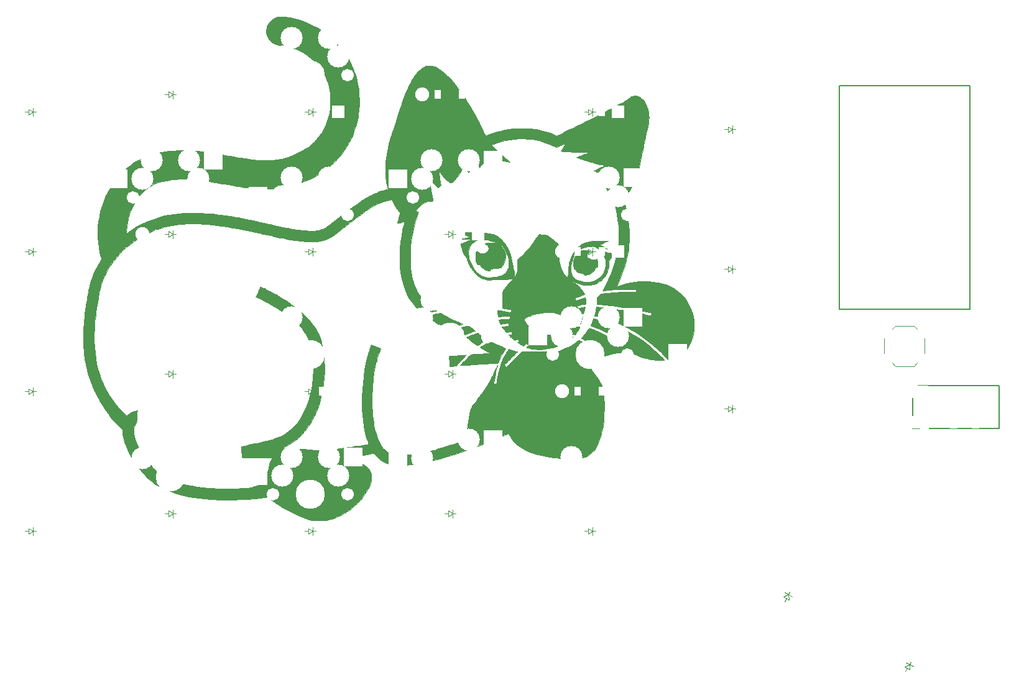
<source format=gbo>
%TF.GenerationSoftware,KiCad,Pcbnew,(5.1.9)-1*%
%TF.CreationDate,2021-08-27T08:52:58-07:00*%
%TF.ProjectId,small,736d616c-6c2e-46b6-9963-61645f706362,VERSION_HERE*%
%TF.SameCoordinates,Original*%
%TF.FileFunction,Legend,Bot*%
%TF.FilePolarity,Positive*%
%FSLAX46Y46*%
G04 Gerber Fmt 4.6, Leading zero omitted, Abs format (unit mm)*
G04 Created by KiCad (PCBNEW (5.1.9)-1) date 2021-08-27 08:52:58*
%MOMM*%
%LPD*%
G01*
G04 APERTURE LIST*
%ADD10C,0.150000*%
%ADD11C,0.120000*%
%ADD12C,0.010000*%
%ADD13C,0.100000*%
%ADD14C,0.250000*%
%ADD15O,3.700000X1.700000*%
%ADD16C,1.200000*%
%ADD17O,2.200000X1.700000*%
%ADD18R,1.700000X1.000000*%
%ADD19R,1.600000X1.600000*%
%ADD20C,1.600000*%
%ADD21R,0.900000X1.200000*%
%ADD22C,1.905000*%
%ADD23R,1.778000X1.778000*%
%ADD24C,4.750000*%
%ADD25C,2.500000*%
%ADD26C,3.987800*%
%ADD27C,1.701800*%
%ADD28C,3.000000*%
%ADD29R,2.550000X2.500000*%
G04 APERTURE END LIST*
D10*
%TO.C,TRRS1*%
X270181840Y-144737880D02*
X281931840Y-144737880D01*
X270181840Y-150537880D02*
X270181840Y-144737880D01*
X281931840Y-150537880D02*
X270181840Y-150537880D01*
X281931840Y-144737880D02*
X281931840Y-150537880D01*
D11*
%TO.C,REF\u002A\u002A*%
X270782380Y-141603710D02*
X270332380Y-142053710D01*
X267382380Y-141603710D02*
X267832380Y-142053710D01*
X267382380Y-137003710D02*
X267832380Y-136553710D01*
X270782380Y-137003710D02*
X270332380Y-136553710D01*
X266332380Y-138303710D02*
X266332380Y-140303710D01*
X270332380Y-142053710D02*
X267832380Y-142053710D01*
X271832380Y-138303710D02*
X271832380Y-140303710D01*
X270332380Y-136553710D02*
X267832380Y-136553710D01*
D10*
%TO.C,MCU1*%
X277971840Y-134302880D02*
X260191840Y-134302880D01*
X260191840Y-103822880D02*
X277971840Y-103822880D01*
X260191840Y-103822880D02*
X260191840Y-134302880D01*
X277971840Y-103822880D02*
X277971840Y-134302880D01*
D12*
%TO.C,G\u002A\u002A\u002A*%
G36*
X183897451Y-94401591D02*
G01*
X183733155Y-94422571D01*
X183585925Y-94456957D01*
X183552877Y-94467140D01*
X183277354Y-94576951D01*
X183026866Y-94719307D01*
X182803490Y-94892139D01*
X182609302Y-95093373D01*
X182446377Y-95320938D01*
X182316791Y-95572763D01*
X182243477Y-95773858D01*
X182182131Y-96044162D01*
X182161039Y-96316131D01*
X182178497Y-96585807D01*
X182232801Y-96849235D01*
X182322245Y-97102458D01*
X182445127Y-97341520D01*
X182599740Y-97562466D01*
X182784382Y-97761338D01*
X182997347Y-97934181D01*
X183235377Y-98076257D01*
X183361857Y-98135099D01*
X183486821Y-98182142D01*
X183620484Y-98220163D01*
X183773059Y-98251940D01*
X183954762Y-98280253D01*
X184014958Y-98288289D01*
X184350765Y-98335561D01*
X184654883Y-98386873D01*
X184937922Y-98444545D01*
X185210493Y-98510900D01*
X185483203Y-98588260D01*
X185702069Y-98657480D01*
X186240113Y-98855578D01*
X186755370Y-99087805D01*
X187246598Y-99352852D01*
X187712559Y-99649409D01*
X188152013Y-99976165D01*
X188563719Y-100331813D01*
X188946438Y-100715042D01*
X189298931Y-101124543D01*
X189619956Y-101559006D01*
X189908275Y-102017122D01*
X190162647Y-102497581D01*
X190381833Y-102999074D01*
X190564593Y-103520292D01*
X190673097Y-103907717D01*
X190714144Y-104084632D01*
X190755850Y-104288690D01*
X190795465Y-104504835D01*
X190830239Y-104718015D01*
X190857422Y-104913176D01*
X190858719Y-104923717D01*
X190868995Y-105038106D01*
X190876865Y-105193286D01*
X190882337Y-105389629D01*
X190885424Y-105627507D01*
X190886150Y-105897383D01*
X190885543Y-106108139D01*
X190884139Y-106283234D01*
X190881650Y-106429337D01*
X190877788Y-106553116D01*
X190872264Y-106661240D01*
X190864791Y-106760378D01*
X190855079Y-106857199D01*
X190842842Y-106958373D01*
X190839046Y-106987467D01*
X190742861Y-107573438D01*
X190612191Y-108135025D01*
X190446782Y-108672744D01*
X190246382Y-109187112D01*
X190010740Y-109678647D01*
X189739603Y-110147865D01*
X189432720Y-110595285D01*
X189089838Y-111021424D01*
X188710704Y-111426798D01*
X188643163Y-111493165D01*
X188256870Y-111845248D01*
X187853120Y-112167325D01*
X187426383Y-112463221D01*
X186971131Y-112736762D01*
X186481833Y-112991774D01*
X186466540Y-112999193D01*
X185924152Y-113242046D01*
X185371542Y-113449855D01*
X184804893Y-113623635D01*
X184220390Y-113764403D01*
X183614215Y-113873174D01*
X182982552Y-113950964D01*
X182843793Y-113963676D01*
X182670346Y-113975296D01*
X182464814Y-113983540D01*
X182235680Y-113988494D01*
X181991424Y-113990243D01*
X181740528Y-113988874D01*
X181491473Y-113984471D01*
X181252741Y-113977122D01*
X181032812Y-113966911D01*
X180840169Y-113953924D01*
X180716543Y-113942174D01*
X180528390Y-113920204D01*
X180329755Y-113895145D01*
X180117840Y-113866554D01*
X179889851Y-113833986D01*
X179642988Y-113796998D01*
X179374456Y-113755145D01*
X179081458Y-113707984D01*
X178761196Y-113655069D01*
X178410874Y-113595956D01*
X178027694Y-113530203D01*
X177608861Y-113457363D01*
X177151577Y-113376994D01*
X177097043Y-113367362D01*
X176503412Y-113263718D01*
X175947969Y-113169438D01*
X175427697Y-113084176D01*
X174939578Y-113007591D01*
X174480596Y-112939336D01*
X174047732Y-112879068D01*
X173637971Y-112826442D01*
X173248294Y-112781114D01*
X172875685Y-112742740D01*
X172517127Y-112710976D01*
X172169601Y-112685476D01*
X171830092Y-112665898D01*
X171495581Y-112651896D01*
X171163051Y-112643127D01*
X170829486Y-112639246D01*
X170713736Y-112638979D01*
X170100866Y-112647451D01*
X169521088Y-112673365D01*
X168968609Y-112717431D01*
X168437635Y-112780360D01*
X167922370Y-112862863D01*
X167417022Y-112965650D01*
X166915795Y-113089433D01*
X166813028Y-113117466D01*
X166205731Y-113303909D01*
X165628160Y-113519004D01*
X165077443Y-113764394D01*
X164550710Y-114041720D01*
X164045087Y-114352625D01*
X163557704Y-114698751D01*
X163085689Y-115081742D01*
X162626170Y-115503239D01*
X162603940Y-115524895D01*
X162280830Y-115853482D01*
X161983055Y-116184554D01*
X161702080Y-116528455D01*
X161429371Y-116895528D01*
X161212653Y-117210967D01*
X160852916Y-117784941D01*
X160532199Y-118368593D01*
X160247332Y-118968108D01*
X159998117Y-119581718D01*
X159764940Y-120262908D01*
X159571793Y-120951679D01*
X159418758Y-121646175D01*
X159305920Y-122344541D01*
X159233359Y-123044920D01*
X159201159Y-123745457D01*
X159209402Y-124444296D01*
X159258171Y-125139582D01*
X159347549Y-125829459D01*
X159477618Y-126512071D01*
X159648461Y-127185563D01*
X159658090Y-127219017D01*
X159721332Y-127437484D01*
X159501071Y-127790517D01*
X159164925Y-128360404D01*
X158869479Y-128927866D01*
X158613441Y-129495841D01*
X158395520Y-130067269D01*
X158214422Y-130645088D01*
X158163776Y-130832826D01*
X158119148Y-131014765D01*
X158069833Y-131233401D01*
X158016769Y-131483471D01*
X157960898Y-131759716D01*
X157903158Y-132056874D01*
X157844490Y-132369685D01*
X157785834Y-132692886D01*
X157728129Y-133021217D01*
X157672315Y-133349416D01*
X157619333Y-133672223D01*
X157570121Y-133984377D01*
X157525621Y-134280615D01*
X157486771Y-134555678D01*
X157454983Y-134800467D01*
X157410104Y-135175743D01*
X157372105Y-135517912D01*
X157340469Y-135835343D01*
X157314683Y-136136404D01*
X157294233Y-136429463D01*
X157278605Y-136722890D01*
X157267284Y-137025051D01*
X157259755Y-137344316D01*
X157255505Y-137689054D01*
X157254020Y-138067632D01*
X157254018Y-138070717D01*
X157254137Y-138355329D01*
X157255067Y-138603786D01*
X157257075Y-138822264D01*
X157260431Y-139016937D01*
X157265402Y-139193980D01*
X157272256Y-139359568D01*
X157281262Y-139519876D01*
X157292687Y-139681080D01*
X157306801Y-139849354D01*
X157323871Y-140030873D01*
X157344165Y-140231812D01*
X157350548Y-140293217D01*
X157447779Y-141060143D01*
X157577591Y-141814248D01*
X157739161Y-142552863D01*
X157931665Y-143273321D01*
X158154280Y-143972954D01*
X158406185Y-144649094D01*
X158686555Y-145299073D01*
X158994568Y-145920224D01*
X159201526Y-146293967D01*
X159256689Y-146389877D01*
X159326694Y-146512207D01*
X159405581Y-146650508D01*
X159487390Y-146794330D01*
X159566161Y-146933224D01*
X159571415Y-146942506D01*
X159831350Y-147389415D01*
X160087009Y-147802868D01*
X160343790Y-148190619D01*
X160607094Y-148560425D01*
X160882320Y-148920040D01*
X161174867Y-149277220D01*
X161293538Y-149416050D01*
X161422067Y-149561049D01*
X161570766Y-149722653D01*
X161731446Y-149892404D01*
X161895920Y-150061844D01*
X162055997Y-150222515D01*
X162203488Y-150365960D01*
X162306004Y-150461794D01*
X162570523Y-150703205D01*
X162584524Y-150979843D01*
X162612646Y-151329829D01*
X162662246Y-151671425D01*
X162735514Y-152015828D01*
X162834642Y-152374235D01*
X162893630Y-152559300D01*
X163060222Y-153016382D01*
X163258832Y-153477692D01*
X163490633Y-153945342D01*
X163756798Y-154421446D01*
X164058500Y-154908116D01*
X164396914Y-155407466D01*
X164726769Y-155860060D01*
X165033005Y-156255697D01*
X165330645Y-156614862D01*
X165624144Y-156941356D01*
X165917955Y-157238980D01*
X166216533Y-157511533D01*
X166524332Y-157762816D01*
X166845806Y-157996631D01*
X167185408Y-158216776D01*
X167547594Y-158427052D01*
X167936817Y-158631260D01*
X168027127Y-158676049D01*
X168554756Y-158918796D01*
X169107360Y-159140722D01*
X169686298Y-159342119D01*
X170292927Y-159523281D01*
X170928604Y-159684500D01*
X171594688Y-159826069D01*
X172292536Y-159948280D01*
X173023505Y-160051426D01*
X173788954Y-160135800D01*
X174590240Y-160201693D01*
X175297877Y-160243263D01*
X175444633Y-160248960D01*
X175627569Y-160253724D01*
X175840544Y-160257557D01*
X176077415Y-160260458D01*
X176332040Y-160262429D01*
X176598276Y-160263470D01*
X176869982Y-160263583D01*
X177141014Y-160262767D01*
X177405231Y-160261024D01*
X177656490Y-160258354D01*
X177888649Y-160254758D01*
X178095565Y-160250237D01*
X178271097Y-160244792D01*
X178318353Y-160242908D01*
X179521282Y-160175930D01*
X180703261Y-160077870D01*
X181872831Y-159948016D01*
X181897904Y-159944870D01*
X182412514Y-159880138D01*
X182572947Y-160024427D01*
X182836353Y-160254228D01*
X183091602Y-160461223D01*
X183353348Y-160656690D01*
X183636245Y-160851905D01*
X183720858Y-160907805D01*
X184073126Y-161129972D01*
X184460330Y-161358413D01*
X184876159Y-161589870D01*
X185314302Y-161821085D01*
X185768450Y-162048802D01*
X186232290Y-162269763D01*
X186699513Y-162480709D01*
X187098293Y-162651245D01*
X187557814Y-162823261D01*
X188016275Y-162955595D01*
X188480893Y-163050083D01*
X188862661Y-163099735D01*
X188965888Y-163107159D01*
X189099384Y-163112676D01*
X189251449Y-163116196D01*
X189410385Y-163117631D01*
X189564489Y-163116889D01*
X189702064Y-163113881D01*
X189811407Y-163108518D01*
X189828793Y-163107160D01*
X190329278Y-163043568D01*
X190828901Y-162938103D01*
X191326366Y-162791221D01*
X191820374Y-162603381D01*
X192309628Y-162375040D01*
X192792831Y-162106655D01*
X192961135Y-162002805D01*
X193374284Y-161722643D01*
X193778439Y-161412359D01*
X194169688Y-161076194D01*
X194544121Y-160718391D01*
X194897830Y-160343193D01*
X195226904Y-159954840D01*
X195527432Y-159557576D01*
X195795506Y-159155643D01*
X196027214Y-158753284D01*
X196114684Y-158581217D01*
X196244602Y-158296330D01*
X196344831Y-158033903D01*
X196417019Y-157787928D01*
X196462811Y-157552399D01*
X196483854Y-157321311D01*
X196485710Y-157227661D01*
X196467003Y-156940000D01*
X196410580Y-156669584D01*
X196315990Y-156415619D01*
X196182780Y-156177312D01*
X196010498Y-155953870D01*
X195798693Y-155744500D01*
X195546912Y-155548409D01*
X195517035Y-155527805D01*
X195385467Y-155441824D01*
X195247180Y-155359316D01*
X195097750Y-155278236D01*
X194932757Y-155196541D01*
X194747779Y-155112185D01*
X194538394Y-155023126D01*
X194300180Y-154927320D01*
X194028716Y-154822723D01*
X193832194Y-154748998D01*
X193696415Y-154698046D01*
X193575851Y-154651929D01*
X193475526Y-154612641D01*
X193400467Y-154582177D01*
X193355701Y-154562532D01*
X193345361Y-154555776D01*
X193370262Y-154551073D01*
X193431421Y-154540478D01*
X193523317Y-154524921D01*
X193640426Y-154505329D01*
X193777226Y-154482631D01*
X193928196Y-154457755D01*
X193945710Y-154454879D01*
X194431113Y-154372278D01*
X194918160Y-154283745D01*
X195395204Y-154191518D01*
X195850595Y-154097833D01*
X196178793Y-154026191D01*
X196325324Y-153993409D01*
X196460512Y-153963380D01*
X196578137Y-153937470D01*
X196671981Y-153917042D01*
X196735823Y-153903460D01*
X196761362Y-153898399D01*
X196796800Y-153899316D01*
X196830148Y-153920280D01*
X196871251Y-153968520D01*
X196887989Y-153991371D01*
X196946432Y-154065051D01*
X197029155Y-154159006D01*
X197128641Y-154265569D01*
X197237370Y-154377070D01*
X197347825Y-154485841D01*
X197452487Y-154584213D01*
X197543838Y-154664516D01*
X197564887Y-154681817D01*
X197883856Y-154913296D01*
X198219195Y-155106003D01*
X198573116Y-155261061D01*
X198930460Y-155375019D01*
X199316642Y-155460240D01*
X199736175Y-155519560D01*
X200189066Y-155552976D01*
X200675325Y-155560487D01*
X201194959Y-155542092D01*
X201747977Y-155497790D01*
X202334387Y-155427578D01*
X202954198Y-155331457D01*
X203607419Y-155209423D01*
X204294056Y-155061477D01*
X205014120Y-154887617D01*
X205767618Y-154687841D01*
X206554559Y-154462149D01*
X207374951Y-154210538D01*
X208228802Y-153933008D01*
X208402543Y-153874743D01*
X208996308Y-153671937D01*
X209581848Y-153466343D01*
X210163743Y-153256165D01*
X210746573Y-153039613D01*
X211334918Y-152814891D01*
X211933358Y-152580207D01*
X212546472Y-152333768D01*
X213178841Y-152073779D01*
X213835044Y-151798449D01*
X214519660Y-151505983D01*
X215150681Y-151232396D01*
X215177008Y-151239863D01*
X215191166Y-151270676D01*
X215215088Y-151337625D01*
X215258073Y-151431473D01*
X215315538Y-151544004D01*
X215382898Y-151667004D01*
X215455567Y-151792260D01*
X215528963Y-151911557D01*
X215598499Y-152016680D01*
X215638663Y-152072467D01*
X215764339Y-152227078D01*
X215915251Y-152393010D01*
X216080556Y-152559441D01*
X216249409Y-152715545D01*
X216410969Y-152850501D01*
X216442389Y-152874713D01*
X216793448Y-153118474D01*
X217182176Y-153346637D01*
X217606631Y-153558543D01*
X218064874Y-153753535D01*
X218554962Y-153930954D01*
X219074955Y-154090142D01*
X219622912Y-154230440D01*
X220196892Y-154351191D01*
X220794955Y-154451735D01*
X221282460Y-154516361D01*
X221533628Y-154544511D01*
X221767215Y-154567542D01*
X221992623Y-154586026D01*
X222219251Y-154600533D01*
X222456498Y-154611634D01*
X222713765Y-154619899D01*
X223000451Y-154625899D01*
X223116212Y-154627664D01*
X223515098Y-154630770D01*
X223875159Y-154628146D01*
X224199554Y-154619467D01*
X224491445Y-154604407D01*
X224753992Y-154582641D01*
X224990357Y-154553842D01*
X225203701Y-154517685D01*
X225397184Y-154473844D01*
X225573967Y-154421993D01*
X225737212Y-154361808D01*
X225750782Y-154356206D01*
X225941988Y-154260934D01*
X226141659Y-154132817D01*
X226342057Y-153978121D01*
X226535441Y-153803109D01*
X226714070Y-153614045D01*
X226807241Y-153501217D01*
X227017424Y-153202488D01*
X227210774Y-152865596D01*
X227387054Y-152491323D01*
X227546028Y-152080448D01*
X227687461Y-151633754D01*
X227811114Y-151152021D01*
X227916753Y-150636031D01*
X228004141Y-150086564D01*
X228073041Y-149504402D01*
X228097603Y-149236133D01*
X228123875Y-148872497D01*
X228143239Y-148496234D01*
X228155818Y-148112492D01*
X228161737Y-147726416D01*
X228161119Y-147343154D01*
X228154088Y-146967852D01*
X228140769Y-146605657D01*
X228121285Y-146261716D01*
X228095759Y-145941175D01*
X228064317Y-145649182D01*
X228027081Y-145390882D01*
X228001726Y-145252812D01*
X227932471Y-144985544D01*
X227829515Y-144698217D01*
X227694676Y-144393804D01*
X227529775Y-144075274D01*
X227336631Y-143745599D01*
X227117062Y-143407751D01*
X226872890Y-143064700D01*
X226605933Y-142719419D01*
X226318010Y-142374878D01*
X226069102Y-142096679D01*
X225991948Y-142012208D01*
X225926766Y-141939283D01*
X225878184Y-141883210D01*
X225850827Y-141849293D01*
X225846636Y-141841626D01*
X225868125Y-141832611D01*
X225922106Y-141811341D01*
X226001488Y-141780574D01*
X226099180Y-141743066D01*
X226150793Y-141723363D01*
X226368882Y-141637591D01*
X226552461Y-141559159D01*
X226708030Y-141484892D01*
X226842085Y-141411614D01*
X226961124Y-141336152D01*
X227002234Y-141307350D01*
X227360692Y-141074338D01*
X227751058Y-140867064D01*
X228171022Y-140686344D01*
X228618272Y-140532995D01*
X229090497Y-140407832D01*
X229585385Y-140311671D01*
X229971377Y-140258923D01*
X230085610Y-140249393D01*
X230233065Y-140242165D01*
X230404690Y-140237243D01*
X230591436Y-140234633D01*
X230784252Y-140234339D01*
X230974089Y-140236365D01*
X231151897Y-140240716D01*
X231308625Y-140247397D01*
X231435224Y-140256413D01*
X231453043Y-140258172D01*
X231664466Y-140281762D01*
X231841068Y-140305568D01*
X231990338Y-140331309D01*
X232119763Y-140360706D01*
X232236829Y-140395476D01*
X232349024Y-140437339D01*
X232463835Y-140488016D01*
X232473228Y-140492440D01*
X232964040Y-140705307D01*
X233459568Y-140880994D01*
X233966649Y-141021478D01*
X234492125Y-141128731D01*
X234871460Y-141184703D01*
X234972739Y-141194891D01*
X235098887Y-141203568D01*
X235243436Y-141210667D01*
X235399916Y-141216123D01*
X235561859Y-141219871D01*
X235722796Y-141221843D01*
X235876258Y-141221975D01*
X236015777Y-141220201D01*
X236134884Y-141216454D01*
X236227109Y-141210670D01*
X236285985Y-141202781D01*
X236298266Y-141199219D01*
X236316290Y-141190266D01*
X236323593Y-141178025D01*
X236316911Y-141157636D01*
X236292985Y-141124237D01*
X236248551Y-141072967D01*
X236180350Y-140998964D01*
X236122410Y-140937094D01*
X235933554Y-140741016D01*
X235718621Y-140526844D01*
X235485385Y-140301907D01*
X235241620Y-140073531D01*
X234995101Y-139849042D01*
X234753602Y-139635766D01*
X234617460Y-139518873D01*
X233958214Y-138984549D01*
X233275517Y-138479932D01*
X232572332Y-138006697D01*
X231851623Y-137566518D01*
X231116353Y-137161071D01*
X230369484Y-136792028D01*
X229613980Y-136461066D01*
X228852804Y-136169858D01*
X228447377Y-136031975D01*
X228268988Y-135975300D01*
X228078268Y-135917113D01*
X227880914Y-135858956D01*
X227682623Y-135802367D01*
X227489090Y-135748889D01*
X227306012Y-135700060D01*
X227139085Y-135657423D01*
X226994006Y-135622517D01*
X226876470Y-135596882D01*
X226792174Y-135582060D01*
X226776861Y-135580214D01*
X226707267Y-135573050D01*
X226586297Y-135869383D01*
X226535188Y-135991564D01*
X226480709Y-136116758D01*
X226428745Y-136231737D01*
X226385183Y-136323270D01*
X226377807Y-136337972D01*
X226290287Y-136510228D01*
X226639176Y-136629704D01*
X227119396Y-136808684D01*
X227615784Y-137021543D01*
X228123351Y-137265492D01*
X228637111Y-137537739D01*
X229152076Y-137835496D01*
X229663259Y-138155972D01*
X230165672Y-138496378D01*
X230654328Y-138853924D01*
X230758909Y-138934156D01*
X230922024Y-139060379D01*
X230803780Y-139213992D01*
X230685535Y-139367605D01*
X230323164Y-139098940D01*
X229781985Y-138710469D01*
X229254401Y-138358065D01*
X228736281Y-138039350D01*
X228223497Y-137751946D01*
X227711919Y-137493475D01*
X227197417Y-137261560D01*
X226965710Y-137165980D01*
X226860868Y-137125161D01*
X226741931Y-137080852D01*
X226615990Y-137035474D01*
X226490137Y-136991449D01*
X226371463Y-136951200D01*
X226267058Y-136917146D01*
X226184015Y-136891712D01*
X226129424Y-136877317D01*
X226113632Y-136874981D01*
X226091086Y-136891964D01*
X226054164Y-136937000D01*
X226009676Y-137001491D01*
X225994938Y-137024859D01*
X225849506Y-137244849D01*
X225677951Y-137477766D01*
X225489012Y-137712522D01*
X225291429Y-137938031D01*
X225189378Y-138046709D01*
X225127007Y-138114290D01*
X225080403Y-138170382D01*
X225054560Y-138208572D01*
X225052737Y-138222204D01*
X225082705Y-138238962D01*
X225141577Y-138276332D01*
X225223720Y-138330448D01*
X225323498Y-138397443D01*
X225435279Y-138473452D01*
X225553426Y-138554607D01*
X225672307Y-138637044D01*
X225786287Y-138716894D01*
X225889731Y-138790293D01*
X225977006Y-138853374D01*
X226030608Y-138893214D01*
X226150706Y-138985792D01*
X226280475Y-139088536D01*
X226416039Y-139198124D01*
X226553523Y-139311234D01*
X226689052Y-139424547D01*
X226818751Y-139534739D01*
X226938743Y-139638491D01*
X227045154Y-139732481D01*
X227134109Y-139813387D01*
X227201732Y-139877890D01*
X227244148Y-139922666D01*
X227257481Y-139944395D01*
X227257410Y-139944611D01*
X227241140Y-139966115D01*
X227202966Y-140010214D01*
X227150044Y-140068720D01*
X227129450Y-140090992D01*
X227007439Y-140222199D01*
X226907200Y-140133274D01*
X226740535Y-139985802D01*
X226599291Y-139861794D01*
X226477567Y-139756235D01*
X226369461Y-139664113D01*
X226269070Y-139580413D01*
X226170493Y-139500123D01*
X226067827Y-139418228D01*
X226034377Y-139391833D01*
X225638057Y-139090023D01*
X225252412Y-138817639D01*
X224988833Y-138644072D01*
X224889582Y-138580965D01*
X224819379Y-138538105D01*
X224771699Y-138512785D01*
X224740018Y-138502300D01*
X224717813Y-138503942D01*
X224698560Y-138515007D01*
X224691276Y-138520632D01*
X224559002Y-138623061D01*
X224414146Y-138731773D01*
X224265839Y-138840177D01*
X224123215Y-138941685D01*
X223995403Y-139029706D01*
X223892751Y-139096888D01*
X223614202Y-139260630D01*
X223302857Y-139423704D01*
X222968098Y-139581811D01*
X222619305Y-139730653D01*
X222265862Y-139865932D01*
X222055043Y-139938940D01*
X221769293Y-140033790D01*
X221345960Y-140025920D01*
X221097735Y-140022075D01*
X220833400Y-140019394D01*
X220556093Y-140017822D01*
X220268954Y-140017304D01*
X219975122Y-140017784D01*
X219677736Y-140019209D01*
X219379936Y-140021521D01*
X219084861Y-140024668D01*
X218795651Y-140028592D01*
X218515444Y-140033240D01*
X218247380Y-140038556D01*
X217994599Y-140044484D01*
X217760239Y-140050971D01*
X217547440Y-140057960D01*
X217359341Y-140065397D01*
X217199082Y-140073227D01*
X217069801Y-140081393D01*
X216974639Y-140089842D01*
X216916734Y-140098519D01*
X216900960Y-140103960D01*
X216878957Y-140123476D01*
X216829327Y-140170134D01*
X216754661Y-140241429D01*
X216657550Y-140334853D01*
X216540585Y-140447901D01*
X216406355Y-140578066D01*
X216257453Y-140722843D01*
X216096467Y-140879724D01*
X215925989Y-141046203D01*
X215832043Y-141138088D01*
X214805460Y-142142694D01*
X214673169Y-142012317D01*
X214613920Y-141952429D01*
X214568386Y-141903555D01*
X214543502Y-141873266D01*
X214540877Y-141867897D01*
X214555629Y-141851003D01*
X214598124Y-141807249D01*
X214665717Y-141739253D01*
X214755764Y-141649628D01*
X214865620Y-141540990D01*
X214992640Y-141415955D01*
X215134181Y-141277139D01*
X215287598Y-141127156D01*
X215439855Y-140978738D01*
X215601589Y-140820843D01*
X215753478Y-140671677D01*
X215892931Y-140533843D01*
X216017356Y-140409947D01*
X216124163Y-140302591D01*
X216210758Y-140214380D01*
X216274553Y-140147918D01*
X216312954Y-140105808D01*
X216323564Y-140090739D01*
X216298713Y-140081322D01*
X216240224Y-140063825D01*
X216155548Y-140040344D01*
X216052140Y-140012971D01*
X215990793Y-139997224D01*
X215851684Y-139960665D01*
X215699758Y-139918721D01*
X215552279Y-139876271D01*
X215426514Y-139838194D01*
X215412996Y-139833926D01*
X215152698Y-139751261D01*
X215111375Y-139799989D01*
X215066913Y-139857790D01*
X215006545Y-139943754D01*
X214935697Y-140049477D01*
X214859794Y-140166557D01*
X214784261Y-140286589D01*
X214714524Y-140401171D01*
X214656009Y-140501899D01*
X214642608Y-140526050D01*
X214424789Y-140959211D01*
X214225883Y-141428844D01*
X214045757Y-141935336D01*
X213884278Y-142479075D01*
X213741313Y-143060446D01*
X213694623Y-143277717D01*
X213668860Y-143406335D01*
X213641560Y-143550024D01*
X213613872Y-143701945D01*
X213586948Y-143855260D01*
X213561937Y-144003130D01*
X213539989Y-144138717D01*
X213522255Y-144255184D01*
X213509884Y-144345692D01*
X213504026Y-144403402D01*
X213503710Y-144412844D01*
X213496337Y-144460536D01*
X213481310Y-144484979D01*
X213451298Y-144488459D01*
X213390674Y-144485753D01*
X213310606Y-144477508D01*
X213278771Y-144473251D01*
X213098631Y-144447681D01*
X213110319Y-144370699D01*
X213184441Y-143905247D01*
X213259661Y-143478880D01*
X213336651Y-143088354D01*
X213416088Y-142730423D01*
X213498646Y-142401840D01*
X213576979Y-142125850D01*
X213600229Y-142045672D01*
X213616840Y-141982632D01*
X213624370Y-141946286D01*
X213624188Y-141941222D01*
X213614047Y-141957399D01*
X213589990Y-142006255D01*
X213554906Y-142081612D01*
X213511683Y-142177293D01*
X213474409Y-142261535D01*
X213405447Y-142414591D01*
X213320317Y-142596931D01*
X213222962Y-142800592D01*
X213117327Y-143017607D01*
X213007358Y-143240012D01*
X212896999Y-143459843D01*
X212790195Y-143669133D01*
X212690891Y-143859919D01*
X212603032Y-144024235D01*
X212585410Y-144056444D01*
X212271272Y-144607246D01*
X211948495Y-145133451D01*
X211619615Y-145631322D01*
X211287170Y-146097120D01*
X210953696Y-146527108D01*
X210717512Y-146808823D01*
X210567836Y-146982605D01*
X210443613Y-147130693D01*
X210341433Y-147258367D01*
X210257890Y-147370905D01*
X210189575Y-147473585D01*
X210133081Y-147571685D01*
X210084998Y-147670483D01*
X210041920Y-147775258D01*
X210000437Y-147891287D01*
X209981155Y-147949275D01*
X209946899Y-148059127D01*
X209915933Y-148170638D01*
X209887126Y-148289577D01*
X209859343Y-148421710D01*
X209831453Y-148572805D01*
X209802321Y-148748628D01*
X209770815Y-148954946D01*
X209735802Y-149197527D01*
X209735497Y-149199687D01*
X209690794Y-149507890D01*
X209648881Y-149778794D01*
X209608724Y-150017259D01*
X209569289Y-150228148D01*
X209529544Y-150416320D01*
X209488454Y-150586638D01*
X209444986Y-150743962D01*
X209398106Y-150893153D01*
X209346782Y-151039073D01*
X209341232Y-151054030D01*
X209248014Y-151279680D01*
X209135819Y-151511051D01*
X209010414Y-151738157D01*
X208877564Y-151951010D01*
X208743036Y-152139622D01*
X208647171Y-152256166D01*
X208550068Y-152365781D01*
X207751347Y-152630310D01*
X207020272Y-152867475D01*
X206323150Y-153083346D01*
X205657680Y-153278487D01*
X205021562Y-153453464D01*
X204412495Y-153608841D01*
X203828179Y-153745184D01*
X203266314Y-153863057D01*
X202724600Y-153963025D01*
X202200735Y-154045653D01*
X201745627Y-154105305D01*
X201575211Y-154122428D01*
X201379581Y-154137027D01*
X201166874Y-154148906D01*
X200945226Y-154157866D01*
X200722777Y-154163709D01*
X200507664Y-154166237D01*
X200308024Y-154165252D01*
X200131994Y-154160557D01*
X199987713Y-154151953D01*
X199954620Y-154148869D01*
X199665357Y-154112070D01*
X199410648Y-154063971D01*
X199183791Y-154002765D01*
X198978087Y-153926649D01*
X198788369Y-153834654D01*
X198525970Y-153668156D01*
X198279900Y-153463749D01*
X198049986Y-153221189D01*
X197836054Y-152940233D01*
X197637931Y-152620639D01*
X197455444Y-152262164D01*
X197288418Y-151864564D01*
X197193059Y-151599795D01*
X197081891Y-151250775D01*
X196982577Y-150891883D01*
X196894299Y-150518589D01*
X196816239Y-150126361D01*
X196747580Y-149710668D01*
X196687504Y-149266979D01*
X196635193Y-148790764D01*
X196589829Y-148277491D01*
X196586990Y-148241300D01*
X196580216Y-148127838D01*
X196574411Y-147977520D01*
X196569574Y-147795812D01*
X196565704Y-147588181D01*
X196562802Y-147360091D01*
X196560867Y-147117010D01*
X196559899Y-146864403D01*
X196559896Y-146607736D01*
X196560859Y-146352476D01*
X196562787Y-146104089D01*
X196565679Y-145868040D01*
X196569536Y-145649796D01*
X196574356Y-145454823D01*
X196580140Y-145288588D01*
X196586886Y-145156555D01*
X196587248Y-145150967D01*
X196629853Y-144563326D01*
X196678402Y-144010375D01*
X196732731Y-143493529D01*
X196792674Y-143014203D01*
X196858066Y-142573812D01*
X196928743Y-142173772D01*
X196942288Y-142104786D01*
X196965246Y-141996468D01*
X196992461Y-141881477D01*
X197025007Y-141756322D01*
X197063960Y-141617512D01*
X197110397Y-141461556D01*
X197165393Y-141284965D01*
X197230024Y-141084248D01*
X197305366Y-140855914D01*
X197392496Y-140596473D01*
X197492488Y-140302434D01*
X197546105Y-140145834D01*
X197591792Y-140010250D01*
X197631423Y-139887996D01*
X197663296Y-139784712D01*
X197685710Y-139706043D01*
X197696962Y-139657629D01*
X197697227Y-139644701D01*
X197674881Y-139633949D01*
X197619216Y-139610499D01*
X197535936Y-139576578D01*
X197430746Y-139534416D01*
X197309350Y-139486240D01*
X197177452Y-139434280D01*
X197040758Y-139380763D01*
X196904971Y-139327919D01*
X196775796Y-139277975D01*
X196658937Y-139233159D01*
X196560099Y-139195702D01*
X196484985Y-139167830D01*
X196439302Y-139151772D01*
X196427806Y-139148797D01*
X196417853Y-139170995D01*
X196396670Y-139227129D01*
X196366398Y-139310970D01*
X196329177Y-139416290D01*
X196287150Y-139536858D01*
X196242456Y-139666447D01*
X196197238Y-139798825D01*
X196153635Y-139927764D01*
X196113791Y-140047035D01*
X196079844Y-140150409D01*
X196053937Y-140231655D01*
X196041726Y-140272050D01*
X195985323Y-140479349D01*
X195923989Y-140728379D01*
X195857794Y-141018835D01*
X195786806Y-141350411D01*
X195713367Y-141711383D01*
X195549020Y-142612632D01*
X195415167Y-143509865D01*
X195311860Y-144400503D01*
X195239150Y-145281969D01*
X195197088Y-146151684D01*
X195185725Y-147007073D01*
X195205112Y-147845556D01*
X195255301Y-148664555D01*
X195336343Y-149461494D01*
X195448288Y-150233794D01*
X195534840Y-150707217D01*
X195621235Y-151115073D01*
X195711955Y-151486981D01*
X195808757Y-151829245D01*
X195913397Y-152148170D01*
X196002861Y-152388029D01*
X196034351Y-152474277D01*
X196047616Y-152528500D01*
X196043845Y-152556293D01*
X196039461Y-152560381D01*
X196025194Y-152582529D01*
X196032178Y-152626018D01*
X196038443Y-152645126D01*
X196053111Y-152691806D01*
X196057654Y-152716132D01*
X196057181Y-152716950D01*
X196035983Y-152720183D01*
X195975174Y-152729054D01*
X195877055Y-152743234D01*
X195743924Y-152762395D01*
X195578082Y-152786206D01*
X195381829Y-152814339D01*
X195157464Y-152846465D01*
X194907287Y-152882254D01*
X194633598Y-152921378D01*
X194338698Y-152963507D01*
X194024885Y-153008312D01*
X193694460Y-153055464D01*
X193349722Y-153104635D01*
X192992971Y-153155494D01*
X192919127Y-153166018D01*
X189786460Y-153612468D01*
X187172377Y-153372580D01*
X186843312Y-153342402D01*
X186525611Y-153313307D01*
X186221855Y-153285528D01*
X185934630Y-153259300D01*
X185666517Y-153234858D01*
X185420102Y-153212435D01*
X185197968Y-153192268D01*
X185002699Y-153174589D01*
X184836877Y-153159635D01*
X184703087Y-153147639D01*
X184603912Y-153138836D01*
X184541937Y-153133461D01*
X184520003Y-153131745D01*
X184493513Y-153126311D01*
X184497718Y-153111042D01*
X184534722Y-153084443D01*
X184606633Y-153045019D01*
X184715557Y-152991275D01*
X184722676Y-152987869D01*
X185190864Y-152741746D01*
X185648744Y-152456707D01*
X186093012Y-152135583D01*
X186520364Y-151781208D01*
X186927496Y-151396414D01*
X187311104Y-150984034D01*
X187667884Y-150546901D01*
X187836516Y-150318062D01*
X188192274Y-149782074D01*
X188517904Y-149216771D01*
X188813477Y-148621998D01*
X189079065Y-147997596D01*
X189314742Y-147343409D01*
X189520579Y-146659279D01*
X189521421Y-146656193D01*
X189699050Y-145931593D01*
X189842526Y-145187723D01*
X189951683Y-144429391D01*
X190026356Y-143661403D01*
X190066379Y-142888568D01*
X190071588Y-142115693D01*
X190041817Y-141347585D01*
X189976899Y-140589052D01*
X189876671Y-139844901D01*
X189775036Y-139283282D01*
X189709235Y-138976300D01*
X189641823Y-138702184D01*
X189569735Y-138451493D01*
X189489904Y-138214786D01*
X189399264Y-137982619D01*
X189294749Y-137745552D01*
X189234193Y-137617811D01*
X189023327Y-137213556D01*
X188786738Y-136820421D01*
X188521417Y-136434328D01*
X188224358Y-136051195D01*
X187892552Y-135666942D01*
X187522992Y-135277489D01*
X187469285Y-135223532D01*
X187030409Y-134803599D01*
X186564105Y-134393845D01*
X186067726Y-133992262D01*
X185538622Y-133596840D01*
X184974146Y-133205573D01*
X184371648Y-132816450D01*
X183976210Y-132574409D01*
X183818459Y-132481390D01*
X183643742Y-132381294D01*
X183455496Y-132275874D01*
X183257160Y-132166887D01*
X183052169Y-132056088D01*
X182843961Y-131945232D01*
X182635972Y-131836073D01*
X182431640Y-131730368D01*
X182234402Y-131629871D01*
X182047694Y-131536338D01*
X181874954Y-131451524D01*
X181719619Y-131377184D01*
X181585126Y-131315073D01*
X181474911Y-131266946D01*
X181392411Y-131234559D01*
X181341065Y-131219667D01*
X181325382Y-131220697D01*
X181313641Y-131243216D01*
X181287817Y-131299976D01*
X181250018Y-131386107D01*
X181202352Y-131496736D01*
X181146928Y-131626991D01*
X181085854Y-131771998D01*
X181058289Y-131837894D01*
X180994123Y-131991575D01*
X180933760Y-132136100D01*
X180879535Y-132265887D01*
X180833781Y-132375349D01*
X180798831Y-132458903D01*
X180777021Y-132510964D01*
X180772867Y-132520844D01*
X180738963Y-132601306D01*
X180912961Y-132678698D01*
X181031529Y-132733106D01*
X181180123Y-132803916D01*
X181351495Y-132887469D01*
X181538394Y-132980102D01*
X181733573Y-133078154D01*
X181929781Y-133177962D01*
X182119769Y-133275865D01*
X182296288Y-133368202D01*
X182452088Y-133451310D01*
X182564744Y-133513037D01*
X183183000Y-133869663D01*
X183770205Y-134232424D01*
X184325475Y-134600498D01*
X184847928Y-134973059D01*
X185336681Y-135349285D01*
X185790850Y-135728352D01*
X186209552Y-136109436D01*
X186591906Y-136491714D01*
X186937027Y-136874361D01*
X187244034Y-137256555D01*
X187512042Y-137637471D01*
X187740169Y-138016286D01*
X187927532Y-138392176D01*
X188011659Y-138594197D01*
X188113307Y-138887654D01*
X188206315Y-139219370D01*
X188290086Y-139586042D01*
X188364020Y-139984366D01*
X188427522Y-140411038D01*
X188479994Y-140862756D01*
X188520837Y-141336216D01*
X188528897Y-141453543D01*
X188536492Y-141608165D01*
X188541688Y-141796690D01*
X188544587Y-142011567D01*
X188545296Y-142245248D01*
X188543919Y-142490180D01*
X188540561Y-142738815D01*
X188535326Y-142983600D01*
X188528320Y-143216987D01*
X188519646Y-143431424D01*
X188509411Y-143619361D01*
X188497717Y-143773247D01*
X188496545Y-143785717D01*
X188412720Y-144498477D01*
X188300677Y-145185748D01*
X188160760Y-145846687D01*
X187993311Y-146480455D01*
X187798671Y-147086211D01*
X187577184Y-147663114D01*
X187329192Y-148210323D01*
X187055037Y-148726997D01*
X186755062Y-149212295D01*
X186429609Y-149665378D01*
X186079021Y-150085403D01*
X185819329Y-150358811D01*
X185442991Y-150709078D01*
X185052849Y-151021904D01*
X184645388Y-151299364D01*
X184217090Y-151543532D01*
X183764440Y-151756484D01*
X183283920Y-151940293D01*
X182967346Y-152041456D01*
X182897953Y-152060560D01*
X182789802Y-152088243D01*
X182645463Y-152123908D01*
X182467504Y-152166953D01*
X182258496Y-152216780D01*
X182021007Y-152272790D01*
X181757606Y-152334384D01*
X181470862Y-152400962D01*
X181163344Y-152471925D01*
X180837622Y-152546673D01*
X180496264Y-152624609D01*
X180141839Y-152705132D01*
X179776917Y-152787643D01*
X179525178Y-152844334D01*
X179349686Y-152884071D01*
X179187281Y-152921383D01*
X179042580Y-152955170D01*
X178920200Y-152984329D01*
X178824757Y-153007760D01*
X178760867Y-153024360D01*
X178733147Y-153033029D01*
X178732478Y-153033476D01*
X178731857Y-153056324D01*
X178735192Y-153115345D01*
X178741915Y-153204620D01*
X178751455Y-153318230D01*
X178763245Y-153450257D01*
X178776714Y-153594783D01*
X178791294Y-153745889D01*
X178806416Y-153897658D01*
X178821510Y-154044170D01*
X178836008Y-154179507D01*
X178849339Y-154297751D01*
X178860935Y-154392983D01*
X178868551Y-154448425D01*
X178880454Y-154527800D01*
X179930790Y-154528329D01*
X180123433Y-154528751D01*
X180333099Y-154529793D01*
X180556009Y-154531394D01*
X180788388Y-154533492D01*
X181026459Y-154536026D01*
X181266444Y-154538934D01*
X181504566Y-154542157D01*
X181737048Y-154545631D01*
X181960114Y-154549297D01*
X182169986Y-154553092D01*
X182362887Y-154556956D01*
X182535040Y-154560827D01*
X182682669Y-154564645D01*
X182801995Y-154568347D01*
X182889242Y-154571873D01*
X182940634Y-154575162D01*
X182953298Y-154577332D01*
X182946490Y-154597446D01*
X182920862Y-154642252D01*
X182883688Y-154699461D01*
X182824732Y-154791704D01*
X182772161Y-154887544D01*
X182724373Y-154991938D01*
X182679768Y-155109840D01*
X182636746Y-155246206D01*
X182593706Y-155405992D01*
X182549048Y-155594154D01*
X182501172Y-155815648D01*
X182463239Y-156001392D01*
X182404450Y-156282139D01*
X182347550Y-156525880D01*
X182290667Y-156737774D01*
X182231932Y-156922982D01*
X182169472Y-157086661D01*
X182101416Y-157233973D01*
X182025895Y-157370077D01*
X181941036Y-157500133D01*
X181898222Y-157559520D01*
X181713907Y-157773546D01*
X181492820Y-157968592D01*
X181236466Y-158143758D01*
X180946353Y-158298144D01*
X180623985Y-158430851D01*
X180270868Y-158540978D01*
X180243144Y-158548314D01*
X180150461Y-158572311D01*
X180072849Y-158591283D01*
X180002791Y-158606262D01*
X179932771Y-158618282D01*
X179855272Y-158628375D01*
X179762777Y-158637574D01*
X179647771Y-158646911D01*
X179502737Y-158657420D01*
X179393627Y-158665033D01*
X179011266Y-158689622D01*
X178637103Y-158709498D01*
X178262204Y-158724942D01*
X177877637Y-158736235D01*
X177474468Y-158743657D01*
X177043765Y-158747489D01*
X176747793Y-158748187D01*
X176394897Y-158747366D01*
X176076405Y-158744610D01*
X175784420Y-158739624D01*
X175511045Y-158732111D01*
X175248383Y-158721777D01*
X174988536Y-158708324D01*
X174723607Y-158691456D01*
X174445699Y-158670878D01*
X174239543Y-158654134D01*
X173464245Y-158577200D01*
X172721580Y-158478977D01*
X172012000Y-158359605D01*
X171335956Y-158219229D01*
X170693896Y-158057990D01*
X170086271Y-157876030D01*
X169513532Y-157673494D01*
X168976128Y-157450522D01*
X168474509Y-157207258D01*
X168009127Y-156943844D01*
X167580430Y-156660423D01*
X167318043Y-156462663D01*
X167118753Y-156292151D01*
X166905068Y-156086736D01*
X166680060Y-155850079D01*
X166446797Y-155585839D01*
X166208352Y-155297678D01*
X165967793Y-154989255D01*
X165728190Y-154664231D01*
X165492614Y-154326266D01*
X165362913Y-154131677D01*
X165082234Y-153682811D01*
X164836112Y-153245482D01*
X164624932Y-152820745D01*
X164449082Y-152409655D01*
X164308949Y-152013267D01*
X164204920Y-151632636D01*
X164137382Y-151268817D01*
X164106722Y-150922865D01*
X164106785Y-150707217D01*
X164128484Y-150443202D01*
X164172652Y-150213281D01*
X164240003Y-150015230D01*
X164331254Y-149846827D01*
X164420230Y-149733810D01*
X164461764Y-149684332D01*
X164484407Y-149648288D01*
X164484532Y-149635045D01*
X164480913Y-149612445D01*
X164481161Y-149550873D01*
X164485109Y-149453499D01*
X164492584Y-149323489D01*
X164503418Y-149164013D01*
X164517439Y-148978240D01*
X164524710Y-148887310D01*
X164538401Y-148714755D01*
X164550377Y-148555835D01*
X164560319Y-148415412D01*
X164567912Y-148298347D01*
X164572837Y-148209499D01*
X164574776Y-148153730D01*
X164573781Y-148135894D01*
X164544245Y-148128789D01*
X164484126Y-148127799D01*
X164404599Y-148132074D01*
X164316838Y-148140764D01*
X164232015Y-148153018D01*
X164165021Y-148167006D01*
X163971192Y-148230172D01*
X163790120Y-148317716D01*
X163613811Y-148434414D01*
X163434271Y-148585045D01*
X163380118Y-148636084D01*
X163191439Y-148817972D01*
X163111616Y-148749041D01*
X162576933Y-148261629D01*
X162079425Y-147754614D01*
X161618049Y-147226591D01*
X161191756Y-146676155D01*
X160799502Y-146101900D01*
X160440241Y-145502421D01*
X160112925Y-144876313D01*
X159919614Y-144460727D01*
X159654750Y-143813975D01*
X159422330Y-143140619D01*
X159222429Y-142441337D01*
X159055121Y-141716806D01*
X158920480Y-140967704D01*
X158818581Y-140194708D01*
X158749498Y-139398496D01*
X158713304Y-138579745D01*
X158710075Y-137739133D01*
X158739885Y-136877338D01*
X158802807Y-135995037D01*
X158895830Y-135117967D01*
X158922783Y-134903678D01*
X158950943Y-134689591D01*
X158979662Y-134479909D01*
X159008289Y-134278835D01*
X159036175Y-134090571D01*
X159062670Y-133919321D01*
X159087126Y-133769287D01*
X159108892Y-133644673D01*
X159127319Y-133549681D01*
X159141758Y-133488514D01*
X159151164Y-133465581D01*
X159159613Y-133442058D01*
X159173190Y-133382831D01*
X159190708Y-133294055D01*
X159210980Y-133181887D01*
X159232820Y-133052481D01*
X159242991Y-132989331D01*
X159316488Y-132544673D01*
X159390058Y-132138192D01*
X159464743Y-131765740D01*
X159541585Y-131423172D01*
X159621624Y-131106340D01*
X159705902Y-130811099D01*
X159795460Y-130533303D01*
X159891340Y-130268805D01*
X159984207Y-130037967D01*
X160251729Y-129456592D01*
X160558291Y-128887777D01*
X160902021Y-128333209D01*
X161281045Y-127794575D01*
X161693490Y-127273560D01*
X162137484Y-126771852D01*
X162611154Y-126291137D01*
X163112626Y-125833102D01*
X163640029Y-125399433D01*
X164191488Y-124991816D01*
X164765132Y-124611939D01*
X165359087Y-124261487D01*
X165971480Y-123942147D01*
X166600439Y-123655607D01*
X167244091Y-123403551D01*
X167420545Y-123341493D01*
X167885367Y-123191093D01*
X168347124Y-123060713D01*
X168811329Y-122949480D01*
X169283491Y-122856521D01*
X169769123Y-122780962D01*
X170273737Y-122721930D01*
X170802843Y-122678551D01*
X171361953Y-122649952D01*
X171868877Y-122636545D01*
X172440665Y-122634345D01*
X173020053Y-122646519D01*
X173610436Y-122673422D01*
X174215210Y-122715407D01*
X174837772Y-122772828D01*
X175481517Y-122846041D01*
X176149841Y-122935397D01*
X176846140Y-123041252D01*
X177573810Y-123163960D01*
X178336246Y-123303874D01*
X178414705Y-123318858D01*
X178563723Y-123347522D01*
X178702251Y-123374436D01*
X178835659Y-123400707D01*
X178969317Y-123427436D01*
X179108593Y-123455728D01*
X179258858Y-123486686D01*
X179425480Y-123521415D01*
X179613829Y-123561017D01*
X179829275Y-123606598D01*
X180077187Y-123659260D01*
X180261460Y-123698488D01*
X180346859Y-123716891D01*
X180468393Y-123743388D01*
X180620881Y-123776836D01*
X180799144Y-123816093D01*
X180998004Y-123860015D01*
X181212281Y-123907458D01*
X181436796Y-123957280D01*
X181666369Y-124008338D01*
X181785460Y-124034870D01*
X182304101Y-124150003D01*
X182784522Y-124255561D01*
X183229617Y-124352065D01*
X183642277Y-124440037D01*
X184025395Y-124519999D01*
X184381863Y-124592472D01*
X184714573Y-124657980D01*
X185026419Y-124717043D01*
X185320291Y-124770183D01*
X185599083Y-124817922D01*
X185865687Y-124860782D01*
X186122995Y-124899284D01*
X186373899Y-124933952D01*
X186621292Y-124965305D01*
X186868066Y-124993867D01*
X187117114Y-125020159D01*
X187371328Y-125044703D01*
X187394627Y-125046850D01*
X187518698Y-125055822D01*
X187670878Y-125062974D01*
X187843993Y-125068305D01*
X188030866Y-125071813D01*
X188224322Y-125073497D01*
X188417186Y-125073357D01*
X188602283Y-125071390D01*
X188772437Y-125067597D01*
X188920474Y-125061975D01*
X189039217Y-125054523D01*
X189109127Y-125047128D01*
X189497346Y-124981170D01*
X189855459Y-124895835D01*
X190192572Y-124787700D01*
X190517792Y-124653341D01*
X190840223Y-124489336D01*
X191168973Y-124292260D01*
X191240107Y-124246062D01*
X191332386Y-124184499D01*
X191425553Y-124120348D01*
X191523206Y-124050878D01*
X191628942Y-123973359D01*
X191746357Y-123885060D01*
X191879049Y-123783253D01*
X192030615Y-123665205D01*
X192204651Y-123528186D01*
X192404755Y-123369467D01*
X192601627Y-123212580D01*
X193081504Y-122831427D01*
X193531988Y-122477664D01*
X193954912Y-122150097D01*
X194352110Y-121847533D01*
X194725415Y-121568778D01*
X195076662Y-121312641D01*
X195407685Y-121077928D01*
X195720316Y-120863446D01*
X196016390Y-120668001D01*
X196297741Y-120490400D01*
X196566201Y-120329451D01*
X196823607Y-120183961D01*
X197071790Y-120052735D01*
X197312584Y-119934582D01*
X197547824Y-119828308D01*
X197779344Y-119732719D01*
X198008976Y-119646624D01*
X198165038Y-119592874D01*
X198335678Y-119538436D01*
X198513861Y-119485675D01*
X198690383Y-119437018D01*
X198856040Y-119394892D01*
X199001626Y-119361724D01*
X199117938Y-119339942D01*
X199132560Y-119337768D01*
X199228826Y-119324109D01*
X199362365Y-119585163D01*
X199567371Y-119964063D01*
X199783646Y-120322459D01*
X200006439Y-120652861D01*
X200209581Y-120921315D01*
X200269528Y-120998038D01*
X200318033Y-121064234D01*
X200349658Y-121112209D01*
X200359210Y-121133096D01*
X200353596Y-121166971D01*
X200337967Y-121234814D01*
X200314140Y-121329945D01*
X200283935Y-121445688D01*
X200249169Y-121575363D01*
X200211660Y-121712293D01*
X200173228Y-121849798D01*
X200135690Y-121981201D01*
X200100864Y-122099824D01*
X200070569Y-122198988D01*
X200059913Y-122232367D01*
X200024030Y-122345666D01*
X200001298Y-122425809D01*
X199990382Y-122479416D01*
X199989946Y-122513108D01*
X199998654Y-122533504D01*
X199999052Y-122533992D01*
X200046846Y-122559528D01*
X200128000Y-122563964D01*
X200239548Y-122547935D01*
X200378521Y-122512075D01*
X200541952Y-122457020D01*
X200726875Y-122383404D01*
X200750793Y-122373170D01*
X200833220Y-122338176D01*
X200900521Y-122310597D01*
X200943648Y-122294089D01*
X200954243Y-122291017D01*
X200954128Y-122310291D01*
X200944998Y-122363294D01*
X200928319Y-122442740D01*
X200905557Y-122541342D01*
X200895693Y-122582008D01*
X200707268Y-123426958D01*
X200553706Y-124283707D01*
X200436259Y-125143922D01*
X200356176Y-125999268D01*
X200336276Y-126312633D01*
X200328369Y-126498860D01*
X200323217Y-126714459D01*
X200320708Y-126951520D01*
X200320726Y-127202134D01*
X200323160Y-127458391D01*
X200327896Y-127712381D01*
X200334821Y-127956194D01*
X200343821Y-128181920D01*
X200354782Y-128381649D01*
X200367592Y-128547472D01*
X200368430Y-128556300D01*
X200444145Y-129200594D01*
X200545006Y-129821363D01*
X200670397Y-130415864D01*
X200819703Y-130981355D01*
X200992307Y-131515094D01*
X201093045Y-131784217D01*
X201270568Y-132191267D01*
X201478832Y-132586363D01*
X201719908Y-132972464D01*
X201995866Y-133352528D01*
X202308776Y-133729512D01*
X202660709Y-134106374D01*
X202849269Y-134293087D01*
X202953808Y-134392357D01*
X203064940Y-134494794D01*
X203177715Y-134596146D01*
X203287184Y-134692160D01*
X203388396Y-134778581D01*
X203476401Y-134851157D01*
X203546248Y-134905633D01*
X203592989Y-134937757D01*
X203607267Y-134944407D01*
X203635712Y-134940819D01*
X203697702Y-134926958D01*
X203786195Y-134904596D01*
X203894153Y-134875506D01*
X204002641Y-134844892D01*
X204147985Y-134803488D01*
X204305683Y-134759347D01*
X204469406Y-134714164D01*
X204632827Y-134669638D01*
X204789617Y-134627467D01*
X204933446Y-134589348D01*
X205057987Y-134556978D01*
X205156910Y-134532056D01*
X205223887Y-134516279D01*
X205239970Y-134512974D01*
X205291319Y-134499748D01*
X205320962Y-134485397D01*
X205322310Y-134483749D01*
X205309293Y-134466875D01*
X205267079Y-134430463D01*
X205201325Y-134379006D01*
X205117688Y-134316996D01*
X205062784Y-134277661D01*
X204616564Y-133946649D01*
X204205322Y-133610276D01*
X203830167Y-133269708D01*
X203492207Y-132926111D01*
X203192550Y-132580654D01*
X202932305Y-132234502D01*
X202712580Y-131888823D01*
X202604272Y-131689260D01*
X202449953Y-131354457D01*
X202307923Y-130982948D01*
X202179131Y-130578812D01*
X202064523Y-130146127D01*
X201965045Y-129688973D01*
X201881646Y-129211428D01*
X201815272Y-128717572D01*
X201766869Y-128211483D01*
X201754030Y-128027133D01*
X201746124Y-127857729D01*
X201741115Y-127654586D01*
X201738873Y-127426189D01*
X201739271Y-127181026D01*
X201742180Y-126927582D01*
X201747472Y-126674343D01*
X201755019Y-126429795D01*
X201764692Y-126202425D01*
X201776365Y-126000718D01*
X201786643Y-125868133D01*
X201881622Y-125004062D01*
X202010090Y-124164446D01*
X202171955Y-123349718D01*
X202367126Y-122560314D01*
X202595511Y-121796667D01*
X202732958Y-121394205D01*
X202772937Y-121278712D01*
X202805799Y-121176932D01*
X202829588Y-121095517D01*
X202842348Y-121041121D01*
X202842766Y-121020743D01*
X202815736Y-121007668D01*
X202758231Y-120986520D01*
X202680458Y-120960937D01*
X202639918Y-120948449D01*
X202558730Y-120922368D01*
X202495637Y-120899052D01*
X202459684Y-120881995D01*
X202454710Y-120876880D01*
X202467815Y-120856202D01*
X202503972Y-120809461D01*
X202558441Y-120742527D01*
X202626483Y-120661272D01*
X202668832Y-120611605D01*
X202926672Y-120333625D01*
X203188224Y-120096709D01*
X203454980Y-119899643D01*
X203728430Y-119741217D01*
X203756460Y-119727326D01*
X203934688Y-119646889D01*
X204095298Y-119590558D01*
X204252798Y-119554869D01*
X204421698Y-119536360D01*
X204576668Y-119531585D01*
X204692612Y-119530008D01*
X204771865Y-119526330D01*
X204820044Y-119519927D01*
X204842765Y-119510175D01*
X204846543Y-119501607D01*
X204842971Y-119476982D01*
X204832597Y-119413664D01*
X204815940Y-119314655D01*
X204793517Y-119182957D01*
X204765845Y-119021574D01*
X204733442Y-118833509D01*
X204696824Y-118621762D01*
X204656510Y-118389339D01*
X204613017Y-118139240D01*
X204566862Y-117874469D01*
X204518562Y-117598028D01*
X204518460Y-117597448D01*
X204470181Y-117321142D01*
X204424061Y-117056611D01*
X204380616Y-116806846D01*
X204340360Y-116574836D01*
X204303810Y-116363572D01*
X204271481Y-116176045D01*
X204243888Y-116015244D01*
X204221548Y-115884161D01*
X204204975Y-115785785D01*
X204194685Y-115723107D01*
X204191194Y-115699117D01*
X204191194Y-115699097D01*
X204198324Y-115708945D01*
X204217255Y-115751974D01*
X204245267Y-115821599D01*
X204279636Y-115911236D01*
X204286809Y-115930383D01*
X204437049Y-116297095D01*
X204600857Y-116629121D01*
X204777245Y-116924791D01*
X204965227Y-117182433D01*
X205143390Y-117380300D01*
X205335749Y-117552237D01*
X205528438Y-117685918D01*
X205719383Y-117780106D01*
X205900929Y-117832555D01*
X205947491Y-117838176D01*
X205962822Y-117828431D01*
X205959536Y-117808664D01*
X205946726Y-117754826D01*
X205929849Y-117664016D01*
X205909586Y-117541332D01*
X205886619Y-117391867D01*
X205861628Y-117220717D01*
X205835296Y-117032978D01*
X205808302Y-116833745D01*
X205781330Y-116628113D01*
X205755060Y-116421177D01*
X205730174Y-116218034D01*
X205707352Y-116023778D01*
X205687277Y-115843504D01*
X205670630Y-115682309D01*
X205665981Y-115632286D01*
X204188706Y-115632286D01*
X204184814Y-115659739D01*
X204177589Y-115660067D01*
X204172536Y-115631738D01*
X204175918Y-115619498D01*
X204185316Y-115611480D01*
X204188706Y-115632286D01*
X205665981Y-115632286D01*
X205660242Y-115570550D01*
X205645537Y-115401217D01*
X205766148Y-115568669D01*
X205846969Y-115680569D01*
X205911437Y-115768762D01*
X205967737Y-115844037D01*
X206024055Y-115917182D01*
X206088577Y-115998986D01*
X206169071Y-116099717D01*
X206289312Y-116243842D01*
X206421532Y-116392211D01*
X206558419Y-116537304D01*
X206692658Y-116671606D01*
X206816937Y-116787597D01*
X206923941Y-116877761D01*
X206932182Y-116884128D01*
X207034174Y-116955821D01*
X207135133Y-117015393D01*
X207227587Y-117059406D01*
X207304062Y-117084421D01*
X207357088Y-117087001D01*
X207365908Y-117083682D01*
X207405930Y-117054703D01*
X207468434Y-117000404D01*
X207547394Y-116926763D01*
X207636782Y-116839754D01*
X207730573Y-116745355D01*
X207822740Y-116649541D01*
X207907256Y-116558287D01*
X207978094Y-116477571D01*
X207982841Y-116471925D01*
X208266328Y-116100893D01*
X208513727Y-115708365D01*
X208724086Y-115296459D01*
X208896452Y-114867294D01*
X209029872Y-114422990D01*
X209123395Y-113965665D01*
X209130479Y-113919550D01*
X209144006Y-113840464D01*
X209157023Y-113784483D01*
X209167613Y-113758971D01*
X209171796Y-113760800D01*
X209179263Y-113786615D01*
X209196199Y-113849733D01*
X209221638Y-113946427D01*
X209254615Y-114072972D01*
X209294165Y-114225643D01*
X209339321Y-114400715D01*
X209389120Y-114594461D01*
X209442594Y-114803158D01*
X209489947Y-114988467D01*
X209545458Y-115204660D01*
X209598118Y-115407225D01*
X209646981Y-115592689D01*
X209691098Y-115757577D01*
X209729524Y-115898415D01*
X209761311Y-116011729D01*
X209785514Y-116094045D01*
X209801185Y-116141888D01*
X209807200Y-116152633D01*
X209822494Y-116103340D01*
X209844659Y-116019961D01*
X209871973Y-115909860D01*
X209902711Y-115780404D01*
X209935151Y-115638957D01*
X209967570Y-115492884D01*
X209998244Y-115349552D01*
X210020866Y-115239333D01*
X210069610Y-114988333D01*
X210108388Y-114768246D01*
X210138246Y-114569110D01*
X210160226Y-114380960D01*
X210175375Y-114193834D01*
X210184737Y-113997768D01*
X210189356Y-113782799D01*
X210190318Y-113623217D01*
X210189708Y-113416534D01*
X210187147Y-113248813D01*
X210182504Y-113116724D01*
X210175645Y-113016935D01*
X210166441Y-112946113D01*
X210162819Y-112928330D01*
X210149215Y-112861374D01*
X210142658Y-112812921D01*
X210143806Y-112795648D01*
X210154271Y-112812503D01*
X210181084Y-112864323D01*
X210222615Y-112947744D01*
X210277235Y-113059406D01*
X210343317Y-113195944D01*
X210419230Y-113353998D01*
X210503346Y-113530204D01*
X210594036Y-113721200D01*
X210667655Y-113876938D01*
X210762264Y-114077163D01*
X210851439Y-114265312D01*
X210933561Y-114438010D01*
X211007011Y-114591882D01*
X211070173Y-114723551D01*
X211121427Y-114829643D01*
X211159156Y-114906781D01*
X211181740Y-114951591D01*
X211187795Y-114961938D01*
X211201487Y-114944504D01*
X211238225Y-114897085D01*
X211295252Y-114823258D01*
X211369811Y-114726596D01*
X211459145Y-114610676D01*
X211560495Y-114479074D01*
X211671105Y-114335363D01*
X211714315Y-114279201D01*
X211828112Y-114131702D01*
X211934231Y-113994964D01*
X212029840Y-113872578D01*
X212112104Y-113768137D01*
X212178189Y-113685231D01*
X212225260Y-113627452D01*
X212250485Y-113598393D01*
X212253697Y-113595644D01*
X212277103Y-113598720D01*
X212338420Y-113609752D01*
X212434123Y-113628037D01*
X212560685Y-113652869D01*
X212714580Y-113683545D01*
X212892282Y-113719360D01*
X213090264Y-113759611D01*
X213305001Y-113803593D01*
X213532966Y-113850602D01*
X213602301Y-113864960D01*
X213909205Y-113928575D01*
X214177283Y-113984133D01*
X214409160Y-114032169D01*
X214607463Y-114073219D01*
X214774816Y-114107819D01*
X214913846Y-114136504D01*
X215027179Y-114159809D01*
X215117440Y-114178270D01*
X215187256Y-114192422D01*
X215239251Y-114202801D01*
X215276052Y-114209943D01*
X215300285Y-114214382D01*
X215314575Y-114216655D01*
X215321548Y-114217296D01*
X215323831Y-114216842D01*
X215324043Y-114216078D01*
X215308792Y-114201395D01*
X215264577Y-114160302D01*
X215193713Y-114094918D01*
X215098511Y-114007364D01*
X214981283Y-113899760D01*
X214844342Y-113774226D01*
X214690000Y-113632882D01*
X214520568Y-113477848D01*
X214338360Y-113311245D01*
X214145687Y-113135193D01*
X214042116Y-113040604D01*
X213729760Y-112755383D01*
X210138210Y-112755383D01*
X210127627Y-112765967D01*
X210117043Y-112755383D01*
X210127627Y-112744800D01*
X210138210Y-112755383D01*
X213729760Y-112755383D01*
X212760188Y-111870040D01*
X212830324Y-111840548D01*
X212901126Y-111813190D01*
X213004774Y-111776342D01*
X213133512Y-111732505D01*
X213279585Y-111684179D01*
X213435239Y-111633864D01*
X213592719Y-111584060D01*
X213744271Y-111537268D01*
X213882138Y-111495987D01*
X213998567Y-111462719D01*
X214022293Y-111456248D01*
X214672796Y-111298747D01*
X215319035Y-111177614D01*
X215958654Y-111092980D01*
X216589300Y-111044973D01*
X217208617Y-111033723D01*
X217814251Y-111059360D01*
X218403846Y-111122013D01*
X218827127Y-111192032D01*
X219299752Y-111294525D01*
X219748983Y-111417353D01*
X220185220Y-111564143D01*
X220618867Y-111738516D01*
X221060325Y-111944099D01*
X221225690Y-112027749D01*
X221634587Y-112238722D01*
X222252273Y-111944191D01*
X222401868Y-111873164D01*
X222538868Y-111808701D01*
X222658710Y-111752903D01*
X222756831Y-111707872D01*
X222828669Y-111675707D01*
X222869661Y-111658511D01*
X222877555Y-111656256D01*
X222869281Y-111675487D01*
X222842179Y-111726642D01*
X222798825Y-111805121D01*
X222741794Y-111906324D01*
X222673664Y-112025653D01*
X222597011Y-112158507D01*
X222575214Y-112196054D01*
X222496664Y-112331781D01*
X222425884Y-112455219D01*
X222365460Y-112561770D01*
X222317978Y-112646831D01*
X222286022Y-112705803D01*
X222272178Y-112734083D01*
X222271880Y-112735858D01*
X222294723Y-112739497D01*
X222354870Y-112745130D01*
X222447355Y-112752432D01*
X222567212Y-112761083D01*
X222709477Y-112770760D01*
X222869181Y-112781141D01*
X223041361Y-112791903D01*
X223221049Y-112802725D01*
X223403280Y-112813283D01*
X223583088Y-112823257D01*
X223755507Y-112832324D01*
X223769543Y-112833036D01*
X223905529Y-112838768D01*
X224076052Y-112844114D01*
X224273318Y-112848934D01*
X224489534Y-112853083D01*
X224716904Y-112856419D01*
X224947634Y-112858799D01*
X225173929Y-112860081D01*
X225254739Y-112860248D01*
X225452302Y-112860525D01*
X225636130Y-112860937D01*
X225802051Y-112861462D01*
X225945893Y-112862081D01*
X226063485Y-112862773D01*
X226150655Y-112863517D01*
X226203230Y-112864293D01*
X226217600Y-112864967D01*
X226197747Y-112873192D01*
X226142391Y-112895258D01*
X226055468Y-112929617D01*
X225940912Y-112974721D01*
X225802658Y-113029022D01*
X225644641Y-113090974D01*
X225470796Y-113159028D01*
X225316348Y-113219412D01*
X225132051Y-113291542D01*
X224960111Y-113359060D01*
X224804496Y-113420391D01*
X224669173Y-113473963D01*
X224558109Y-113518201D01*
X224475271Y-113551530D01*
X224424625Y-113572378D01*
X224409882Y-113579072D01*
X224426188Y-113588255D01*
X224478429Y-113608499D01*
X224562106Y-113638333D01*
X224672720Y-113676287D01*
X224805769Y-113720890D01*
X224956755Y-113770671D01*
X225121176Y-113824161D01*
X225294534Y-113879888D01*
X225472327Y-113936383D01*
X225650056Y-113992175D01*
X225823221Y-114045792D01*
X225987321Y-114095766D01*
X226034377Y-114109907D01*
X226490536Y-114242944D01*
X226909250Y-114357624D01*
X227290388Y-114453915D01*
X227633817Y-114531786D01*
X227939406Y-114591204D01*
X228147135Y-114624123D01*
X228407811Y-114660614D01*
X227581215Y-115020332D01*
X227406217Y-115096735D01*
X227243832Y-115168108D01*
X227098049Y-115232665D01*
X226972858Y-115288614D01*
X226872249Y-115334168D01*
X226800211Y-115367538D01*
X226760735Y-115386934D01*
X226754331Y-115391073D01*
X226773714Y-115399783D01*
X226829600Y-115420921D01*
X226918433Y-115453229D01*
X227036654Y-115495450D01*
X227180708Y-115546326D01*
X227347037Y-115604600D01*
X227532085Y-115669013D01*
X227732294Y-115738308D01*
X227891752Y-115793239D01*
X229029460Y-116184383D01*
X228253921Y-116194967D01*
X227478382Y-116205550D01*
X227582538Y-116364300D01*
X227701828Y-116548479D01*
X227838384Y-116763412D01*
X227988526Y-117003063D01*
X228148578Y-117261395D01*
X228314861Y-117532372D01*
X228483698Y-117809959D01*
X228651409Y-118088118D01*
X228814318Y-118360814D01*
X228968745Y-118622011D01*
X229111014Y-118865673D01*
X229186871Y-118997215D01*
X229261837Y-119129075D01*
X229319434Y-119234525D01*
X229364015Y-119323490D01*
X229399936Y-119405894D01*
X229431552Y-119491660D01*
X229463216Y-119590714D01*
X229496033Y-119701756D01*
X229704237Y-120490849D01*
X229876905Y-121298958D01*
X230013066Y-122120656D01*
X230111749Y-122950518D01*
X230143099Y-123317550D01*
X230153790Y-123498819D01*
X230161470Y-123711543D01*
X230166185Y-123946743D01*
X230167985Y-124195438D01*
X230166919Y-124448651D01*
X230163033Y-124697400D01*
X230156378Y-124932708D01*
X230147000Y-125145594D01*
X230134948Y-125327080D01*
X230132103Y-125360133D01*
X230099685Y-125686715D01*
X230062833Y-125990384D01*
X230019911Y-126278749D01*
X229969285Y-126559420D01*
X229909320Y-126840008D01*
X229838380Y-127128122D01*
X229754830Y-127431372D01*
X229657036Y-127757368D01*
X229543362Y-128113720D01*
X229534926Y-128139517D01*
X229365500Y-128639133D01*
X229189545Y-129124060D01*
X229008686Y-129590539D01*
X228824552Y-130034808D01*
X228638770Y-130453106D01*
X228452969Y-130841672D01*
X228268775Y-131196744D01*
X228087817Y-131514562D01*
X228041118Y-131591244D01*
X227996924Y-131664528D01*
X227963760Y-131723000D01*
X227946210Y-131758387D01*
X227944818Y-131764963D01*
X227967072Y-131764807D01*
X228023847Y-131759827D01*
X228107702Y-131750797D01*
X228211196Y-131738493D01*
X228268318Y-131731311D01*
X228454406Y-131709047D01*
X228672281Y-131685554D01*
X228911455Y-131661798D01*
X229161439Y-131638746D01*
X229411745Y-131617364D01*
X229651884Y-131598618D01*
X229871367Y-131583475D01*
X229876127Y-131583174D01*
X230025960Y-131575174D01*
X230207322Y-131567843D01*
X230413244Y-131561279D01*
X230636758Y-131555579D01*
X230870893Y-131550842D01*
X231108681Y-131547167D01*
X231343152Y-131544650D01*
X231567337Y-131543390D01*
X231774267Y-131543486D01*
X231956973Y-131545034D01*
X232108485Y-131548134D01*
X232180802Y-131550747D01*
X232538144Y-131566720D01*
X232527365Y-131755766D01*
X232521769Y-131840058D01*
X232515878Y-131906263D01*
X232510636Y-131944560D01*
X232508690Y-131950109D01*
X232486217Y-131950858D01*
X232427407Y-131950101D01*
X232338222Y-131947989D01*
X232224625Y-131944677D01*
X232092581Y-131940318D01*
X232003377Y-131937131D01*
X231805317Y-131932209D01*
X231573075Y-131930414D01*
X231314671Y-131931554D01*
X231038125Y-131935434D01*
X230751459Y-131941861D01*
X230462692Y-131950643D01*
X230179845Y-131961586D01*
X229910939Y-131974496D01*
X229663993Y-131989181D01*
X229569210Y-131995798D01*
X229367337Y-132011860D01*
X229145095Y-132031705D01*
X228911522Y-132054366D01*
X228675656Y-132078876D01*
X228446535Y-132104266D01*
X228233196Y-132129569D01*
X228044678Y-132153817D01*
X227900022Y-132174502D01*
X227650573Y-132212703D01*
X227400726Y-132460014D01*
X227150879Y-132707324D01*
X227148253Y-133150648D01*
X227147528Y-133298231D01*
X227147660Y-133408816D01*
X227149127Y-133487738D01*
X227152406Y-133540329D01*
X227157975Y-133571923D01*
X227166311Y-133587855D01*
X227177893Y-133593458D01*
X227187960Y-133594090D01*
X227236958Y-133596294D01*
X227321781Y-133602361D01*
X227436158Y-133611710D01*
X227573813Y-133623761D01*
X227728475Y-133637934D01*
X227893868Y-133653650D01*
X228063720Y-133670328D01*
X228231757Y-133687389D01*
X228391706Y-133704253D01*
X228457960Y-133711468D01*
X228860735Y-133758904D01*
X229299188Y-133816257D01*
X229768051Y-133882684D01*
X230262061Y-133957340D01*
X230775951Y-134039381D01*
X231304456Y-134127963D01*
X231842311Y-134222240D01*
X232384250Y-134321369D01*
X232925007Y-134424505D01*
X233019377Y-134442952D01*
X233224661Y-134483606D01*
X233430398Y-134525048D01*
X233632292Y-134566358D01*
X233826051Y-134606615D01*
X234007379Y-134644897D01*
X234171982Y-134680284D01*
X234315567Y-134711853D01*
X234433839Y-134738685D01*
X234522504Y-134759857D01*
X234577267Y-134774449D01*
X234593666Y-134780652D01*
X234597014Y-134806963D01*
X234591363Y-134863642D01*
X234578552Y-134940134D01*
X234560418Y-135025883D01*
X234538795Y-135110335D01*
X234532618Y-135131479D01*
X234513525Y-135139782D01*
X234462462Y-135136779D01*
X234376235Y-135122118D01*
X234296240Y-135105386D01*
X233885782Y-135017448D01*
X233450982Y-134927958D01*
X232997690Y-134837951D01*
X232531756Y-134748460D01*
X232059030Y-134660520D01*
X231585361Y-134575164D01*
X231116600Y-134493426D01*
X230658597Y-134416341D01*
X230217201Y-134344941D01*
X229798263Y-134280262D01*
X229407632Y-134223337D01*
X229051158Y-134175199D01*
X228987127Y-134167050D01*
X228812491Y-134145659D01*
X228625909Y-134123857D01*
X228431973Y-134102090D01*
X228235275Y-134080805D01*
X228040409Y-134060448D01*
X227851968Y-134041467D01*
X227674544Y-134024308D01*
X227512730Y-134009416D01*
X227371119Y-133997240D01*
X227254303Y-133988225D01*
X227166877Y-133982817D01*
X227113431Y-133981464D01*
X227098374Y-133983414D01*
X227092993Y-134005102D01*
X227082246Y-134060286D01*
X227067676Y-134140696D01*
X227050825Y-134238062D01*
X227050302Y-134241149D01*
X227029271Y-134354392D01*
X227000616Y-134493507D01*
X226967587Y-134643449D01*
X226933432Y-134789176D01*
X226921151Y-134839050D01*
X226893036Y-134953399D01*
X226869616Y-135052414D01*
X226852430Y-135129267D01*
X226843019Y-135177129D01*
X226842016Y-135189915D01*
X226864405Y-135196346D01*
X226919356Y-135209591D01*
X226998042Y-135227574D01*
X227071543Y-135243847D01*
X227623674Y-135377625D01*
X228195747Y-135541313D01*
X228780604Y-135732303D01*
X229371084Y-135947984D01*
X229960028Y-136185746D01*
X230540276Y-136442981D01*
X231082627Y-136705894D01*
X231834974Y-137107309D01*
X232562342Y-137537255D01*
X233268125Y-137998124D01*
X233955718Y-138492310D01*
X234628515Y-139022205D01*
X235289909Y-139590202D01*
X235675793Y-139943819D01*
X235788421Y-140051216D01*
X235914046Y-140174034D01*
X236047708Y-140307152D01*
X236184445Y-140445454D01*
X236319296Y-140583818D01*
X236447299Y-140717128D01*
X236563493Y-140840263D01*
X236662916Y-140948105D01*
X236740606Y-141035536D01*
X236781947Y-141085037D01*
X236822512Y-141136025D01*
X237085236Y-141077731D01*
X237448088Y-140988556D01*
X237773908Y-140889679D01*
X238067269Y-140779207D01*
X238332747Y-140655243D01*
X238574916Y-140515891D01*
X238773464Y-140378210D01*
X239048826Y-140144692D01*
X239302402Y-139876525D01*
X239533011Y-139576042D01*
X239739469Y-139245575D01*
X239920594Y-138887457D01*
X240075204Y-138504020D01*
X240202117Y-138097598D01*
X240300149Y-137670522D01*
X240367011Y-137234633D01*
X240379083Y-137095440D01*
X240387232Y-136924352D01*
X240391537Y-136731621D01*
X240392075Y-136527497D01*
X240388925Y-136322229D01*
X240382166Y-136126068D01*
X240371873Y-135949264D01*
X240358127Y-135802068D01*
X240355972Y-135784717D01*
X240281453Y-135320238D01*
X240179906Y-134881182D01*
X240048570Y-134458281D01*
X239884682Y-134042269D01*
X239750352Y-133752717D01*
X239515495Y-133321449D01*
X239249066Y-132918008D01*
X238952088Y-132543206D01*
X238625584Y-132197857D01*
X238270575Y-131882771D01*
X237888085Y-131598763D01*
X237479134Y-131346645D01*
X237044746Y-131127228D01*
X236585942Y-130941326D01*
X236103746Y-130789752D01*
X235982710Y-130758083D01*
X235401605Y-130632006D01*
X234814933Y-130545199D01*
X234218466Y-130497207D01*
X233607973Y-130487572D01*
X233495627Y-130489893D01*
X232930222Y-130518594D01*
X232377661Y-130575630D01*
X231830198Y-130662392D01*
X231280089Y-130780268D01*
X230719587Y-130930648D01*
X230289954Y-131064864D01*
X230165782Y-131105428D01*
X230055957Y-131140494D01*
X229966543Y-131168193D01*
X229903607Y-131186653D01*
X229873213Y-131194006D01*
X229871405Y-131193884D01*
X229876909Y-131173120D01*
X229896968Y-131121639D01*
X229928420Y-131047170D01*
X229968103Y-130957444D01*
X229968554Y-130956446D01*
X230147849Y-130546615D01*
X230323384Y-130121219D01*
X230493192Y-129686063D01*
X230655308Y-129246951D01*
X230807766Y-128809690D01*
X230948599Y-128380085D01*
X231075844Y-127963940D01*
X231187533Y-127567060D01*
X231281701Y-127195251D01*
X231354659Y-126862967D01*
X231460461Y-126241285D01*
X231534960Y-125594743D01*
X231578375Y-124926741D01*
X231590925Y-124240675D01*
X231572827Y-123539946D01*
X231524299Y-122827952D01*
X231445561Y-122108092D01*
X231336831Y-121383765D01*
X231198326Y-120658368D01*
X231030265Y-119935302D01*
X230872256Y-119352399D01*
X230843935Y-119252013D01*
X230820777Y-119165470D01*
X230804986Y-119101334D01*
X230798763Y-119068167D01*
X230798766Y-119066649D01*
X230814848Y-119042928D01*
X230856419Y-118999847D01*
X230916121Y-118944750D01*
X230952224Y-118913505D01*
X231156171Y-118719571D01*
X231358077Y-118485782D01*
X231556438Y-118214612D01*
X231749750Y-117908536D01*
X231936509Y-117570029D01*
X232115211Y-117201564D01*
X232284351Y-116805618D01*
X232373154Y-116575967D01*
X232484474Y-116267210D01*
X232591693Y-115948153D01*
X232695702Y-115615349D01*
X232797395Y-115265353D01*
X232897664Y-114894720D01*
X232997404Y-114500005D01*
X233097506Y-114077762D01*
X233198865Y-113624546D01*
X233302373Y-113136913D01*
X233408923Y-112611416D01*
X233434862Y-112480217D01*
X233503922Y-112129302D01*
X233565474Y-111816705D01*
X233620212Y-111539214D01*
X233668832Y-111293615D01*
X233712027Y-111076696D01*
X233750493Y-110885244D01*
X233784924Y-110716046D01*
X233816014Y-110565890D01*
X233844457Y-110431562D01*
X233870950Y-110309850D01*
X233896185Y-110197540D01*
X233920858Y-110091421D01*
X233945663Y-109988279D01*
X233971295Y-109884901D01*
X233998448Y-109778074D01*
X234027817Y-109664587D01*
X234060096Y-109541225D01*
X234095980Y-109404776D01*
X234116869Y-109325403D01*
X234182686Y-109034229D01*
X234225525Y-108743178D01*
X234247152Y-108437767D01*
X234250674Y-108226887D01*
X234234674Y-107811041D01*
X234187325Y-107419886D01*
X234107538Y-107048512D01*
X233994225Y-106692006D01*
X233846300Y-106345459D01*
X233823807Y-106299550D01*
X233668453Y-106024321D01*
X233494366Y-105785158D01*
X233302319Y-105582844D01*
X233093088Y-105418162D01*
X232867446Y-105291895D01*
X232797127Y-105261805D01*
X232655299Y-105220051D01*
X232490586Y-105195196D01*
X232319341Y-105188252D01*
X232157918Y-105200233D01*
X232072599Y-105216922D01*
X231929003Y-105265422D01*
X231776754Y-105336407D01*
X231634822Y-105420285D01*
X231555650Y-105478343D01*
X231482637Y-105537993D01*
X231399325Y-105606139D01*
X231347511Y-105648567D01*
X231242188Y-105727937D01*
X231099394Y-105824366D01*
X230920159Y-105937317D01*
X230705514Y-106066253D01*
X230456492Y-106210637D01*
X230174123Y-106369933D01*
X229859439Y-106543604D01*
X229513472Y-106731113D01*
X229137252Y-106931924D01*
X228731812Y-107145499D01*
X228298182Y-107371302D01*
X227837393Y-107608797D01*
X227350478Y-107857445D01*
X226838468Y-108116711D01*
X226302394Y-108386058D01*
X225743287Y-108664950D01*
X225162179Y-108952848D01*
X224560101Y-109249217D01*
X223938085Y-109553520D01*
X223297162Y-109865220D01*
X222638363Y-110183781D01*
X222565470Y-110218918D01*
X221668313Y-110651257D01*
X221390720Y-110525055D01*
X220789062Y-110274302D01*
X220176287Y-110064205D01*
X219550924Y-109894326D01*
X218911502Y-109764227D01*
X218742460Y-109736817D01*
X218160408Y-109664895D01*
X217557383Y-109624218D01*
X216941109Y-109614908D01*
X216319309Y-109637086D01*
X215715627Y-109689086D01*
X215187746Y-109760386D01*
X214643255Y-109857298D01*
X214092285Y-109977286D01*
X213544964Y-110117817D01*
X213011423Y-110276354D01*
X212501791Y-110450363D01*
X212179294Y-110574126D01*
X212008461Y-110642924D01*
X211873871Y-110355070D01*
X211805763Y-110211686D01*
X211721192Y-110037307D01*
X211623417Y-109838396D01*
X211515702Y-109621415D01*
X211401306Y-109392825D01*
X211283492Y-109159090D01*
X211165521Y-108926671D01*
X211050654Y-108702031D01*
X210942153Y-108491632D01*
X210843279Y-108301935D01*
X210757293Y-108139404D01*
X210729769Y-108088133D01*
X210321310Y-107347806D01*
X209915485Y-106645832D01*
X209512522Y-105982502D01*
X209112650Y-105358109D01*
X208716095Y-104772945D01*
X208323088Y-104227301D01*
X207933854Y-103721471D01*
X207548623Y-103255746D01*
X207167622Y-102830417D01*
X206791080Y-102445779D01*
X206419225Y-102102121D01*
X206052284Y-101799737D01*
X205690486Y-101538919D01*
X205541756Y-101442861D01*
X205323905Y-101316805D01*
X205120188Y-101220358D01*
X204919997Y-101148784D01*
X204824088Y-101122383D01*
X204681405Y-101097400D01*
X204513772Y-101085186D01*
X204335133Y-101085386D01*
X204159432Y-101097643D01*
X204000612Y-101121602D01*
X203904627Y-101145871D01*
X203675141Y-101233237D01*
X203450698Y-101349755D01*
X203230692Y-101496344D01*
X203014518Y-101673924D01*
X202801569Y-101883412D01*
X202591242Y-102125728D01*
X202382930Y-102401792D01*
X202176029Y-102712521D01*
X201969932Y-103058835D01*
X201764035Y-103441652D01*
X201557732Y-103861892D01*
X201350419Y-104320474D01*
X201141488Y-104818316D01*
X200930336Y-105356337D01*
X200716357Y-105935457D01*
X200676990Y-106045550D01*
X200587790Y-106299991D01*
X200487266Y-106593728D01*
X200375869Y-106925393D01*
X200254049Y-107293618D01*
X200122256Y-107697036D01*
X199980940Y-108134279D01*
X199830550Y-108603978D01*
X199705241Y-108998300D01*
X199632517Y-109227545D01*
X199556991Y-109465056D01*
X199480911Y-109703802D01*
X199406524Y-109936751D01*
X199336077Y-110156873D01*
X199271818Y-110357137D01*
X199215994Y-110530512D01*
X199174129Y-110659883D01*
X198999745Y-111218544D01*
X198849069Y-111749043D01*
X198720841Y-112257402D01*
X198613802Y-112749646D01*
X198526691Y-113231798D01*
X198458248Y-113709881D01*
X198407214Y-114189921D01*
X198389308Y-114412084D01*
X198381109Y-114561892D01*
X198375647Y-114742258D01*
X198372798Y-114945443D01*
X198372440Y-115163711D01*
X198374447Y-115389324D01*
X198378698Y-115614544D01*
X198385068Y-115831635D01*
X198393435Y-116032859D01*
X198403673Y-116210479D01*
X198415661Y-116356757D01*
X198421145Y-116406633D01*
X198461063Y-116700955D01*
X198509369Y-116999985D01*
X198563506Y-117289328D01*
X198620919Y-117554586D01*
X198636506Y-117619622D01*
X198662174Y-117724861D01*
X198683776Y-117814620D01*
X198699503Y-117881289D01*
X198707544Y-117917258D01*
X198708210Y-117921247D01*
X198690613Y-117929187D01*
X198670637Y-117930633D01*
X198624022Y-117936528D01*
X198544459Y-117952901D01*
X198439466Y-117977782D01*
X198316557Y-118009202D01*
X198183247Y-118045191D01*
X198047053Y-118083781D01*
X197915489Y-118123001D01*
X197812505Y-118155497D01*
X197555235Y-118243080D01*
X197300113Y-118337901D01*
X197045285Y-118441148D01*
X196788896Y-118554012D01*
X196529095Y-118677680D01*
X196264026Y-118813342D01*
X195991837Y-118962187D01*
X195710674Y-119125405D01*
X195418684Y-119304184D01*
X195114013Y-119499714D01*
X194794807Y-119713184D01*
X194459213Y-119945782D01*
X194105378Y-120198699D01*
X193731448Y-120473123D01*
X193335569Y-120770244D01*
X192915888Y-121091250D01*
X192470552Y-121437330D01*
X191997707Y-121809675D01*
X191503116Y-122203381D01*
X191220876Y-122427133D01*
X190966357Y-122624185D01*
X190736059Y-122796424D01*
X190526481Y-122945740D01*
X190334123Y-123074020D01*
X190155486Y-123183153D01*
X189987069Y-123275029D01*
X189825372Y-123351536D01*
X189666896Y-123414563D01*
X189508140Y-123465998D01*
X189345604Y-123507730D01*
X189175789Y-123541648D01*
X188995193Y-123569641D01*
X188963308Y-123573928D01*
X188841190Y-123585573D01*
X188684719Y-123593591D01*
X188501713Y-123598085D01*
X188299988Y-123599159D01*
X188087359Y-123596917D01*
X187871644Y-123591462D01*
X187660659Y-123582900D01*
X187462220Y-123571332D01*
X187284143Y-123556864D01*
X187225293Y-123550831D01*
X186965521Y-123521275D01*
X186709757Y-123489769D01*
X186454685Y-123455704D01*
X186196988Y-123418468D01*
X185933348Y-123377452D01*
X185660448Y-123332044D01*
X185374970Y-123281634D01*
X185073599Y-123225611D01*
X184753016Y-123163365D01*
X184409903Y-123094285D01*
X184040945Y-123017760D01*
X183642823Y-122933181D01*
X183212220Y-122839935D01*
X182745820Y-122737414D01*
X182452210Y-122672261D01*
X181863787Y-122541781D01*
X181313747Y-122420876D01*
X180799364Y-122309028D01*
X180317907Y-122205717D01*
X179866650Y-122110424D01*
X179442864Y-122022628D01*
X179043821Y-121941812D01*
X178666793Y-121867454D01*
X178309051Y-121799037D01*
X177967867Y-121736040D01*
X177640514Y-121677945D01*
X177324263Y-121624230D01*
X177016385Y-121574379D01*
X176714154Y-121527869D01*
X176414840Y-121484184D01*
X176115715Y-121442802D01*
X175814051Y-121403205D01*
X175731793Y-121392750D01*
X174876874Y-121296071D01*
X174043100Y-121224446D01*
X173232050Y-121177862D01*
X172445304Y-121156304D01*
X171684441Y-121159757D01*
X170951040Y-121188207D01*
X170246680Y-121241640D01*
X169572940Y-121320042D01*
X168931399Y-121423398D01*
X168761925Y-121455975D01*
X168016413Y-121625955D01*
X167279697Y-121836727D01*
X166554282Y-122087220D01*
X165842677Y-122376364D01*
X165147389Y-122703087D01*
X164470925Y-123066318D01*
X163815792Y-123464986D01*
X163391627Y-123750271D01*
X163303047Y-123812012D01*
X163225264Y-123865809D01*
X163165731Y-123906537D01*
X163131900Y-123929073D01*
X163128886Y-123930938D01*
X163117780Y-123932355D01*
X163110488Y-123917444D01*
X163106747Y-123880845D01*
X163106291Y-123817195D01*
X163108855Y-123721134D01*
X163113128Y-123611972D01*
X163156401Y-123041333D01*
X163237363Y-122476469D01*
X163354887Y-121920522D01*
X163507849Y-121376633D01*
X163695123Y-120847943D01*
X163915583Y-120337592D01*
X164168104Y-119848722D01*
X164451561Y-119384473D01*
X164764828Y-118947988D01*
X164800796Y-118902136D01*
X164903052Y-118779051D01*
X165027306Y-118639155D01*
X165165229Y-118491068D01*
X165308493Y-118343408D01*
X165448768Y-118204795D01*
X165577726Y-118083847D01*
X165667043Y-118005689D01*
X166004498Y-117743871D01*
X166357496Y-117511025D01*
X166729144Y-117305878D01*
X167122551Y-117127154D01*
X167540826Y-116973582D01*
X167987075Y-116843887D01*
X168464408Y-116736795D01*
X168971752Y-116651631D01*
X169179859Y-116623131D01*
X169371170Y-116599976D01*
X169553729Y-116581679D01*
X169735579Y-116567753D01*
X169924766Y-116557711D01*
X170129335Y-116551065D01*
X170357329Y-116547329D01*
X170616793Y-116546014D01*
X170715293Y-116546035D01*
X170991265Y-116547977D01*
X171262507Y-116553323D01*
X171532016Y-116562424D01*
X171802785Y-116575634D01*
X172077809Y-116593303D01*
X172360082Y-116615783D01*
X172652600Y-116643428D01*
X172958357Y-116676588D01*
X173280347Y-116715615D01*
X173621565Y-116760863D01*
X173985005Y-116812682D01*
X174373663Y-116871425D01*
X174790532Y-116937444D01*
X175238608Y-117011090D01*
X175720884Y-117092717D01*
X176240356Y-117182675D01*
X176462043Y-117221565D01*
X176941089Y-117305555D01*
X177381321Y-117382002D01*
X177785512Y-117451299D01*
X178156431Y-117513841D01*
X178496848Y-117570021D01*
X178809534Y-117620233D01*
X179097259Y-117664871D01*
X179362793Y-117704329D01*
X179608906Y-117739001D01*
X179838370Y-117769281D01*
X180053953Y-117795562D01*
X180258426Y-117818238D01*
X180454560Y-117837704D01*
X180645125Y-117854353D01*
X180832891Y-117868579D01*
X181020628Y-117880775D01*
X181150460Y-117888152D01*
X181823037Y-117907637D01*
X182511735Y-117895425D01*
X183205393Y-117852189D01*
X183892852Y-117778605D01*
X184505377Y-117685534D01*
X185242038Y-117537361D01*
X185961169Y-117353652D01*
X186661516Y-117135142D01*
X187341822Y-116882568D01*
X188000832Y-116596665D01*
X188637288Y-116278168D01*
X189249936Y-115927812D01*
X189837518Y-115546334D01*
X190398780Y-115134468D01*
X190932466Y-114692949D01*
X191437318Y-114222514D01*
X191912082Y-113723898D01*
X192355502Y-113197836D01*
X192509545Y-112998800D01*
X192899983Y-112447511D01*
X193256248Y-111872107D01*
X193577550Y-111274505D01*
X193863098Y-110656623D01*
X194112102Y-110020376D01*
X194323773Y-109367682D01*
X194497320Y-108700459D01*
X194631953Y-108020622D01*
X194674822Y-107744970D01*
X194755849Y-107049428D01*
X194799750Y-106354470D01*
X194806784Y-105663142D01*
X194777211Y-104978490D01*
X194711291Y-104303559D01*
X194609282Y-103641394D01*
X194471443Y-102995042D01*
X194298035Y-102367546D01*
X194188602Y-102034467D01*
X193984211Y-101494136D01*
X193748088Y-100954288D01*
X193485211Y-100424932D01*
X193200553Y-99916078D01*
X192899090Y-99437734D01*
X192894549Y-99430967D01*
X192501917Y-98883936D01*
X192074101Y-98358909D01*
X191613353Y-97858128D01*
X191121929Y-97383838D01*
X190602083Y-96938282D01*
X190056069Y-96523704D01*
X189786460Y-96337115D01*
X189212020Y-95976722D01*
X188612242Y-95649007D01*
X187990028Y-95355109D01*
X187348278Y-95096167D01*
X186689891Y-94873319D01*
X186017769Y-94687704D01*
X185334812Y-94540461D01*
X185108627Y-94500664D01*
X184801699Y-94453379D01*
X184530938Y-94419911D01*
X184292523Y-94400179D01*
X184082634Y-94394100D01*
X183897451Y-94401591D01*
G37*
X183897451Y-94401591D02*
X183733155Y-94422571D01*
X183585925Y-94456957D01*
X183552877Y-94467140D01*
X183277354Y-94576951D01*
X183026866Y-94719307D01*
X182803490Y-94892139D01*
X182609302Y-95093373D01*
X182446377Y-95320938D01*
X182316791Y-95572763D01*
X182243477Y-95773858D01*
X182182131Y-96044162D01*
X182161039Y-96316131D01*
X182178497Y-96585807D01*
X182232801Y-96849235D01*
X182322245Y-97102458D01*
X182445127Y-97341520D01*
X182599740Y-97562466D01*
X182784382Y-97761338D01*
X182997347Y-97934181D01*
X183235377Y-98076257D01*
X183361857Y-98135099D01*
X183486821Y-98182142D01*
X183620484Y-98220163D01*
X183773059Y-98251940D01*
X183954762Y-98280253D01*
X184014958Y-98288289D01*
X184350765Y-98335561D01*
X184654883Y-98386873D01*
X184937922Y-98444545D01*
X185210493Y-98510900D01*
X185483203Y-98588260D01*
X185702069Y-98657480D01*
X186240113Y-98855578D01*
X186755370Y-99087805D01*
X187246598Y-99352852D01*
X187712559Y-99649409D01*
X188152013Y-99976165D01*
X188563719Y-100331813D01*
X188946438Y-100715042D01*
X189298931Y-101124543D01*
X189619956Y-101559006D01*
X189908275Y-102017122D01*
X190162647Y-102497581D01*
X190381833Y-102999074D01*
X190564593Y-103520292D01*
X190673097Y-103907717D01*
X190714144Y-104084632D01*
X190755850Y-104288690D01*
X190795465Y-104504835D01*
X190830239Y-104718015D01*
X190857422Y-104913176D01*
X190858719Y-104923717D01*
X190868995Y-105038106D01*
X190876865Y-105193286D01*
X190882337Y-105389629D01*
X190885424Y-105627507D01*
X190886150Y-105897383D01*
X190885543Y-106108139D01*
X190884139Y-106283234D01*
X190881650Y-106429337D01*
X190877788Y-106553116D01*
X190872264Y-106661240D01*
X190864791Y-106760378D01*
X190855079Y-106857199D01*
X190842842Y-106958373D01*
X190839046Y-106987467D01*
X190742861Y-107573438D01*
X190612191Y-108135025D01*
X190446782Y-108672744D01*
X190246382Y-109187112D01*
X190010740Y-109678647D01*
X189739603Y-110147865D01*
X189432720Y-110595285D01*
X189089838Y-111021424D01*
X188710704Y-111426798D01*
X188643163Y-111493165D01*
X188256870Y-111845248D01*
X187853120Y-112167325D01*
X187426383Y-112463221D01*
X186971131Y-112736762D01*
X186481833Y-112991774D01*
X186466540Y-112999193D01*
X185924152Y-113242046D01*
X185371542Y-113449855D01*
X184804893Y-113623635D01*
X184220390Y-113764403D01*
X183614215Y-113873174D01*
X182982552Y-113950964D01*
X182843793Y-113963676D01*
X182670346Y-113975296D01*
X182464814Y-113983540D01*
X182235680Y-113988494D01*
X181991424Y-113990243D01*
X181740528Y-113988874D01*
X181491473Y-113984471D01*
X181252741Y-113977122D01*
X181032812Y-113966911D01*
X180840169Y-113953924D01*
X180716543Y-113942174D01*
X180528390Y-113920204D01*
X180329755Y-113895145D01*
X180117840Y-113866554D01*
X179889851Y-113833986D01*
X179642988Y-113796998D01*
X179374456Y-113755145D01*
X179081458Y-113707984D01*
X178761196Y-113655069D01*
X178410874Y-113595956D01*
X178027694Y-113530203D01*
X177608861Y-113457363D01*
X177151577Y-113376994D01*
X177097043Y-113367362D01*
X176503412Y-113263718D01*
X175947969Y-113169438D01*
X175427697Y-113084176D01*
X174939578Y-113007591D01*
X174480596Y-112939336D01*
X174047732Y-112879068D01*
X173637971Y-112826442D01*
X173248294Y-112781114D01*
X172875685Y-112742740D01*
X172517127Y-112710976D01*
X172169601Y-112685476D01*
X171830092Y-112665898D01*
X171495581Y-112651896D01*
X171163051Y-112643127D01*
X170829486Y-112639246D01*
X170713736Y-112638979D01*
X170100866Y-112647451D01*
X169521088Y-112673365D01*
X168968609Y-112717431D01*
X168437635Y-112780360D01*
X167922370Y-112862863D01*
X167417022Y-112965650D01*
X166915795Y-113089433D01*
X166813028Y-113117466D01*
X166205731Y-113303909D01*
X165628160Y-113519004D01*
X165077443Y-113764394D01*
X164550710Y-114041720D01*
X164045087Y-114352625D01*
X163557704Y-114698751D01*
X163085689Y-115081742D01*
X162626170Y-115503239D01*
X162603940Y-115524895D01*
X162280830Y-115853482D01*
X161983055Y-116184554D01*
X161702080Y-116528455D01*
X161429371Y-116895528D01*
X161212653Y-117210967D01*
X160852916Y-117784941D01*
X160532199Y-118368593D01*
X160247332Y-118968108D01*
X159998117Y-119581718D01*
X159764940Y-120262908D01*
X159571793Y-120951679D01*
X159418758Y-121646175D01*
X159305920Y-122344541D01*
X159233359Y-123044920D01*
X159201159Y-123745457D01*
X159209402Y-124444296D01*
X159258171Y-125139582D01*
X159347549Y-125829459D01*
X159477618Y-126512071D01*
X159648461Y-127185563D01*
X159658090Y-127219017D01*
X159721332Y-127437484D01*
X159501071Y-127790517D01*
X159164925Y-128360404D01*
X158869479Y-128927866D01*
X158613441Y-129495841D01*
X158395520Y-130067269D01*
X158214422Y-130645088D01*
X158163776Y-130832826D01*
X158119148Y-131014765D01*
X158069833Y-131233401D01*
X158016769Y-131483471D01*
X157960898Y-131759716D01*
X157903158Y-132056874D01*
X157844490Y-132369685D01*
X157785834Y-132692886D01*
X157728129Y-133021217D01*
X157672315Y-133349416D01*
X157619333Y-133672223D01*
X157570121Y-133984377D01*
X157525621Y-134280615D01*
X157486771Y-134555678D01*
X157454983Y-134800467D01*
X157410104Y-135175743D01*
X157372105Y-135517912D01*
X157340469Y-135835343D01*
X157314683Y-136136404D01*
X157294233Y-136429463D01*
X157278605Y-136722890D01*
X157267284Y-137025051D01*
X157259755Y-137344316D01*
X157255505Y-137689054D01*
X157254020Y-138067632D01*
X157254018Y-138070717D01*
X157254137Y-138355329D01*
X157255067Y-138603786D01*
X157257075Y-138822264D01*
X157260431Y-139016937D01*
X157265402Y-139193980D01*
X157272256Y-139359568D01*
X157281262Y-139519876D01*
X157292687Y-139681080D01*
X157306801Y-139849354D01*
X157323871Y-140030873D01*
X157344165Y-140231812D01*
X157350548Y-140293217D01*
X157447779Y-141060143D01*
X157577591Y-141814248D01*
X157739161Y-142552863D01*
X157931665Y-143273321D01*
X158154280Y-143972954D01*
X158406185Y-144649094D01*
X158686555Y-145299073D01*
X158994568Y-145920224D01*
X159201526Y-146293967D01*
X159256689Y-146389877D01*
X159326694Y-146512207D01*
X159405581Y-146650508D01*
X159487390Y-146794330D01*
X159566161Y-146933224D01*
X159571415Y-146942506D01*
X159831350Y-147389415D01*
X160087009Y-147802868D01*
X160343790Y-148190619D01*
X160607094Y-148560425D01*
X160882320Y-148920040D01*
X161174867Y-149277220D01*
X161293538Y-149416050D01*
X161422067Y-149561049D01*
X161570766Y-149722653D01*
X161731446Y-149892404D01*
X161895920Y-150061844D01*
X162055997Y-150222515D01*
X162203488Y-150365960D01*
X162306004Y-150461794D01*
X162570523Y-150703205D01*
X162584524Y-150979843D01*
X162612646Y-151329829D01*
X162662246Y-151671425D01*
X162735514Y-152015828D01*
X162834642Y-152374235D01*
X162893630Y-152559300D01*
X163060222Y-153016382D01*
X163258832Y-153477692D01*
X163490633Y-153945342D01*
X163756798Y-154421446D01*
X164058500Y-154908116D01*
X164396914Y-155407466D01*
X164726769Y-155860060D01*
X165033005Y-156255697D01*
X165330645Y-156614862D01*
X165624144Y-156941356D01*
X165917955Y-157238980D01*
X166216533Y-157511533D01*
X166524332Y-157762816D01*
X166845806Y-157996631D01*
X167185408Y-158216776D01*
X167547594Y-158427052D01*
X167936817Y-158631260D01*
X168027127Y-158676049D01*
X168554756Y-158918796D01*
X169107360Y-159140722D01*
X169686298Y-159342119D01*
X170292927Y-159523281D01*
X170928604Y-159684500D01*
X171594688Y-159826069D01*
X172292536Y-159948280D01*
X173023505Y-160051426D01*
X173788954Y-160135800D01*
X174590240Y-160201693D01*
X175297877Y-160243263D01*
X175444633Y-160248960D01*
X175627569Y-160253724D01*
X175840544Y-160257557D01*
X176077415Y-160260458D01*
X176332040Y-160262429D01*
X176598276Y-160263470D01*
X176869982Y-160263583D01*
X177141014Y-160262767D01*
X177405231Y-160261024D01*
X177656490Y-160258354D01*
X177888649Y-160254758D01*
X178095565Y-160250237D01*
X178271097Y-160244792D01*
X178318353Y-160242908D01*
X179521282Y-160175930D01*
X180703261Y-160077870D01*
X181872831Y-159948016D01*
X181897904Y-159944870D01*
X182412514Y-159880138D01*
X182572947Y-160024427D01*
X182836353Y-160254228D01*
X183091602Y-160461223D01*
X183353348Y-160656690D01*
X183636245Y-160851905D01*
X183720858Y-160907805D01*
X184073126Y-161129972D01*
X184460330Y-161358413D01*
X184876159Y-161589870D01*
X185314302Y-161821085D01*
X185768450Y-162048802D01*
X186232290Y-162269763D01*
X186699513Y-162480709D01*
X187098293Y-162651245D01*
X187557814Y-162823261D01*
X188016275Y-162955595D01*
X188480893Y-163050083D01*
X188862661Y-163099735D01*
X188965888Y-163107159D01*
X189099384Y-163112676D01*
X189251449Y-163116196D01*
X189410385Y-163117631D01*
X189564489Y-163116889D01*
X189702064Y-163113881D01*
X189811407Y-163108518D01*
X189828793Y-163107160D01*
X190329278Y-163043568D01*
X190828901Y-162938103D01*
X191326366Y-162791221D01*
X191820374Y-162603381D01*
X192309628Y-162375040D01*
X192792831Y-162106655D01*
X192961135Y-162002805D01*
X193374284Y-161722643D01*
X193778439Y-161412359D01*
X194169688Y-161076194D01*
X194544121Y-160718391D01*
X194897830Y-160343193D01*
X195226904Y-159954840D01*
X195527432Y-159557576D01*
X195795506Y-159155643D01*
X196027214Y-158753284D01*
X196114684Y-158581217D01*
X196244602Y-158296330D01*
X196344831Y-158033903D01*
X196417019Y-157787928D01*
X196462811Y-157552399D01*
X196483854Y-157321311D01*
X196485710Y-157227661D01*
X196467003Y-156940000D01*
X196410580Y-156669584D01*
X196315990Y-156415619D01*
X196182780Y-156177312D01*
X196010498Y-155953870D01*
X195798693Y-155744500D01*
X195546912Y-155548409D01*
X195517035Y-155527805D01*
X195385467Y-155441824D01*
X195247180Y-155359316D01*
X195097750Y-155278236D01*
X194932757Y-155196541D01*
X194747779Y-155112185D01*
X194538394Y-155023126D01*
X194300180Y-154927320D01*
X194028716Y-154822723D01*
X193832194Y-154748998D01*
X193696415Y-154698046D01*
X193575851Y-154651929D01*
X193475526Y-154612641D01*
X193400467Y-154582177D01*
X193355701Y-154562532D01*
X193345361Y-154555776D01*
X193370262Y-154551073D01*
X193431421Y-154540478D01*
X193523317Y-154524921D01*
X193640426Y-154505329D01*
X193777226Y-154482631D01*
X193928196Y-154457755D01*
X193945710Y-154454879D01*
X194431113Y-154372278D01*
X194918160Y-154283745D01*
X195395204Y-154191518D01*
X195850595Y-154097833D01*
X196178793Y-154026191D01*
X196325324Y-153993409D01*
X196460512Y-153963380D01*
X196578137Y-153937470D01*
X196671981Y-153917042D01*
X196735823Y-153903460D01*
X196761362Y-153898399D01*
X196796800Y-153899316D01*
X196830148Y-153920280D01*
X196871251Y-153968520D01*
X196887989Y-153991371D01*
X196946432Y-154065051D01*
X197029155Y-154159006D01*
X197128641Y-154265569D01*
X197237370Y-154377070D01*
X197347825Y-154485841D01*
X197452487Y-154584213D01*
X197543838Y-154664516D01*
X197564887Y-154681817D01*
X197883856Y-154913296D01*
X198219195Y-155106003D01*
X198573116Y-155261061D01*
X198930460Y-155375019D01*
X199316642Y-155460240D01*
X199736175Y-155519560D01*
X200189066Y-155552976D01*
X200675325Y-155560487D01*
X201194959Y-155542092D01*
X201747977Y-155497790D01*
X202334387Y-155427578D01*
X202954198Y-155331457D01*
X203607419Y-155209423D01*
X204294056Y-155061477D01*
X205014120Y-154887617D01*
X205767618Y-154687841D01*
X206554559Y-154462149D01*
X207374951Y-154210538D01*
X208228802Y-153933008D01*
X208402543Y-153874743D01*
X208996308Y-153671937D01*
X209581848Y-153466343D01*
X210163743Y-153256165D01*
X210746573Y-153039613D01*
X211334918Y-152814891D01*
X211933358Y-152580207D01*
X212546472Y-152333768D01*
X213178841Y-152073779D01*
X213835044Y-151798449D01*
X214519660Y-151505983D01*
X215150681Y-151232396D01*
X215177008Y-151239863D01*
X215191166Y-151270676D01*
X215215088Y-151337625D01*
X215258073Y-151431473D01*
X215315538Y-151544004D01*
X215382898Y-151667004D01*
X215455567Y-151792260D01*
X215528963Y-151911557D01*
X215598499Y-152016680D01*
X215638663Y-152072467D01*
X215764339Y-152227078D01*
X215915251Y-152393010D01*
X216080556Y-152559441D01*
X216249409Y-152715545D01*
X216410969Y-152850501D01*
X216442389Y-152874713D01*
X216793448Y-153118474D01*
X217182176Y-153346637D01*
X217606631Y-153558543D01*
X218064874Y-153753535D01*
X218554962Y-153930954D01*
X219074955Y-154090142D01*
X219622912Y-154230440D01*
X220196892Y-154351191D01*
X220794955Y-154451735D01*
X221282460Y-154516361D01*
X221533628Y-154544511D01*
X221767215Y-154567542D01*
X221992623Y-154586026D01*
X222219251Y-154600533D01*
X222456498Y-154611634D01*
X222713765Y-154619899D01*
X223000451Y-154625899D01*
X223116212Y-154627664D01*
X223515098Y-154630770D01*
X223875159Y-154628146D01*
X224199554Y-154619467D01*
X224491445Y-154604407D01*
X224753992Y-154582641D01*
X224990357Y-154553842D01*
X225203701Y-154517685D01*
X225397184Y-154473844D01*
X225573967Y-154421993D01*
X225737212Y-154361808D01*
X225750782Y-154356206D01*
X225941988Y-154260934D01*
X226141659Y-154132817D01*
X226342057Y-153978121D01*
X226535441Y-153803109D01*
X226714070Y-153614045D01*
X226807241Y-153501217D01*
X227017424Y-153202488D01*
X227210774Y-152865596D01*
X227387054Y-152491323D01*
X227546028Y-152080448D01*
X227687461Y-151633754D01*
X227811114Y-151152021D01*
X227916753Y-150636031D01*
X228004141Y-150086564D01*
X228073041Y-149504402D01*
X228097603Y-149236133D01*
X228123875Y-148872497D01*
X228143239Y-148496234D01*
X228155818Y-148112492D01*
X228161737Y-147726416D01*
X228161119Y-147343154D01*
X228154088Y-146967852D01*
X228140769Y-146605657D01*
X228121285Y-146261716D01*
X228095759Y-145941175D01*
X228064317Y-145649182D01*
X228027081Y-145390882D01*
X228001726Y-145252812D01*
X227932471Y-144985544D01*
X227829515Y-144698217D01*
X227694676Y-144393804D01*
X227529775Y-144075274D01*
X227336631Y-143745599D01*
X227117062Y-143407751D01*
X226872890Y-143064700D01*
X226605933Y-142719419D01*
X226318010Y-142374878D01*
X226069102Y-142096679D01*
X225991948Y-142012208D01*
X225926766Y-141939283D01*
X225878184Y-141883210D01*
X225850827Y-141849293D01*
X225846636Y-141841626D01*
X225868125Y-141832611D01*
X225922106Y-141811341D01*
X226001488Y-141780574D01*
X226099180Y-141743066D01*
X226150793Y-141723363D01*
X226368882Y-141637591D01*
X226552461Y-141559159D01*
X226708030Y-141484892D01*
X226842085Y-141411614D01*
X226961124Y-141336152D01*
X227002234Y-141307350D01*
X227360692Y-141074338D01*
X227751058Y-140867064D01*
X228171022Y-140686344D01*
X228618272Y-140532995D01*
X229090497Y-140407832D01*
X229585385Y-140311671D01*
X229971377Y-140258923D01*
X230085610Y-140249393D01*
X230233065Y-140242165D01*
X230404690Y-140237243D01*
X230591436Y-140234633D01*
X230784252Y-140234339D01*
X230974089Y-140236365D01*
X231151897Y-140240716D01*
X231308625Y-140247397D01*
X231435224Y-140256413D01*
X231453043Y-140258172D01*
X231664466Y-140281762D01*
X231841068Y-140305568D01*
X231990338Y-140331309D01*
X232119763Y-140360706D01*
X232236829Y-140395476D01*
X232349024Y-140437339D01*
X232463835Y-140488016D01*
X232473228Y-140492440D01*
X232964040Y-140705307D01*
X233459568Y-140880994D01*
X233966649Y-141021478D01*
X234492125Y-141128731D01*
X234871460Y-141184703D01*
X234972739Y-141194891D01*
X235098887Y-141203568D01*
X235243436Y-141210667D01*
X235399916Y-141216123D01*
X235561859Y-141219871D01*
X235722796Y-141221843D01*
X235876258Y-141221975D01*
X236015777Y-141220201D01*
X236134884Y-141216454D01*
X236227109Y-141210670D01*
X236285985Y-141202781D01*
X236298266Y-141199219D01*
X236316290Y-141190266D01*
X236323593Y-141178025D01*
X236316911Y-141157636D01*
X236292985Y-141124237D01*
X236248551Y-141072967D01*
X236180350Y-140998964D01*
X236122410Y-140937094D01*
X235933554Y-140741016D01*
X235718621Y-140526844D01*
X235485385Y-140301907D01*
X235241620Y-140073531D01*
X234995101Y-139849042D01*
X234753602Y-139635766D01*
X234617460Y-139518873D01*
X233958214Y-138984549D01*
X233275517Y-138479932D01*
X232572332Y-138006697D01*
X231851623Y-137566518D01*
X231116353Y-137161071D01*
X230369484Y-136792028D01*
X229613980Y-136461066D01*
X228852804Y-136169858D01*
X228447377Y-136031975D01*
X228268988Y-135975300D01*
X228078268Y-135917113D01*
X227880914Y-135858956D01*
X227682623Y-135802367D01*
X227489090Y-135748889D01*
X227306012Y-135700060D01*
X227139085Y-135657423D01*
X226994006Y-135622517D01*
X226876470Y-135596882D01*
X226792174Y-135582060D01*
X226776861Y-135580214D01*
X226707267Y-135573050D01*
X226586297Y-135869383D01*
X226535188Y-135991564D01*
X226480709Y-136116758D01*
X226428745Y-136231737D01*
X226385183Y-136323270D01*
X226377807Y-136337972D01*
X226290287Y-136510228D01*
X226639176Y-136629704D01*
X227119396Y-136808684D01*
X227615784Y-137021543D01*
X228123351Y-137265492D01*
X228637111Y-137537739D01*
X229152076Y-137835496D01*
X229663259Y-138155972D01*
X230165672Y-138496378D01*
X230654328Y-138853924D01*
X230758909Y-138934156D01*
X230922024Y-139060379D01*
X230803780Y-139213992D01*
X230685535Y-139367605D01*
X230323164Y-139098940D01*
X229781985Y-138710469D01*
X229254401Y-138358065D01*
X228736281Y-138039350D01*
X228223497Y-137751946D01*
X227711919Y-137493475D01*
X227197417Y-137261560D01*
X226965710Y-137165980D01*
X226860868Y-137125161D01*
X226741931Y-137080852D01*
X226615990Y-137035474D01*
X226490137Y-136991449D01*
X226371463Y-136951200D01*
X226267058Y-136917146D01*
X226184015Y-136891712D01*
X226129424Y-136877317D01*
X226113632Y-136874981D01*
X226091086Y-136891964D01*
X226054164Y-136937000D01*
X226009676Y-137001491D01*
X225994938Y-137024859D01*
X225849506Y-137244849D01*
X225677951Y-137477766D01*
X225489012Y-137712522D01*
X225291429Y-137938031D01*
X225189378Y-138046709D01*
X225127007Y-138114290D01*
X225080403Y-138170382D01*
X225054560Y-138208572D01*
X225052737Y-138222204D01*
X225082705Y-138238962D01*
X225141577Y-138276332D01*
X225223720Y-138330448D01*
X225323498Y-138397443D01*
X225435279Y-138473452D01*
X225553426Y-138554607D01*
X225672307Y-138637044D01*
X225786287Y-138716894D01*
X225889731Y-138790293D01*
X225977006Y-138853374D01*
X226030608Y-138893214D01*
X226150706Y-138985792D01*
X226280475Y-139088536D01*
X226416039Y-139198124D01*
X226553523Y-139311234D01*
X226689052Y-139424547D01*
X226818751Y-139534739D01*
X226938743Y-139638491D01*
X227045154Y-139732481D01*
X227134109Y-139813387D01*
X227201732Y-139877890D01*
X227244148Y-139922666D01*
X227257481Y-139944395D01*
X227257410Y-139944611D01*
X227241140Y-139966115D01*
X227202966Y-140010214D01*
X227150044Y-140068720D01*
X227129450Y-140090992D01*
X227007439Y-140222199D01*
X226907200Y-140133274D01*
X226740535Y-139985802D01*
X226599291Y-139861794D01*
X226477567Y-139756235D01*
X226369461Y-139664113D01*
X226269070Y-139580413D01*
X226170493Y-139500123D01*
X226067827Y-139418228D01*
X226034377Y-139391833D01*
X225638057Y-139090023D01*
X225252412Y-138817639D01*
X224988833Y-138644072D01*
X224889582Y-138580965D01*
X224819379Y-138538105D01*
X224771699Y-138512785D01*
X224740018Y-138502300D01*
X224717813Y-138503942D01*
X224698560Y-138515007D01*
X224691276Y-138520632D01*
X224559002Y-138623061D01*
X224414146Y-138731773D01*
X224265839Y-138840177D01*
X224123215Y-138941685D01*
X223995403Y-139029706D01*
X223892751Y-139096888D01*
X223614202Y-139260630D01*
X223302857Y-139423704D01*
X222968098Y-139581811D01*
X222619305Y-139730653D01*
X222265862Y-139865932D01*
X222055043Y-139938940D01*
X221769293Y-140033790D01*
X221345960Y-140025920D01*
X221097735Y-140022075D01*
X220833400Y-140019394D01*
X220556093Y-140017822D01*
X220268954Y-140017304D01*
X219975122Y-140017784D01*
X219677736Y-140019209D01*
X219379936Y-140021521D01*
X219084861Y-140024668D01*
X218795651Y-140028592D01*
X218515444Y-140033240D01*
X218247380Y-140038556D01*
X217994599Y-140044484D01*
X217760239Y-140050971D01*
X217547440Y-140057960D01*
X217359341Y-140065397D01*
X217199082Y-140073227D01*
X217069801Y-140081393D01*
X216974639Y-140089842D01*
X216916734Y-140098519D01*
X216900960Y-140103960D01*
X216878957Y-140123476D01*
X216829327Y-140170134D01*
X216754661Y-140241429D01*
X216657550Y-140334853D01*
X216540585Y-140447901D01*
X216406355Y-140578066D01*
X216257453Y-140722843D01*
X216096467Y-140879724D01*
X215925989Y-141046203D01*
X215832043Y-141138088D01*
X214805460Y-142142694D01*
X214673169Y-142012317D01*
X214613920Y-141952429D01*
X214568386Y-141903555D01*
X214543502Y-141873266D01*
X214540877Y-141867897D01*
X214555629Y-141851003D01*
X214598124Y-141807249D01*
X214665717Y-141739253D01*
X214755764Y-141649628D01*
X214865620Y-141540990D01*
X214992640Y-141415955D01*
X215134181Y-141277139D01*
X215287598Y-141127156D01*
X215439855Y-140978738D01*
X215601589Y-140820843D01*
X215753478Y-140671677D01*
X215892931Y-140533843D01*
X216017356Y-140409947D01*
X216124163Y-140302591D01*
X216210758Y-140214380D01*
X216274553Y-140147918D01*
X216312954Y-140105808D01*
X216323564Y-140090739D01*
X216298713Y-140081322D01*
X216240224Y-140063825D01*
X216155548Y-140040344D01*
X216052140Y-140012971D01*
X215990793Y-139997224D01*
X215851684Y-139960665D01*
X215699758Y-139918721D01*
X215552279Y-139876271D01*
X215426514Y-139838194D01*
X215412996Y-139833926D01*
X215152698Y-139751261D01*
X215111375Y-139799989D01*
X215066913Y-139857790D01*
X215006545Y-139943754D01*
X214935697Y-140049477D01*
X214859794Y-140166557D01*
X214784261Y-140286589D01*
X214714524Y-140401171D01*
X214656009Y-140501899D01*
X214642608Y-140526050D01*
X214424789Y-140959211D01*
X214225883Y-141428844D01*
X214045757Y-141935336D01*
X213884278Y-142479075D01*
X213741313Y-143060446D01*
X213694623Y-143277717D01*
X213668860Y-143406335D01*
X213641560Y-143550024D01*
X213613872Y-143701945D01*
X213586948Y-143855260D01*
X213561937Y-144003130D01*
X213539989Y-144138717D01*
X213522255Y-144255184D01*
X213509884Y-144345692D01*
X213504026Y-144403402D01*
X213503710Y-144412844D01*
X213496337Y-144460536D01*
X213481310Y-144484979D01*
X213451298Y-144488459D01*
X213390674Y-144485753D01*
X213310606Y-144477508D01*
X213278771Y-144473251D01*
X213098631Y-144447681D01*
X213110319Y-144370699D01*
X213184441Y-143905247D01*
X213259661Y-143478880D01*
X213336651Y-143088354D01*
X213416088Y-142730423D01*
X213498646Y-142401840D01*
X213576979Y-142125850D01*
X213600229Y-142045672D01*
X213616840Y-141982632D01*
X213624370Y-141946286D01*
X213624188Y-141941222D01*
X213614047Y-141957399D01*
X213589990Y-142006255D01*
X213554906Y-142081612D01*
X213511683Y-142177293D01*
X213474409Y-142261535D01*
X213405447Y-142414591D01*
X213320317Y-142596931D01*
X213222962Y-142800592D01*
X213117327Y-143017607D01*
X213007358Y-143240012D01*
X212896999Y-143459843D01*
X212790195Y-143669133D01*
X212690891Y-143859919D01*
X212603032Y-144024235D01*
X212585410Y-144056444D01*
X212271272Y-144607246D01*
X211948495Y-145133451D01*
X211619615Y-145631322D01*
X211287170Y-146097120D01*
X210953696Y-146527108D01*
X210717512Y-146808823D01*
X210567836Y-146982605D01*
X210443613Y-147130693D01*
X210341433Y-147258367D01*
X210257890Y-147370905D01*
X210189575Y-147473585D01*
X210133081Y-147571685D01*
X210084998Y-147670483D01*
X210041920Y-147775258D01*
X210000437Y-147891287D01*
X209981155Y-147949275D01*
X209946899Y-148059127D01*
X209915933Y-148170638D01*
X209887126Y-148289577D01*
X209859343Y-148421710D01*
X209831453Y-148572805D01*
X209802321Y-148748628D01*
X209770815Y-148954946D01*
X209735802Y-149197527D01*
X209735497Y-149199687D01*
X209690794Y-149507890D01*
X209648881Y-149778794D01*
X209608724Y-150017259D01*
X209569289Y-150228148D01*
X209529544Y-150416320D01*
X209488454Y-150586638D01*
X209444986Y-150743962D01*
X209398106Y-150893153D01*
X209346782Y-151039073D01*
X209341232Y-151054030D01*
X209248014Y-151279680D01*
X209135819Y-151511051D01*
X209010414Y-151738157D01*
X208877564Y-151951010D01*
X208743036Y-152139622D01*
X208647171Y-152256166D01*
X208550068Y-152365781D01*
X207751347Y-152630310D01*
X207020272Y-152867475D01*
X206323150Y-153083346D01*
X205657680Y-153278487D01*
X205021562Y-153453464D01*
X204412495Y-153608841D01*
X203828179Y-153745184D01*
X203266314Y-153863057D01*
X202724600Y-153963025D01*
X202200735Y-154045653D01*
X201745627Y-154105305D01*
X201575211Y-154122428D01*
X201379581Y-154137027D01*
X201166874Y-154148906D01*
X200945226Y-154157866D01*
X200722777Y-154163709D01*
X200507664Y-154166237D01*
X200308024Y-154165252D01*
X200131994Y-154160557D01*
X199987713Y-154151953D01*
X199954620Y-154148869D01*
X199665357Y-154112070D01*
X199410648Y-154063971D01*
X199183791Y-154002765D01*
X198978087Y-153926649D01*
X198788369Y-153834654D01*
X198525970Y-153668156D01*
X198279900Y-153463749D01*
X198049986Y-153221189D01*
X197836054Y-152940233D01*
X197637931Y-152620639D01*
X197455444Y-152262164D01*
X197288418Y-151864564D01*
X197193059Y-151599795D01*
X197081891Y-151250775D01*
X196982577Y-150891883D01*
X196894299Y-150518589D01*
X196816239Y-150126361D01*
X196747580Y-149710668D01*
X196687504Y-149266979D01*
X196635193Y-148790764D01*
X196589829Y-148277491D01*
X196586990Y-148241300D01*
X196580216Y-148127838D01*
X196574411Y-147977520D01*
X196569574Y-147795812D01*
X196565704Y-147588181D01*
X196562802Y-147360091D01*
X196560867Y-147117010D01*
X196559899Y-146864403D01*
X196559896Y-146607736D01*
X196560859Y-146352476D01*
X196562787Y-146104089D01*
X196565679Y-145868040D01*
X196569536Y-145649796D01*
X196574356Y-145454823D01*
X196580140Y-145288588D01*
X196586886Y-145156555D01*
X196587248Y-145150967D01*
X196629853Y-144563326D01*
X196678402Y-144010375D01*
X196732731Y-143493529D01*
X196792674Y-143014203D01*
X196858066Y-142573812D01*
X196928743Y-142173772D01*
X196942288Y-142104786D01*
X196965246Y-141996468D01*
X196992461Y-141881477D01*
X197025007Y-141756322D01*
X197063960Y-141617512D01*
X197110397Y-141461556D01*
X197165393Y-141284965D01*
X197230024Y-141084248D01*
X197305366Y-140855914D01*
X197392496Y-140596473D01*
X197492488Y-140302434D01*
X197546105Y-140145834D01*
X197591792Y-140010250D01*
X197631423Y-139887996D01*
X197663296Y-139784712D01*
X197685710Y-139706043D01*
X197696962Y-139657629D01*
X197697227Y-139644701D01*
X197674881Y-139633949D01*
X197619216Y-139610499D01*
X197535936Y-139576578D01*
X197430746Y-139534416D01*
X197309350Y-139486240D01*
X197177452Y-139434280D01*
X197040758Y-139380763D01*
X196904971Y-139327919D01*
X196775796Y-139277975D01*
X196658937Y-139233159D01*
X196560099Y-139195702D01*
X196484985Y-139167830D01*
X196439302Y-139151772D01*
X196427806Y-139148797D01*
X196417853Y-139170995D01*
X196396670Y-139227129D01*
X196366398Y-139310970D01*
X196329177Y-139416290D01*
X196287150Y-139536858D01*
X196242456Y-139666447D01*
X196197238Y-139798825D01*
X196153635Y-139927764D01*
X196113791Y-140047035D01*
X196079844Y-140150409D01*
X196053937Y-140231655D01*
X196041726Y-140272050D01*
X195985323Y-140479349D01*
X195923989Y-140728379D01*
X195857794Y-141018835D01*
X195786806Y-141350411D01*
X195713367Y-141711383D01*
X195549020Y-142612632D01*
X195415167Y-143509865D01*
X195311860Y-144400503D01*
X195239150Y-145281969D01*
X195197088Y-146151684D01*
X195185725Y-147007073D01*
X195205112Y-147845556D01*
X195255301Y-148664555D01*
X195336343Y-149461494D01*
X195448288Y-150233794D01*
X195534840Y-150707217D01*
X195621235Y-151115073D01*
X195711955Y-151486981D01*
X195808757Y-151829245D01*
X195913397Y-152148170D01*
X196002861Y-152388029D01*
X196034351Y-152474277D01*
X196047616Y-152528500D01*
X196043845Y-152556293D01*
X196039461Y-152560381D01*
X196025194Y-152582529D01*
X196032178Y-152626018D01*
X196038443Y-152645126D01*
X196053111Y-152691806D01*
X196057654Y-152716132D01*
X196057181Y-152716950D01*
X196035983Y-152720183D01*
X195975174Y-152729054D01*
X195877055Y-152743234D01*
X195743924Y-152762395D01*
X195578082Y-152786206D01*
X195381829Y-152814339D01*
X195157464Y-152846465D01*
X194907287Y-152882254D01*
X194633598Y-152921378D01*
X194338698Y-152963507D01*
X194024885Y-153008312D01*
X193694460Y-153055464D01*
X193349722Y-153104635D01*
X192992971Y-153155494D01*
X192919127Y-153166018D01*
X189786460Y-153612468D01*
X187172377Y-153372580D01*
X186843312Y-153342402D01*
X186525611Y-153313307D01*
X186221855Y-153285528D01*
X185934630Y-153259300D01*
X185666517Y-153234858D01*
X185420102Y-153212435D01*
X185197968Y-153192268D01*
X185002699Y-153174589D01*
X184836877Y-153159635D01*
X184703087Y-153147639D01*
X184603912Y-153138836D01*
X184541937Y-153133461D01*
X184520003Y-153131745D01*
X184493513Y-153126311D01*
X184497718Y-153111042D01*
X184534722Y-153084443D01*
X184606633Y-153045019D01*
X184715557Y-152991275D01*
X184722676Y-152987869D01*
X185190864Y-152741746D01*
X185648744Y-152456707D01*
X186093012Y-152135583D01*
X186520364Y-151781208D01*
X186927496Y-151396414D01*
X187311104Y-150984034D01*
X187667884Y-150546901D01*
X187836516Y-150318062D01*
X188192274Y-149782074D01*
X188517904Y-149216771D01*
X188813477Y-148621998D01*
X189079065Y-147997596D01*
X189314742Y-147343409D01*
X189520579Y-146659279D01*
X189521421Y-146656193D01*
X189699050Y-145931593D01*
X189842526Y-145187723D01*
X189951683Y-144429391D01*
X190026356Y-143661403D01*
X190066379Y-142888568D01*
X190071588Y-142115693D01*
X190041817Y-141347585D01*
X189976899Y-140589052D01*
X189876671Y-139844901D01*
X189775036Y-139283282D01*
X189709235Y-138976300D01*
X189641823Y-138702184D01*
X189569735Y-138451493D01*
X189489904Y-138214786D01*
X189399264Y-137982619D01*
X189294749Y-137745552D01*
X189234193Y-137617811D01*
X189023327Y-137213556D01*
X188786738Y-136820421D01*
X188521417Y-136434328D01*
X188224358Y-136051195D01*
X187892552Y-135666942D01*
X187522992Y-135277489D01*
X187469285Y-135223532D01*
X187030409Y-134803599D01*
X186564105Y-134393845D01*
X186067726Y-133992262D01*
X185538622Y-133596840D01*
X184974146Y-133205573D01*
X184371648Y-132816450D01*
X183976210Y-132574409D01*
X183818459Y-132481390D01*
X183643742Y-132381294D01*
X183455496Y-132275874D01*
X183257160Y-132166887D01*
X183052169Y-132056088D01*
X182843961Y-131945232D01*
X182635972Y-131836073D01*
X182431640Y-131730368D01*
X182234402Y-131629871D01*
X182047694Y-131536338D01*
X181874954Y-131451524D01*
X181719619Y-131377184D01*
X181585126Y-131315073D01*
X181474911Y-131266946D01*
X181392411Y-131234559D01*
X181341065Y-131219667D01*
X181325382Y-131220697D01*
X181313641Y-131243216D01*
X181287817Y-131299976D01*
X181250018Y-131386107D01*
X181202352Y-131496736D01*
X181146928Y-131626991D01*
X181085854Y-131771998D01*
X181058289Y-131837894D01*
X180994123Y-131991575D01*
X180933760Y-132136100D01*
X180879535Y-132265887D01*
X180833781Y-132375349D01*
X180798831Y-132458903D01*
X180777021Y-132510964D01*
X180772867Y-132520844D01*
X180738963Y-132601306D01*
X180912961Y-132678698D01*
X181031529Y-132733106D01*
X181180123Y-132803916D01*
X181351495Y-132887469D01*
X181538394Y-132980102D01*
X181733573Y-133078154D01*
X181929781Y-133177962D01*
X182119769Y-133275865D01*
X182296288Y-133368202D01*
X182452088Y-133451310D01*
X182564744Y-133513037D01*
X183183000Y-133869663D01*
X183770205Y-134232424D01*
X184325475Y-134600498D01*
X184847928Y-134973059D01*
X185336681Y-135349285D01*
X185790850Y-135728352D01*
X186209552Y-136109436D01*
X186591906Y-136491714D01*
X186937027Y-136874361D01*
X187244034Y-137256555D01*
X187512042Y-137637471D01*
X187740169Y-138016286D01*
X187927532Y-138392176D01*
X188011659Y-138594197D01*
X188113307Y-138887654D01*
X188206315Y-139219370D01*
X188290086Y-139586042D01*
X188364020Y-139984366D01*
X188427522Y-140411038D01*
X188479994Y-140862756D01*
X188520837Y-141336216D01*
X188528897Y-141453543D01*
X188536492Y-141608165D01*
X188541688Y-141796690D01*
X188544587Y-142011567D01*
X188545296Y-142245248D01*
X188543919Y-142490180D01*
X188540561Y-142738815D01*
X188535326Y-142983600D01*
X188528320Y-143216987D01*
X188519646Y-143431424D01*
X188509411Y-143619361D01*
X188497717Y-143773247D01*
X188496545Y-143785717D01*
X188412720Y-144498477D01*
X188300677Y-145185748D01*
X188160760Y-145846687D01*
X187993311Y-146480455D01*
X187798671Y-147086211D01*
X187577184Y-147663114D01*
X187329192Y-148210323D01*
X187055037Y-148726997D01*
X186755062Y-149212295D01*
X186429609Y-149665378D01*
X186079021Y-150085403D01*
X185819329Y-150358811D01*
X185442991Y-150709078D01*
X185052849Y-151021904D01*
X184645388Y-151299364D01*
X184217090Y-151543532D01*
X183764440Y-151756484D01*
X183283920Y-151940293D01*
X182967346Y-152041456D01*
X182897953Y-152060560D01*
X182789802Y-152088243D01*
X182645463Y-152123908D01*
X182467504Y-152166953D01*
X182258496Y-152216780D01*
X182021007Y-152272790D01*
X181757606Y-152334384D01*
X181470862Y-152400962D01*
X181163344Y-152471925D01*
X180837622Y-152546673D01*
X180496264Y-152624609D01*
X180141839Y-152705132D01*
X179776917Y-152787643D01*
X179525178Y-152844334D01*
X179349686Y-152884071D01*
X179187281Y-152921383D01*
X179042580Y-152955170D01*
X178920200Y-152984329D01*
X178824757Y-153007760D01*
X178760867Y-153024360D01*
X178733147Y-153033029D01*
X178732478Y-153033476D01*
X178731857Y-153056324D01*
X178735192Y-153115345D01*
X178741915Y-153204620D01*
X178751455Y-153318230D01*
X178763245Y-153450257D01*
X178776714Y-153594783D01*
X178791294Y-153745889D01*
X178806416Y-153897658D01*
X178821510Y-154044170D01*
X178836008Y-154179507D01*
X178849339Y-154297751D01*
X178860935Y-154392983D01*
X178868551Y-154448425D01*
X178880454Y-154527800D01*
X179930790Y-154528329D01*
X180123433Y-154528751D01*
X180333099Y-154529793D01*
X180556009Y-154531394D01*
X180788388Y-154533492D01*
X181026459Y-154536026D01*
X181266444Y-154538934D01*
X181504566Y-154542157D01*
X181737048Y-154545631D01*
X181960114Y-154549297D01*
X182169986Y-154553092D01*
X182362887Y-154556956D01*
X182535040Y-154560827D01*
X182682669Y-154564645D01*
X182801995Y-154568347D01*
X182889242Y-154571873D01*
X182940634Y-154575162D01*
X182953298Y-154577332D01*
X182946490Y-154597446D01*
X182920862Y-154642252D01*
X182883688Y-154699461D01*
X182824732Y-154791704D01*
X182772161Y-154887544D01*
X182724373Y-154991938D01*
X182679768Y-155109840D01*
X182636746Y-155246206D01*
X182593706Y-155405992D01*
X182549048Y-155594154D01*
X182501172Y-155815648D01*
X182463239Y-156001392D01*
X182404450Y-156282139D01*
X182347550Y-156525880D01*
X182290667Y-156737774D01*
X182231932Y-156922982D01*
X182169472Y-157086661D01*
X182101416Y-157233973D01*
X182025895Y-157370077D01*
X181941036Y-157500133D01*
X181898222Y-157559520D01*
X181713907Y-157773546D01*
X181492820Y-157968592D01*
X181236466Y-158143758D01*
X180946353Y-158298144D01*
X180623985Y-158430851D01*
X180270868Y-158540978D01*
X180243144Y-158548314D01*
X180150461Y-158572311D01*
X180072849Y-158591283D01*
X180002791Y-158606262D01*
X179932771Y-158618282D01*
X179855272Y-158628375D01*
X179762777Y-158637574D01*
X179647771Y-158646911D01*
X179502737Y-158657420D01*
X179393627Y-158665033D01*
X179011266Y-158689622D01*
X178637103Y-158709498D01*
X178262204Y-158724942D01*
X177877637Y-158736235D01*
X177474468Y-158743657D01*
X177043765Y-158747489D01*
X176747793Y-158748187D01*
X176394897Y-158747366D01*
X176076405Y-158744610D01*
X175784420Y-158739624D01*
X175511045Y-158732111D01*
X175248383Y-158721777D01*
X174988536Y-158708324D01*
X174723607Y-158691456D01*
X174445699Y-158670878D01*
X174239543Y-158654134D01*
X173464245Y-158577200D01*
X172721580Y-158478977D01*
X172012000Y-158359605D01*
X171335956Y-158219229D01*
X170693896Y-158057990D01*
X170086271Y-157876030D01*
X169513532Y-157673494D01*
X168976128Y-157450522D01*
X168474509Y-157207258D01*
X168009127Y-156943844D01*
X167580430Y-156660423D01*
X167318043Y-156462663D01*
X167118753Y-156292151D01*
X166905068Y-156086736D01*
X166680060Y-155850079D01*
X166446797Y-155585839D01*
X166208352Y-155297678D01*
X165967793Y-154989255D01*
X165728190Y-154664231D01*
X165492614Y-154326266D01*
X165362913Y-154131677D01*
X165082234Y-153682811D01*
X164836112Y-153245482D01*
X164624932Y-152820745D01*
X164449082Y-152409655D01*
X164308949Y-152013267D01*
X164204920Y-151632636D01*
X164137382Y-151268817D01*
X164106722Y-150922865D01*
X164106785Y-150707217D01*
X164128484Y-150443202D01*
X164172652Y-150213281D01*
X164240003Y-150015230D01*
X164331254Y-149846827D01*
X164420230Y-149733810D01*
X164461764Y-149684332D01*
X164484407Y-149648288D01*
X164484532Y-149635045D01*
X164480913Y-149612445D01*
X164481161Y-149550873D01*
X164485109Y-149453499D01*
X164492584Y-149323489D01*
X164503418Y-149164013D01*
X164517439Y-148978240D01*
X164524710Y-148887310D01*
X164538401Y-148714755D01*
X164550377Y-148555835D01*
X164560319Y-148415412D01*
X164567912Y-148298347D01*
X164572837Y-148209499D01*
X164574776Y-148153730D01*
X164573781Y-148135894D01*
X164544245Y-148128789D01*
X164484126Y-148127799D01*
X164404599Y-148132074D01*
X164316838Y-148140764D01*
X164232015Y-148153018D01*
X164165021Y-148167006D01*
X163971192Y-148230172D01*
X163790120Y-148317716D01*
X163613811Y-148434414D01*
X163434271Y-148585045D01*
X163380118Y-148636084D01*
X163191439Y-148817972D01*
X163111616Y-148749041D01*
X162576933Y-148261629D01*
X162079425Y-147754614D01*
X161618049Y-147226591D01*
X161191756Y-146676155D01*
X160799502Y-146101900D01*
X160440241Y-145502421D01*
X160112925Y-144876313D01*
X159919614Y-144460727D01*
X159654750Y-143813975D01*
X159422330Y-143140619D01*
X159222429Y-142441337D01*
X159055121Y-141716806D01*
X158920480Y-140967704D01*
X158818581Y-140194708D01*
X158749498Y-139398496D01*
X158713304Y-138579745D01*
X158710075Y-137739133D01*
X158739885Y-136877338D01*
X158802807Y-135995037D01*
X158895830Y-135117967D01*
X158922783Y-134903678D01*
X158950943Y-134689591D01*
X158979662Y-134479909D01*
X159008289Y-134278835D01*
X159036175Y-134090571D01*
X159062670Y-133919321D01*
X159087126Y-133769287D01*
X159108892Y-133644673D01*
X159127319Y-133549681D01*
X159141758Y-133488514D01*
X159151164Y-133465581D01*
X159159613Y-133442058D01*
X159173190Y-133382831D01*
X159190708Y-133294055D01*
X159210980Y-133181887D01*
X159232820Y-133052481D01*
X159242991Y-132989331D01*
X159316488Y-132544673D01*
X159390058Y-132138192D01*
X159464743Y-131765740D01*
X159541585Y-131423172D01*
X159621624Y-131106340D01*
X159705902Y-130811099D01*
X159795460Y-130533303D01*
X159891340Y-130268805D01*
X159984207Y-130037967D01*
X160251729Y-129456592D01*
X160558291Y-128887777D01*
X160902021Y-128333209D01*
X161281045Y-127794575D01*
X161693490Y-127273560D01*
X162137484Y-126771852D01*
X162611154Y-126291137D01*
X163112626Y-125833102D01*
X163640029Y-125399433D01*
X164191488Y-124991816D01*
X164765132Y-124611939D01*
X165359087Y-124261487D01*
X165971480Y-123942147D01*
X166600439Y-123655607D01*
X167244091Y-123403551D01*
X167420545Y-123341493D01*
X167885367Y-123191093D01*
X168347124Y-123060713D01*
X168811329Y-122949480D01*
X169283491Y-122856521D01*
X169769123Y-122780962D01*
X170273737Y-122721930D01*
X170802843Y-122678551D01*
X171361953Y-122649952D01*
X171868877Y-122636545D01*
X172440665Y-122634345D01*
X173020053Y-122646519D01*
X173610436Y-122673422D01*
X174215210Y-122715407D01*
X174837772Y-122772828D01*
X175481517Y-122846041D01*
X176149841Y-122935397D01*
X176846140Y-123041252D01*
X177573810Y-123163960D01*
X178336246Y-123303874D01*
X178414705Y-123318858D01*
X178563723Y-123347522D01*
X178702251Y-123374436D01*
X178835659Y-123400707D01*
X178969317Y-123427436D01*
X179108593Y-123455728D01*
X179258858Y-123486686D01*
X179425480Y-123521415D01*
X179613829Y-123561017D01*
X179829275Y-123606598D01*
X180077187Y-123659260D01*
X180261460Y-123698488D01*
X180346859Y-123716891D01*
X180468393Y-123743388D01*
X180620881Y-123776836D01*
X180799144Y-123816093D01*
X180998004Y-123860015D01*
X181212281Y-123907458D01*
X181436796Y-123957280D01*
X181666369Y-124008338D01*
X181785460Y-124034870D01*
X182304101Y-124150003D01*
X182784522Y-124255561D01*
X183229617Y-124352065D01*
X183642277Y-124440037D01*
X184025395Y-124519999D01*
X184381863Y-124592472D01*
X184714573Y-124657980D01*
X185026419Y-124717043D01*
X185320291Y-124770183D01*
X185599083Y-124817922D01*
X185865687Y-124860782D01*
X186122995Y-124899284D01*
X186373899Y-124933952D01*
X186621292Y-124965305D01*
X186868066Y-124993867D01*
X187117114Y-125020159D01*
X187371328Y-125044703D01*
X187394627Y-125046850D01*
X187518698Y-125055822D01*
X187670878Y-125062974D01*
X187843993Y-125068305D01*
X188030866Y-125071813D01*
X188224322Y-125073497D01*
X188417186Y-125073357D01*
X188602283Y-125071390D01*
X188772437Y-125067597D01*
X188920474Y-125061975D01*
X189039217Y-125054523D01*
X189109127Y-125047128D01*
X189497346Y-124981170D01*
X189855459Y-124895835D01*
X190192572Y-124787700D01*
X190517792Y-124653341D01*
X190840223Y-124489336D01*
X191168973Y-124292260D01*
X191240107Y-124246062D01*
X191332386Y-124184499D01*
X191425553Y-124120348D01*
X191523206Y-124050878D01*
X191628942Y-123973359D01*
X191746357Y-123885060D01*
X191879049Y-123783253D01*
X192030615Y-123665205D01*
X192204651Y-123528186D01*
X192404755Y-123369467D01*
X192601627Y-123212580D01*
X193081504Y-122831427D01*
X193531988Y-122477664D01*
X193954912Y-122150097D01*
X194352110Y-121847533D01*
X194725415Y-121568778D01*
X195076662Y-121312641D01*
X195407685Y-121077928D01*
X195720316Y-120863446D01*
X196016390Y-120668001D01*
X196297741Y-120490400D01*
X196566201Y-120329451D01*
X196823607Y-120183961D01*
X197071790Y-120052735D01*
X197312584Y-119934582D01*
X197547824Y-119828308D01*
X197779344Y-119732719D01*
X198008976Y-119646624D01*
X198165038Y-119592874D01*
X198335678Y-119538436D01*
X198513861Y-119485675D01*
X198690383Y-119437018D01*
X198856040Y-119394892D01*
X199001626Y-119361724D01*
X199117938Y-119339942D01*
X199132560Y-119337768D01*
X199228826Y-119324109D01*
X199362365Y-119585163D01*
X199567371Y-119964063D01*
X199783646Y-120322459D01*
X200006439Y-120652861D01*
X200209581Y-120921315D01*
X200269528Y-120998038D01*
X200318033Y-121064234D01*
X200349658Y-121112209D01*
X200359210Y-121133096D01*
X200353596Y-121166971D01*
X200337967Y-121234814D01*
X200314140Y-121329945D01*
X200283935Y-121445688D01*
X200249169Y-121575363D01*
X200211660Y-121712293D01*
X200173228Y-121849798D01*
X200135690Y-121981201D01*
X200100864Y-122099824D01*
X200070569Y-122198988D01*
X200059913Y-122232367D01*
X200024030Y-122345666D01*
X200001298Y-122425809D01*
X199990382Y-122479416D01*
X199989946Y-122513108D01*
X199998654Y-122533504D01*
X199999052Y-122533992D01*
X200046846Y-122559528D01*
X200128000Y-122563964D01*
X200239548Y-122547935D01*
X200378521Y-122512075D01*
X200541952Y-122457020D01*
X200726875Y-122383404D01*
X200750793Y-122373170D01*
X200833220Y-122338176D01*
X200900521Y-122310597D01*
X200943648Y-122294089D01*
X200954243Y-122291017D01*
X200954128Y-122310291D01*
X200944998Y-122363294D01*
X200928319Y-122442740D01*
X200905557Y-122541342D01*
X200895693Y-122582008D01*
X200707268Y-123426958D01*
X200553706Y-124283707D01*
X200436259Y-125143922D01*
X200356176Y-125999268D01*
X200336276Y-126312633D01*
X200328369Y-126498860D01*
X200323217Y-126714459D01*
X200320708Y-126951520D01*
X200320726Y-127202134D01*
X200323160Y-127458391D01*
X200327896Y-127712381D01*
X200334821Y-127956194D01*
X200343821Y-128181920D01*
X200354782Y-128381649D01*
X200367592Y-128547472D01*
X200368430Y-128556300D01*
X200444145Y-129200594D01*
X200545006Y-129821363D01*
X200670397Y-130415864D01*
X200819703Y-130981355D01*
X200992307Y-131515094D01*
X201093045Y-131784217D01*
X201270568Y-132191267D01*
X201478832Y-132586363D01*
X201719908Y-132972464D01*
X201995866Y-133352528D01*
X202308776Y-133729512D01*
X202660709Y-134106374D01*
X202849269Y-134293087D01*
X202953808Y-134392357D01*
X203064940Y-134494794D01*
X203177715Y-134596146D01*
X203287184Y-134692160D01*
X203388396Y-134778581D01*
X203476401Y-134851157D01*
X203546248Y-134905633D01*
X203592989Y-134937757D01*
X203607267Y-134944407D01*
X203635712Y-134940819D01*
X203697702Y-134926958D01*
X203786195Y-134904596D01*
X203894153Y-134875506D01*
X204002641Y-134844892D01*
X204147985Y-134803488D01*
X204305683Y-134759347D01*
X204469406Y-134714164D01*
X204632827Y-134669638D01*
X204789617Y-134627467D01*
X204933446Y-134589348D01*
X205057987Y-134556978D01*
X205156910Y-134532056D01*
X205223887Y-134516279D01*
X205239970Y-134512974D01*
X205291319Y-134499748D01*
X205320962Y-134485397D01*
X205322310Y-134483749D01*
X205309293Y-134466875D01*
X205267079Y-134430463D01*
X205201325Y-134379006D01*
X205117688Y-134316996D01*
X205062784Y-134277661D01*
X204616564Y-133946649D01*
X204205322Y-133610276D01*
X203830167Y-133269708D01*
X203492207Y-132926111D01*
X203192550Y-132580654D01*
X202932305Y-132234502D01*
X202712580Y-131888823D01*
X202604272Y-131689260D01*
X202449953Y-131354457D01*
X202307923Y-130982948D01*
X202179131Y-130578812D01*
X202064523Y-130146127D01*
X201965045Y-129688973D01*
X201881646Y-129211428D01*
X201815272Y-128717572D01*
X201766869Y-128211483D01*
X201754030Y-128027133D01*
X201746124Y-127857729D01*
X201741115Y-127654586D01*
X201738873Y-127426189D01*
X201739271Y-127181026D01*
X201742180Y-126927582D01*
X201747472Y-126674343D01*
X201755019Y-126429795D01*
X201764692Y-126202425D01*
X201776365Y-126000718D01*
X201786643Y-125868133D01*
X201881622Y-125004062D01*
X202010090Y-124164446D01*
X202171955Y-123349718D01*
X202367126Y-122560314D01*
X202595511Y-121796667D01*
X202732958Y-121394205D01*
X202772937Y-121278712D01*
X202805799Y-121176932D01*
X202829588Y-121095517D01*
X202842348Y-121041121D01*
X202842766Y-121020743D01*
X202815736Y-121007668D01*
X202758231Y-120986520D01*
X202680458Y-120960937D01*
X202639918Y-120948449D01*
X202558730Y-120922368D01*
X202495637Y-120899052D01*
X202459684Y-120881995D01*
X202454710Y-120876880D01*
X202467815Y-120856202D01*
X202503972Y-120809461D01*
X202558441Y-120742527D01*
X202626483Y-120661272D01*
X202668832Y-120611605D01*
X202926672Y-120333625D01*
X203188224Y-120096709D01*
X203454980Y-119899643D01*
X203728430Y-119741217D01*
X203756460Y-119727326D01*
X203934688Y-119646889D01*
X204095298Y-119590558D01*
X204252798Y-119554869D01*
X204421698Y-119536360D01*
X204576668Y-119531585D01*
X204692612Y-119530008D01*
X204771865Y-119526330D01*
X204820044Y-119519927D01*
X204842765Y-119510175D01*
X204846543Y-119501607D01*
X204842971Y-119476982D01*
X204832597Y-119413664D01*
X204815940Y-119314655D01*
X204793517Y-119182957D01*
X204765845Y-119021574D01*
X204733442Y-118833509D01*
X204696824Y-118621762D01*
X204656510Y-118389339D01*
X204613017Y-118139240D01*
X204566862Y-117874469D01*
X204518562Y-117598028D01*
X204518460Y-117597448D01*
X204470181Y-117321142D01*
X204424061Y-117056611D01*
X204380616Y-116806846D01*
X204340360Y-116574836D01*
X204303810Y-116363572D01*
X204271481Y-116176045D01*
X204243888Y-116015244D01*
X204221548Y-115884161D01*
X204204975Y-115785785D01*
X204194685Y-115723107D01*
X204191194Y-115699117D01*
X204191194Y-115699097D01*
X204198324Y-115708945D01*
X204217255Y-115751974D01*
X204245267Y-115821599D01*
X204279636Y-115911236D01*
X204286809Y-115930383D01*
X204437049Y-116297095D01*
X204600857Y-116629121D01*
X204777245Y-116924791D01*
X204965227Y-117182433D01*
X205143390Y-117380300D01*
X205335749Y-117552237D01*
X205528438Y-117685918D01*
X205719383Y-117780106D01*
X205900929Y-117832555D01*
X205947491Y-117838176D01*
X205962822Y-117828431D01*
X205959536Y-117808664D01*
X205946726Y-117754826D01*
X205929849Y-117664016D01*
X205909586Y-117541332D01*
X205886619Y-117391867D01*
X205861628Y-117220717D01*
X205835296Y-117032978D01*
X205808302Y-116833745D01*
X205781330Y-116628113D01*
X205755060Y-116421177D01*
X205730174Y-116218034D01*
X205707352Y-116023778D01*
X205687277Y-115843504D01*
X205670630Y-115682309D01*
X205665981Y-115632286D01*
X204188706Y-115632286D01*
X204184814Y-115659739D01*
X204177589Y-115660067D01*
X204172536Y-115631738D01*
X204175918Y-115619498D01*
X204185316Y-115611480D01*
X204188706Y-115632286D01*
X205665981Y-115632286D01*
X205660242Y-115570550D01*
X205645537Y-115401217D01*
X205766148Y-115568669D01*
X205846969Y-115680569D01*
X205911437Y-115768762D01*
X205967737Y-115844037D01*
X206024055Y-115917182D01*
X206088577Y-115998986D01*
X206169071Y-116099717D01*
X206289312Y-116243842D01*
X206421532Y-116392211D01*
X206558419Y-116537304D01*
X206692658Y-116671606D01*
X206816937Y-116787597D01*
X206923941Y-116877761D01*
X206932182Y-116884128D01*
X207034174Y-116955821D01*
X207135133Y-117015393D01*
X207227587Y-117059406D01*
X207304062Y-117084421D01*
X207357088Y-117087001D01*
X207365908Y-117083682D01*
X207405930Y-117054703D01*
X207468434Y-117000404D01*
X207547394Y-116926763D01*
X207636782Y-116839754D01*
X207730573Y-116745355D01*
X207822740Y-116649541D01*
X207907256Y-116558287D01*
X207978094Y-116477571D01*
X207982841Y-116471925D01*
X208266328Y-116100893D01*
X208513727Y-115708365D01*
X208724086Y-115296459D01*
X208896452Y-114867294D01*
X209029872Y-114422990D01*
X209123395Y-113965665D01*
X209130479Y-113919550D01*
X209144006Y-113840464D01*
X209157023Y-113784483D01*
X209167613Y-113758971D01*
X209171796Y-113760800D01*
X209179263Y-113786615D01*
X209196199Y-113849733D01*
X209221638Y-113946427D01*
X209254615Y-114072972D01*
X209294165Y-114225643D01*
X209339321Y-114400715D01*
X209389120Y-114594461D01*
X209442594Y-114803158D01*
X209489947Y-114988467D01*
X209545458Y-115204660D01*
X209598118Y-115407225D01*
X209646981Y-115592689D01*
X209691098Y-115757577D01*
X209729524Y-115898415D01*
X209761311Y-116011729D01*
X209785514Y-116094045D01*
X209801185Y-116141888D01*
X209807200Y-116152633D01*
X209822494Y-116103340D01*
X209844659Y-116019961D01*
X209871973Y-115909860D01*
X209902711Y-115780404D01*
X209935151Y-115638957D01*
X209967570Y-115492884D01*
X209998244Y-115349552D01*
X210020866Y-115239333D01*
X210069610Y-114988333D01*
X210108388Y-114768246D01*
X210138246Y-114569110D01*
X210160226Y-114380960D01*
X210175375Y-114193834D01*
X210184737Y-113997768D01*
X210189356Y-113782799D01*
X210190318Y-113623217D01*
X210189708Y-113416534D01*
X210187147Y-113248813D01*
X210182504Y-113116724D01*
X210175645Y-113016935D01*
X210166441Y-112946113D01*
X210162819Y-112928330D01*
X210149215Y-112861374D01*
X210142658Y-112812921D01*
X210143806Y-112795648D01*
X210154271Y-112812503D01*
X210181084Y-112864323D01*
X210222615Y-112947744D01*
X210277235Y-113059406D01*
X210343317Y-113195944D01*
X210419230Y-113353998D01*
X210503346Y-113530204D01*
X210594036Y-113721200D01*
X210667655Y-113876938D01*
X210762264Y-114077163D01*
X210851439Y-114265312D01*
X210933561Y-114438010D01*
X211007011Y-114591882D01*
X211070173Y-114723551D01*
X211121427Y-114829643D01*
X211159156Y-114906781D01*
X211181740Y-114951591D01*
X211187795Y-114961938D01*
X211201487Y-114944504D01*
X211238225Y-114897085D01*
X211295252Y-114823258D01*
X211369811Y-114726596D01*
X211459145Y-114610676D01*
X211560495Y-114479074D01*
X211671105Y-114335363D01*
X211714315Y-114279201D01*
X211828112Y-114131702D01*
X211934231Y-113994964D01*
X212029840Y-113872578D01*
X212112104Y-113768137D01*
X212178189Y-113685231D01*
X212225260Y-113627452D01*
X212250485Y-113598393D01*
X212253697Y-113595644D01*
X212277103Y-113598720D01*
X212338420Y-113609752D01*
X212434123Y-113628037D01*
X212560685Y-113652869D01*
X212714580Y-113683545D01*
X212892282Y-113719360D01*
X213090264Y-113759611D01*
X213305001Y-113803593D01*
X213532966Y-113850602D01*
X213602301Y-113864960D01*
X213909205Y-113928575D01*
X214177283Y-113984133D01*
X214409160Y-114032169D01*
X214607463Y-114073219D01*
X214774816Y-114107819D01*
X214913846Y-114136504D01*
X215027179Y-114159809D01*
X215117440Y-114178270D01*
X215187256Y-114192422D01*
X215239251Y-114202801D01*
X215276052Y-114209943D01*
X215300285Y-114214382D01*
X215314575Y-114216655D01*
X215321548Y-114217296D01*
X215323831Y-114216842D01*
X215324043Y-114216078D01*
X215308792Y-114201395D01*
X215264577Y-114160302D01*
X215193713Y-114094918D01*
X215098511Y-114007364D01*
X214981283Y-113899760D01*
X214844342Y-113774226D01*
X214690000Y-113632882D01*
X214520568Y-113477848D01*
X214338360Y-113311245D01*
X214145687Y-113135193D01*
X214042116Y-113040604D01*
X213729760Y-112755383D01*
X210138210Y-112755383D01*
X210127627Y-112765967D01*
X210117043Y-112755383D01*
X210127627Y-112744800D01*
X210138210Y-112755383D01*
X213729760Y-112755383D01*
X212760188Y-111870040D01*
X212830324Y-111840548D01*
X212901126Y-111813190D01*
X213004774Y-111776342D01*
X213133512Y-111732505D01*
X213279585Y-111684179D01*
X213435239Y-111633864D01*
X213592719Y-111584060D01*
X213744271Y-111537268D01*
X213882138Y-111495987D01*
X213998567Y-111462719D01*
X214022293Y-111456248D01*
X214672796Y-111298747D01*
X215319035Y-111177614D01*
X215958654Y-111092980D01*
X216589300Y-111044973D01*
X217208617Y-111033723D01*
X217814251Y-111059360D01*
X218403846Y-111122013D01*
X218827127Y-111192032D01*
X219299752Y-111294525D01*
X219748983Y-111417353D01*
X220185220Y-111564143D01*
X220618867Y-111738516D01*
X221060325Y-111944099D01*
X221225690Y-112027749D01*
X221634587Y-112238722D01*
X222252273Y-111944191D01*
X222401868Y-111873164D01*
X222538868Y-111808701D01*
X222658710Y-111752903D01*
X222756831Y-111707872D01*
X222828669Y-111675707D01*
X222869661Y-111658511D01*
X222877555Y-111656256D01*
X222869281Y-111675487D01*
X222842179Y-111726642D01*
X222798825Y-111805121D01*
X222741794Y-111906324D01*
X222673664Y-112025653D01*
X222597011Y-112158507D01*
X222575214Y-112196054D01*
X222496664Y-112331781D01*
X222425884Y-112455219D01*
X222365460Y-112561770D01*
X222317978Y-112646831D01*
X222286022Y-112705803D01*
X222272178Y-112734083D01*
X222271880Y-112735858D01*
X222294723Y-112739497D01*
X222354870Y-112745130D01*
X222447355Y-112752432D01*
X222567212Y-112761083D01*
X222709477Y-112770760D01*
X222869181Y-112781141D01*
X223041361Y-112791903D01*
X223221049Y-112802725D01*
X223403280Y-112813283D01*
X223583088Y-112823257D01*
X223755507Y-112832324D01*
X223769543Y-112833036D01*
X223905529Y-112838768D01*
X224076052Y-112844114D01*
X224273318Y-112848934D01*
X224489534Y-112853083D01*
X224716904Y-112856419D01*
X224947634Y-112858799D01*
X225173929Y-112860081D01*
X225254739Y-112860248D01*
X225452302Y-112860525D01*
X225636130Y-112860937D01*
X225802051Y-112861462D01*
X225945893Y-112862081D01*
X226063485Y-112862773D01*
X226150655Y-112863517D01*
X226203230Y-112864293D01*
X226217600Y-112864967D01*
X226197747Y-112873192D01*
X226142391Y-112895258D01*
X226055468Y-112929617D01*
X225940912Y-112974721D01*
X225802658Y-113029022D01*
X225644641Y-113090974D01*
X225470796Y-113159028D01*
X225316348Y-113219412D01*
X225132051Y-113291542D01*
X224960111Y-113359060D01*
X224804496Y-113420391D01*
X224669173Y-113473963D01*
X224558109Y-113518201D01*
X224475271Y-113551530D01*
X224424625Y-113572378D01*
X224409882Y-113579072D01*
X224426188Y-113588255D01*
X224478429Y-113608499D01*
X224562106Y-113638333D01*
X224672720Y-113676287D01*
X224805769Y-113720890D01*
X224956755Y-113770671D01*
X225121176Y-113824161D01*
X225294534Y-113879888D01*
X225472327Y-113936383D01*
X225650056Y-113992175D01*
X225823221Y-114045792D01*
X225987321Y-114095766D01*
X226034377Y-114109907D01*
X226490536Y-114242944D01*
X226909250Y-114357624D01*
X227290388Y-114453915D01*
X227633817Y-114531786D01*
X227939406Y-114591204D01*
X228147135Y-114624123D01*
X228407811Y-114660614D01*
X227581215Y-115020332D01*
X227406217Y-115096735D01*
X227243832Y-115168108D01*
X227098049Y-115232665D01*
X226972858Y-115288614D01*
X226872249Y-115334168D01*
X226800211Y-115367538D01*
X226760735Y-115386934D01*
X226754331Y-115391073D01*
X226773714Y-115399783D01*
X226829600Y-115420921D01*
X226918433Y-115453229D01*
X227036654Y-115495450D01*
X227180708Y-115546326D01*
X227347037Y-115604600D01*
X227532085Y-115669013D01*
X227732294Y-115738308D01*
X227891752Y-115793239D01*
X229029460Y-116184383D01*
X228253921Y-116194967D01*
X227478382Y-116205550D01*
X227582538Y-116364300D01*
X227701828Y-116548479D01*
X227838384Y-116763412D01*
X227988526Y-117003063D01*
X228148578Y-117261395D01*
X228314861Y-117532372D01*
X228483698Y-117809959D01*
X228651409Y-118088118D01*
X228814318Y-118360814D01*
X228968745Y-118622011D01*
X229111014Y-118865673D01*
X229186871Y-118997215D01*
X229261837Y-119129075D01*
X229319434Y-119234525D01*
X229364015Y-119323490D01*
X229399936Y-119405894D01*
X229431552Y-119491660D01*
X229463216Y-119590714D01*
X229496033Y-119701756D01*
X229704237Y-120490849D01*
X229876905Y-121298958D01*
X230013066Y-122120656D01*
X230111749Y-122950518D01*
X230143099Y-123317550D01*
X230153790Y-123498819D01*
X230161470Y-123711543D01*
X230166185Y-123946743D01*
X230167985Y-124195438D01*
X230166919Y-124448651D01*
X230163033Y-124697400D01*
X230156378Y-124932708D01*
X230147000Y-125145594D01*
X230134948Y-125327080D01*
X230132103Y-125360133D01*
X230099685Y-125686715D01*
X230062833Y-125990384D01*
X230019911Y-126278749D01*
X229969285Y-126559420D01*
X229909320Y-126840008D01*
X229838380Y-127128122D01*
X229754830Y-127431372D01*
X229657036Y-127757368D01*
X229543362Y-128113720D01*
X229534926Y-128139517D01*
X229365500Y-128639133D01*
X229189545Y-129124060D01*
X229008686Y-129590539D01*
X228824552Y-130034808D01*
X228638770Y-130453106D01*
X228452969Y-130841672D01*
X228268775Y-131196744D01*
X228087817Y-131514562D01*
X228041118Y-131591244D01*
X227996924Y-131664528D01*
X227963760Y-131723000D01*
X227946210Y-131758387D01*
X227944818Y-131764963D01*
X227967072Y-131764807D01*
X228023847Y-131759827D01*
X228107702Y-131750797D01*
X228211196Y-131738493D01*
X228268318Y-131731311D01*
X228454406Y-131709047D01*
X228672281Y-131685554D01*
X228911455Y-131661798D01*
X229161439Y-131638746D01*
X229411745Y-131617364D01*
X229651884Y-131598618D01*
X229871367Y-131583475D01*
X229876127Y-131583174D01*
X230025960Y-131575174D01*
X230207322Y-131567843D01*
X230413244Y-131561279D01*
X230636758Y-131555579D01*
X230870893Y-131550842D01*
X231108681Y-131547167D01*
X231343152Y-131544650D01*
X231567337Y-131543390D01*
X231774267Y-131543486D01*
X231956973Y-131545034D01*
X232108485Y-131548134D01*
X232180802Y-131550747D01*
X232538144Y-131566720D01*
X232527365Y-131755766D01*
X232521769Y-131840058D01*
X232515878Y-131906263D01*
X232510636Y-131944560D01*
X232508690Y-131950109D01*
X232486217Y-131950858D01*
X232427407Y-131950101D01*
X232338222Y-131947989D01*
X232224625Y-131944677D01*
X232092581Y-131940318D01*
X232003377Y-131937131D01*
X231805317Y-131932209D01*
X231573075Y-131930414D01*
X231314671Y-131931554D01*
X231038125Y-131935434D01*
X230751459Y-131941861D01*
X230462692Y-131950643D01*
X230179845Y-131961586D01*
X229910939Y-131974496D01*
X229663993Y-131989181D01*
X229569210Y-131995798D01*
X229367337Y-132011860D01*
X229145095Y-132031705D01*
X228911522Y-132054366D01*
X228675656Y-132078876D01*
X228446535Y-132104266D01*
X228233196Y-132129569D01*
X228044678Y-132153817D01*
X227900022Y-132174502D01*
X227650573Y-132212703D01*
X227400726Y-132460014D01*
X227150879Y-132707324D01*
X227148253Y-133150648D01*
X227147528Y-133298231D01*
X227147660Y-133408816D01*
X227149127Y-133487738D01*
X227152406Y-133540329D01*
X227157975Y-133571923D01*
X227166311Y-133587855D01*
X227177893Y-133593458D01*
X227187960Y-133594090D01*
X227236958Y-133596294D01*
X227321781Y-133602361D01*
X227436158Y-133611710D01*
X227573813Y-133623761D01*
X227728475Y-133637934D01*
X227893868Y-133653650D01*
X228063720Y-133670328D01*
X228231757Y-133687389D01*
X228391706Y-133704253D01*
X228457960Y-133711468D01*
X228860735Y-133758904D01*
X229299188Y-133816257D01*
X229768051Y-133882684D01*
X230262061Y-133957340D01*
X230775951Y-134039381D01*
X231304456Y-134127963D01*
X231842311Y-134222240D01*
X232384250Y-134321369D01*
X232925007Y-134424505D01*
X233019377Y-134442952D01*
X233224661Y-134483606D01*
X233430398Y-134525048D01*
X233632292Y-134566358D01*
X233826051Y-134606615D01*
X234007379Y-134644897D01*
X234171982Y-134680284D01*
X234315567Y-134711853D01*
X234433839Y-134738685D01*
X234522504Y-134759857D01*
X234577267Y-134774449D01*
X234593666Y-134780652D01*
X234597014Y-134806963D01*
X234591363Y-134863642D01*
X234578552Y-134940134D01*
X234560418Y-135025883D01*
X234538795Y-135110335D01*
X234532618Y-135131479D01*
X234513525Y-135139782D01*
X234462462Y-135136779D01*
X234376235Y-135122118D01*
X234296240Y-135105386D01*
X233885782Y-135017448D01*
X233450982Y-134927958D01*
X232997690Y-134837951D01*
X232531756Y-134748460D01*
X232059030Y-134660520D01*
X231585361Y-134575164D01*
X231116600Y-134493426D01*
X230658597Y-134416341D01*
X230217201Y-134344941D01*
X229798263Y-134280262D01*
X229407632Y-134223337D01*
X229051158Y-134175199D01*
X228987127Y-134167050D01*
X228812491Y-134145659D01*
X228625909Y-134123857D01*
X228431973Y-134102090D01*
X228235275Y-134080805D01*
X228040409Y-134060448D01*
X227851968Y-134041467D01*
X227674544Y-134024308D01*
X227512730Y-134009416D01*
X227371119Y-133997240D01*
X227254303Y-133988225D01*
X227166877Y-133982817D01*
X227113431Y-133981464D01*
X227098374Y-133983414D01*
X227092993Y-134005102D01*
X227082246Y-134060286D01*
X227067676Y-134140696D01*
X227050825Y-134238062D01*
X227050302Y-134241149D01*
X227029271Y-134354392D01*
X227000616Y-134493507D01*
X226967587Y-134643449D01*
X226933432Y-134789176D01*
X226921151Y-134839050D01*
X226893036Y-134953399D01*
X226869616Y-135052414D01*
X226852430Y-135129267D01*
X226843019Y-135177129D01*
X226842016Y-135189915D01*
X226864405Y-135196346D01*
X226919356Y-135209591D01*
X226998042Y-135227574D01*
X227071543Y-135243847D01*
X227623674Y-135377625D01*
X228195747Y-135541313D01*
X228780604Y-135732303D01*
X229371084Y-135947984D01*
X229960028Y-136185746D01*
X230540276Y-136442981D01*
X231082627Y-136705894D01*
X231834974Y-137107309D01*
X232562342Y-137537255D01*
X233268125Y-137998124D01*
X233955718Y-138492310D01*
X234628515Y-139022205D01*
X235289909Y-139590202D01*
X235675793Y-139943819D01*
X235788421Y-140051216D01*
X235914046Y-140174034D01*
X236047708Y-140307152D01*
X236184445Y-140445454D01*
X236319296Y-140583818D01*
X236447299Y-140717128D01*
X236563493Y-140840263D01*
X236662916Y-140948105D01*
X236740606Y-141035536D01*
X236781947Y-141085037D01*
X236822512Y-141136025D01*
X237085236Y-141077731D01*
X237448088Y-140988556D01*
X237773908Y-140889679D01*
X238067269Y-140779207D01*
X238332747Y-140655243D01*
X238574916Y-140515891D01*
X238773464Y-140378210D01*
X239048826Y-140144692D01*
X239302402Y-139876525D01*
X239533011Y-139576042D01*
X239739469Y-139245575D01*
X239920594Y-138887457D01*
X240075204Y-138504020D01*
X240202117Y-138097598D01*
X240300149Y-137670522D01*
X240367011Y-137234633D01*
X240379083Y-137095440D01*
X240387232Y-136924352D01*
X240391537Y-136731621D01*
X240392075Y-136527497D01*
X240388925Y-136322229D01*
X240382166Y-136126068D01*
X240371873Y-135949264D01*
X240358127Y-135802068D01*
X240355972Y-135784717D01*
X240281453Y-135320238D01*
X240179906Y-134881182D01*
X240048570Y-134458281D01*
X239884682Y-134042269D01*
X239750352Y-133752717D01*
X239515495Y-133321449D01*
X239249066Y-132918008D01*
X238952088Y-132543206D01*
X238625584Y-132197857D01*
X238270575Y-131882771D01*
X237888085Y-131598763D01*
X237479134Y-131346645D01*
X237044746Y-131127228D01*
X236585942Y-130941326D01*
X236103746Y-130789752D01*
X235982710Y-130758083D01*
X235401605Y-130632006D01*
X234814933Y-130545199D01*
X234218466Y-130497207D01*
X233607973Y-130487572D01*
X233495627Y-130489893D01*
X232930222Y-130518594D01*
X232377661Y-130575630D01*
X231830198Y-130662392D01*
X231280089Y-130780268D01*
X230719587Y-130930648D01*
X230289954Y-131064864D01*
X230165782Y-131105428D01*
X230055957Y-131140494D01*
X229966543Y-131168193D01*
X229903607Y-131186653D01*
X229873213Y-131194006D01*
X229871405Y-131193884D01*
X229876909Y-131173120D01*
X229896968Y-131121639D01*
X229928420Y-131047170D01*
X229968103Y-130957444D01*
X229968554Y-130956446D01*
X230147849Y-130546615D01*
X230323384Y-130121219D01*
X230493192Y-129686063D01*
X230655308Y-129246951D01*
X230807766Y-128809690D01*
X230948599Y-128380085D01*
X231075844Y-127963940D01*
X231187533Y-127567060D01*
X231281701Y-127195251D01*
X231354659Y-126862967D01*
X231460461Y-126241285D01*
X231534960Y-125594743D01*
X231578375Y-124926741D01*
X231590925Y-124240675D01*
X231572827Y-123539946D01*
X231524299Y-122827952D01*
X231445561Y-122108092D01*
X231336831Y-121383765D01*
X231198326Y-120658368D01*
X231030265Y-119935302D01*
X230872256Y-119352399D01*
X230843935Y-119252013D01*
X230820777Y-119165470D01*
X230804986Y-119101334D01*
X230798763Y-119068167D01*
X230798766Y-119066649D01*
X230814848Y-119042928D01*
X230856419Y-118999847D01*
X230916121Y-118944750D01*
X230952224Y-118913505D01*
X231156171Y-118719571D01*
X231358077Y-118485782D01*
X231556438Y-118214612D01*
X231749750Y-117908536D01*
X231936509Y-117570029D01*
X232115211Y-117201564D01*
X232284351Y-116805618D01*
X232373154Y-116575967D01*
X232484474Y-116267210D01*
X232591693Y-115948153D01*
X232695702Y-115615349D01*
X232797395Y-115265353D01*
X232897664Y-114894720D01*
X232997404Y-114500005D01*
X233097506Y-114077762D01*
X233198865Y-113624546D01*
X233302373Y-113136913D01*
X233408923Y-112611416D01*
X233434862Y-112480217D01*
X233503922Y-112129302D01*
X233565474Y-111816705D01*
X233620212Y-111539214D01*
X233668832Y-111293615D01*
X233712027Y-111076696D01*
X233750493Y-110885244D01*
X233784924Y-110716046D01*
X233816014Y-110565890D01*
X233844457Y-110431562D01*
X233870950Y-110309850D01*
X233896185Y-110197540D01*
X233920858Y-110091421D01*
X233945663Y-109988279D01*
X233971295Y-109884901D01*
X233998448Y-109778074D01*
X234027817Y-109664587D01*
X234060096Y-109541225D01*
X234095980Y-109404776D01*
X234116869Y-109325403D01*
X234182686Y-109034229D01*
X234225525Y-108743178D01*
X234247152Y-108437767D01*
X234250674Y-108226887D01*
X234234674Y-107811041D01*
X234187325Y-107419886D01*
X234107538Y-107048512D01*
X233994225Y-106692006D01*
X233846300Y-106345459D01*
X233823807Y-106299550D01*
X233668453Y-106024321D01*
X233494366Y-105785158D01*
X233302319Y-105582844D01*
X233093088Y-105418162D01*
X232867446Y-105291895D01*
X232797127Y-105261805D01*
X232655299Y-105220051D01*
X232490586Y-105195196D01*
X232319341Y-105188252D01*
X232157918Y-105200233D01*
X232072599Y-105216922D01*
X231929003Y-105265422D01*
X231776754Y-105336407D01*
X231634822Y-105420285D01*
X231555650Y-105478343D01*
X231482637Y-105537993D01*
X231399325Y-105606139D01*
X231347511Y-105648567D01*
X231242188Y-105727937D01*
X231099394Y-105824366D01*
X230920159Y-105937317D01*
X230705514Y-106066253D01*
X230456492Y-106210637D01*
X230174123Y-106369933D01*
X229859439Y-106543604D01*
X229513472Y-106731113D01*
X229137252Y-106931924D01*
X228731812Y-107145499D01*
X228298182Y-107371302D01*
X227837393Y-107608797D01*
X227350478Y-107857445D01*
X226838468Y-108116711D01*
X226302394Y-108386058D01*
X225743287Y-108664950D01*
X225162179Y-108952848D01*
X224560101Y-109249217D01*
X223938085Y-109553520D01*
X223297162Y-109865220D01*
X222638363Y-110183781D01*
X222565470Y-110218918D01*
X221668313Y-110651257D01*
X221390720Y-110525055D01*
X220789062Y-110274302D01*
X220176287Y-110064205D01*
X219550924Y-109894326D01*
X218911502Y-109764227D01*
X218742460Y-109736817D01*
X218160408Y-109664895D01*
X217557383Y-109624218D01*
X216941109Y-109614908D01*
X216319309Y-109637086D01*
X215715627Y-109689086D01*
X215187746Y-109760386D01*
X214643255Y-109857298D01*
X214092285Y-109977286D01*
X213544964Y-110117817D01*
X213011423Y-110276354D01*
X212501791Y-110450363D01*
X212179294Y-110574126D01*
X212008461Y-110642924D01*
X211873871Y-110355070D01*
X211805763Y-110211686D01*
X211721192Y-110037307D01*
X211623417Y-109838396D01*
X211515702Y-109621415D01*
X211401306Y-109392825D01*
X211283492Y-109159090D01*
X211165521Y-108926671D01*
X211050654Y-108702031D01*
X210942153Y-108491632D01*
X210843279Y-108301935D01*
X210757293Y-108139404D01*
X210729769Y-108088133D01*
X210321310Y-107347806D01*
X209915485Y-106645832D01*
X209512522Y-105982502D01*
X209112650Y-105358109D01*
X208716095Y-104772945D01*
X208323088Y-104227301D01*
X207933854Y-103721471D01*
X207548623Y-103255746D01*
X207167622Y-102830417D01*
X206791080Y-102445779D01*
X206419225Y-102102121D01*
X206052284Y-101799737D01*
X205690486Y-101538919D01*
X205541756Y-101442861D01*
X205323905Y-101316805D01*
X205120188Y-101220358D01*
X204919997Y-101148784D01*
X204824088Y-101122383D01*
X204681405Y-101097400D01*
X204513772Y-101085186D01*
X204335133Y-101085386D01*
X204159432Y-101097643D01*
X204000612Y-101121602D01*
X203904627Y-101145871D01*
X203675141Y-101233237D01*
X203450698Y-101349755D01*
X203230692Y-101496344D01*
X203014518Y-101673924D01*
X202801569Y-101883412D01*
X202591242Y-102125728D01*
X202382930Y-102401792D01*
X202176029Y-102712521D01*
X201969932Y-103058835D01*
X201764035Y-103441652D01*
X201557732Y-103861892D01*
X201350419Y-104320474D01*
X201141488Y-104818316D01*
X200930336Y-105356337D01*
X200716357Y-105935457D01*
X200676990Y-106045550D01*
X200587790Y-106299991D01*
X200487266Y-106593728D01*
X200375869Y-106925393D01*
X200254049Y-107293618D01*
X200122256Y-107697036D01*
X199980940Y-108134279D01*
X199830550Y-108603978D01*
X199705241Y-108998300D01*
X199632517Y-109227545D01*
X199556991Y-109465056D01*
X199480911Y-109703802D01*
X199406524Y-109936751D01*
X199336077Y-110156873D01*
X199271818Y-110357137D01*
X199215994Y-110530512D01*
X199174129Y-110659883D01*
X198999745Y-111218544D01*
X198849069Y-111749043D01*
X198720841Y-112257402D01*
X198613802Y-112749646D01*
X198526691Y-113231798D01*
X198458248Y-113709881D01*
X198407214Y-114189921D01*
X198389308Y-114412084D01*
X198381109Y-114561892D01*
X198375647Y-114742258D01*
X198372798Y-114945443D01*
X198372440Y-115163711D01*
X198374447Y-115389324D01*
X198378698Y-115614544D01*
X198385068Y-115831635D01*
X198393435Y-116032859D01*
X198403673Y-116210479D01*
X198415661Y-116356757D01*
X198421145Y-116406633D01*
X198461063Y-116700955D01*
X198509369Y-116999985D01*
X198563506Y-117289328D01*
X198620919Y-117554586D01*
X198636506Y-117619622D01*
X198662174Y-117724861D01*
X198683776Y-117814620D01*
X198699503Y-117881289D01*
X198707544Y-117917258D01*
X198708210Y-117921247D01*
X198690613Y-117929187D01*
X198670637Y-117930633D01*
X198624022Y-117936528D01*
X198544459Y-117952901D01*
X198439466Y-117977782D01*
X198316557Y-118009202D01*
X198183247Y-118045191D01*
X198047053Y-118083781D01*
X197915489Y-118123001D01*
X197812505Y-118155497D01*
X197555235Y-118243080D01*
X197300113Y-118337901D01*
X197045285Y-118441148D01*
X196788896Y-118554012D01*
X196529095Y-118677680D01*
X196264026Y-118813342D01*
X195991837Y-118962187D01*
X195710674Y-119125405D01*
X195418684Y-119304184D01*
X195114013Y-119499714D01*
X194794807Y-119713184D01*
X194459213Y-119945782D01*
X194105378Y-120198699D01*
X193731448Y-120473123D01*
X193335569Y-120770244D01*
X192915888Y-121091250D01*
X192470552Y-121437330D01*
X191997707Y-121809675D01*
X191503116Y-122203381D01*
X191220876Y-122427133D01*
X190966357Y-122624185D01*
X190736059Y-122796424D01*
X190526481Y-122945740D01*
X190334123Y-123074020D01*
X190155486Y-123183153D01*
X189987069Y-123275029D01*
X189825372Y-123351536D01*
X189666896Y-123414563D01*
X189508140Y-123465998D01*
X189345604Y-123507730D01*
X189175789Y-123541648D01*
X188995193Y-123569641D01*
X188963308Y-123573928D01*
X188841190Y-123585573D01*
X188684719Y-123593591D01*
X188501713Y-123598085D01*
X188299988Y-123599159D01*
X188087359Y-123596917D01*
X187871644Y-123591462D01*
X187660659Y-123582900D01*
X187462220Y-123571332D01*
X187284143Y-123556864D01*
X187225293Y-123550831D01*
X186965521Y-123521275D01*
X186709757Y-123489769D01*
X186454685Y-123455704D01*
X186196988Y-123418468D01*
X185933348Y-123377452D01*
X185660448Y-123332044D01*
X185374970Y-123281634D01*
X185073599Y-123225611D01*
X184753016Y-123163365D01*
X184409903Y-123094285D01*
X184040945Y-123017760D01*
X183642823Y-122933181D01*
X183212220Y-122839935D01*
X182745820Y-122737414D01*
X182452210Y-122672261D01*
X181863787Y-122541781D01*
X181313747Y-122420876D01*
X180799364Y-122309028D01*
X180317907Y-122205717D01*
X179866650Y-122110424D01*
X179442864Y-122022628D01*
X179043821Y-121941812D01*
X178666793Y-121867454D01*
X178309051Y-121799037D01*
X177967867Y-121736040D01*
X177640514Y-121677945D01*
X177324263Y-121624230D01*
X177016385Y-121574379D01*
X176714154Y-121527869D01*
X176414840Y-121484184D01*
X176115715Y-121442802D01*
X175814051Y-121403205D01*
X175731793Y-121392750D01*
X174876874Y-121296071D01*
X174043100Y-121224446D01*
X173232050Y-121177862D01*
X172445304Y-121156304D01*
X171684441Y-121159757D01*
X170951040Y-121188207D01*
X170246680Y-121241640D01*
X169572940Y-121320042D01*
X168931399Y-121423398D01*
X168761925Y-121455975D01*
X168016413Y-121625955D01*
X167279697Y-121836727D01*
X166554282Y-122087220D01*
X165842677Y-122376364D01*
X165147389Y-122703087D01*
X164470925Y-123066318D01*
X163815792Y-123464986D01*
X163391627Y-123750271D01*
X163303047Y-123812012D01*
X163225264Y-123865809D01*
X163165731Y-123906537D01*
X163131900Y-123929073D01*
X163128886Y-123930938D01*
X163117780Y-123932355D01*
X163110488Y-123917444D01*
X163106747Y-123880845D01*
X163106291Y-123817195D01*
X163108855Y-123721134D01*
X163113128Y-123611972D01*
X163156401Y-123041333D01*
X163237363Y-122476469D01*
X163354887Y-121920522D01*
X163507849Y-121376633D01*
X163695123Y-120847943D01*
X163915583Y-120337592D01*
X164168104Y-119848722D01*
X164451561Y-119384473D01*
X164764828Y-118947988D01*
X164800796Y-118902136D01*
X164903052Y-118779051D01*
X165027306Y-118639155D01*
X165165229Y-118491068D01*
X165308493Y-118343408D01*
X165448768Y-118204795D01*
X165577726Y-118083847D01*
X165667043Y-118005689D01*
X166004498Y-117743871D01*
X166357496Y-117511025D01*
X166729144Y-117305878D01*
X167122551Y-117127154D01*
X167540826Y-116973582D01*
X167987075Y-116843887D01*
X168464408Y-116736795D01*
X168971752Y-116651631D01*
X169179859Y-116623131D01*
X169371170Y-116599976D01*
X169553729Y-116581679D01*
X169735579Y-116567753D01*
X169924766Y-116557711D01*
X170129335Y-116551065D01*
X170357329Y-116547329D01*
X170616793Y-116546014D01*
X170715293Y-116546035D01*
X170991265Y-116547977D01*
X171262507Y-116553323D01*
X171532016Y-116562424D01*
X171802785Y-116575634D01*
X172077809Y-116593303D01*
X172360082Y-116615783D01*
X172652600Y-116643428D01*
X172958357Y-116676588D01*
X173280347Y-116715615D01*
X173621565Y-116760863D01*
X173985005Y-116812682D01*
X174373663Y-116871425D01*
X174790532Y-116937444D01*
X175238608Y-117011090D01*
X175720884Y-117092717D01*
X176240356Y-117182675D01*
X176462043Y-117221565D01*
X176941089Y-117305555D01*
X177381321Y-117382002D01*
X177785512Y-117451299D01*
X178156431Y-117513841D01*
X178496848Y-117570021D01*
X178809534Y-117620233D01*
X179097259Y-117664871D01*
X179362793Y-117704329D01*
X179608906Y-117739001D01*
X179838370Y-117769281D01*
X180053953Y-117795562D01*
X180258426Y-117818238D01*
X180454560Y-117837704D01*
X180645125Y-117854353D01*
X180832891Y-117868579D01*
X181020628Y-117880775D01*
X181150460Y-117888152D01*
X181823037Y-117907637D01*
X182511735Y-117895425D01*
X183205393Y-117852189D01*
X183892852Y-117778605D01*
X184505377Y-117685534D01*
X185242038Y-117537361D01*
X185961169Y-117353652D01*
X186661516Y-117135142D01*
X187341822Y-116882568D01*
X188000832Y-116596665D01*
X188637288Y-116278168D01*
X189249936Y-115927812D01*
X189837518Y-115546334D01*
X190398780Y-115134468D01*
X190932466Y-114692949D01*
X191437318Y-114222514D01*
X191912082Y-113723898D01*
X192355502Y-113197836D01*
X192509545Y-112998800D01*
X192899983Y-112447511D01*
X193256248Y-111872107D01*
X193577550Y-111274505D01*
X193863098Y-110656623D01*
X194112102Y-110020376D01*
X194323773Y-109367682D01*
X194497320Y-108700459D01*
X194631953Y-108020622D01*
X194674822Y-107744970D01*
X194755849Y-107049428D01*
X194799750Y-106354470D01*
X194806784Y-105663142D01*
X194777211Y-104978490D01*
X194711291Y-104303559D01*
X194609282Y-103641394D01*
X194471443Y-102995042D01*
X194298035Y-102367546D01*
X194188602Y-102034467D01*
X193984211Y-101494136D01*
X193748088Y-100954288D01*
X193485211Y-100424932D01*
X193200553Y-99916078D01*
X192899090Y-99437734D01*
X192894549Y-99430967D01*
X192501917Y-98883936D01*
X192074101Y-98358909D01*
X191613353Y-97858128D01*
X191121929Y-97383838D01*
X190602083Y-96938282D01*
X190056069Y-96523704D01*
X189786460Y-96337115D01*
X189212020Y-95976722D01*
X188612242Y-95649007D01*
X187990028Y-95355109D01*
X187348278Y-95096167D01*
X186689891Y-94873319D01*
X186017769Y-94687704D01*
X185334812Y-94540461D01*
X185108627Y-94500664D01*
X184801699Y-94453379D01*
X184530938Y-94419911D01*
X184292523Y-94400179D01*
X184082634Y-94394100D01*
X183897451Y-94401591D01*
G36*
X209291756Y-140517016D02*
G01*
X209226561Y-140521490D01*
X209129437Y-140528506D01*
X209005078Y-140537701D01*
X208858183Y-140548712D01*
X208693448Y-140561177D01*
X208515568Y-140574734D01*
X208329241Y-140589019D01*
X208139163Y-140603669D01*
X207950031Y-140618323D01*
X207766540Y-140632616D01*
X207593388Y-140646187D01*
X207435272Y-140658673D01*
X207296887Y-140669711D01*
X207182929Y-140678938D01*
X207098097Y-140685992D01*
X207047086Y-140690509D01*
X207033790Y-140692044D01*
X207034942Y-140712711D01*
X207039284Y-140769523D01*
X207046301Y-140856451D01*
X207055476Y-140967469D01*
X207066292Y-141096550D01*
X207078235Y-141237668D01*
X207090789Y-141384795D01*
X207103436Y-141531904D01*
X207115661Y-141672968D01*
X207126949Y-141801961D01*
X207136782Y-141912855D01*
X207144646Y-141999624D01*
X207150023Y-142056241D01*
X207152329Y-142076508D01*
X207169193Y-142078716D01*
X207169585Y-142078640D01*
X207194697Y-142075990D01*
X207255254Y-142070477D01*
X207344507Y-142062691D01*
X207455708Y-142053218D01*
X207582111Y-142042646D01*
X207594755Y-142041598D01*
X208004051Y-142007717D01*
X208060422Y-141942763D01*
X208091178Y-141907042D01*
X208144250Y-141845100D01*
X208214505Y-141762941D01*
X208296806Y-141666573D01*
X208386021Y-141561999D01*
X208404269Y-141540597D01*
X208513648Y-141414807D01*
X208642135Y-141271074D01*
X208778844Y-141121330D01*
X208912890Y-140977507D01*
X209025716Y-140859425D01*
X209146322Y-140733540D01*
X209235877Y-140636284D01*
X209294445Y-140567583D01*
X209322089Y-140527362D01*
X209320324Y-140515447D01*
X209291756Y-140517016D01*
G37*
X209291756Y-140517016D02*
X209226561Y-140521490D01*
X209129437Y-140528506D01*
X209005078Y-140537701D01*
X208858183Y-140548712D01*
X208693448Y-140561177D01*
X208515568Y-140574734D01*
X208329241Y-140589019D01*
X208139163Y-140603669D01*
X207950031Y-140618323D01*
X207766540Y-140632616D01*
X207593388Y-140646187D01*
X207435272Y-140658673D01*
X207296887Y-140669711D01*
X207182929Y-140678938D01*
X207098097Y-140685992D01*
X207047086Y-140690509D01*
X207033790Y-140692044D01*
X207034942Y-140712711D01*
X207039284Y-140769523D01*
X207046301Y-140856451D01*
X207055476Y-140967469D01*
X207066292Y-141096550D01*
X207078235Y-141237668D01*
X207090789Y-141384795D01*
X207103436Y-141531904D01*
X207115661Y-141672968D01*
X207126949Y-141801961D01*
X207136782Y-141912855D01*
X207144646Y-141999624D01*
X207150023Y-142056241D01*
X207152329Y-142076508D01*
X207169193Y-142078716D01*
X207169585Y-142078640D01*
X207194697Y-142075990D01*
X207255254Y-142070477D01*
X207344507Y-142062691D01*
X207455708Y-142053218D01*
X207582111Y-142042646D01*
X207594755Y-142041598D01*
X208004051Y-142007717D01*
X208060422Y-141942763D01*
X208091178Y-141907042D01*
X208144250Y-141845100D01*
X208214505Y-141762941D01*
X208296806Y-141666573D01*
X208386021Y-141561999D01*
X208404269Y-141540597D01*
X208513648Y-141414807D01*
X208642135Y-141271074D01*
X208778844Y-141121330D01*
X208912890Y-140977507D01*
X209025716Y-140859425D01*
X209146322Y-140733540D01*
X209235877Y-140636284D01*
X209294445Y-140567583D01*
X209322089Y-140527362D01*
X209320324Y-140515447D01*
X209291756Y-140517016D01*
G36*
X212474702Y-138724768D02*
G01*
X212363659Y-138783729D01*
X212238918Y-138853162D01*
X212105179Y-138930133D01*
X211967144Y-139011709D01*
X211829514Y-139094958D01*
X211696990Y-139176945D01*
X211574272Y-139254737D01*
X211466062Y-139325401D01*
X211377061Y-139386004D01*
X211311969Y-139433613D01*
X211275488Y-139465294D01*
X211269634Y-139476694D01*
X211294274Y-139497233D01*
X211351103Y-139534805D01*
X211434971Y-139586490D01*
X211540730Y-139649370D01*
X211663231Y-139720526D01*
X211797327Y-139797039D01*
X211937868Y-139875990D01*
X212079705Y-139954461D01*
X212217690Y-140029532D01*
X212346675Y-140098285D01*
X212461510Y-140157800D01*
X212540627Y-140197237D01*
X212614047Y-140233438D01*
X212653774Y-140255953D01*
X212664270Y-140269425D01*
X212650001Y-140278500D01*
X212625293Y-140285325D01*
X212589776Y-140290316D01*
X212517287Y-140297294D01*
X212413119Y-140305859D01*
X212282569Y-140315615D01*
X212130929Y-140326164D01*
X211963495Y-140337107D01*
X211810377Y-140346562D01*
X211604985Y-140359049D01*
X211385686Y-140372635D01*
X211162957Y-140386653D01*
X210947280Y-140400437D01*
X210749132Y-140413321D01*
X210578993Y-140424638D01*
X210526623Y-140428200D01*
X209994286Y-140464679D01*
X209806258Y-140636337D01*
X209682520Y-140752745D01*
X209539252Y-140893244D01*
X209384355Y-141049679D01*
X209225730Y-141213896D01*
X209071278Y-141377742D01*
X208928899Y-141533063D01*
X208835982Y-141637688D01*
X208740039Y-141747208D01*
X208669408Y-141828364D01*
X208622310Y-141885320D01*
X208596966Y-141922240D01*
X208591596Y-141943288D01*
X208604419Y-141952628D01*
X208633655Y-141954424D01*
X208677526Y-141952840D01*
X208701577Y-141952133D01*
X208762904Y-141949592D01*
X208858003Y-141943995D01*
X208978471Y-141935916D01*
X209115902Y-141925927D01*
X209261891Y-141914601D01*
X209312710Y-141910488D01*
X209440182Y-141900451D01*
X209605165Y-141888089D01*
X209802920Y-141873723D01*
X210028710Y-141857671D01*
X210277795Y-141840253D01*
X210545435Y-141821789D01*
X210826893Y-141802597D01*
X211117429Y-141782998D01*
X211412303Y-141763311D01*
X211706778Y-141743855D01*
X211996115Y-141724950D01*
X212275573Y-141706915D01*
X212540415Y-141690070D01*
X212785901Y-141674733D01*
X213007292Y-141661226D01*
X213035801Y-141659516D01*
X213202041Y-141649090D01*
X213354636Y-141638596D01*
X213488476Y-141628458D01*
X213598451Y-141619098D01*
X213679452Y-141610942D01*
X213726370Y-141604412D01*
X213736044Y-141601442D01*
X213748750Y-141575992D01*
X213772697Y-141519138D01*
X213804496Y-141439204D01*
X213840759Y-141344512D01*
X213842092Y-141340967D01*
X213998941Y-140956055D01*
X214176358Y-140578754D01*
X214368874Y-140219782D01*
X214571022Y-139889860D01*
X214618260Y-139819277D01*
X214671376Y-139740259D01*
X214713642Y-139675411D01*
X214740529Y-139631818D01*
X214747798Y-139616580D01*
X214727117Y-139607978D01*
X214673717Y-139586730D01*
X214594346Y-139555494D01*
X214495754Y-139516931D01*
X214424460Y-139489157D01*
X214014407Y-139321156D01*
X213590158Y-139131343D01*
X213168115Y-138927166D01*
X213016877Y-138850028D01*
X212625293Y-138647368D01*
X212474702Y-138724768D01*
G37*
X212474702Y-138724768D02*
X212363659Y-138783729D01*
X212238918Y-138853162D01*
X212105179Y-138930133D01*
X211967144Y-139011709D01*
X211829514Y-139094958D01*
X211696990Y-139176945D01*
X211574272Y-139254737D01*
X211466062Y-139325401D01*
X211377061Y-139386004D01*
X211311969Y-139433613D01*
X211275488Y-139465294D01*
X211269634Y-139476694D01*
X211294274Y-139497233D01*
X211351103Y-139534805D01*
X211434971Y-139586490D01*
X211540730Y-139649370D01*
X211663231Y-139720526D01*
X211797327Y-139797039D01*
X211937868Y-139875990D01*
X212079705Y-139954461D01*
X212217690Y-140029532D01*
X212346675Y-140098285D01*
X212461510Y-140157800D01*
X212540627Y-140197237D01*
X212614047Y-140233438D01*
X212653774Y-140255953D01*
X212664270Y-140269425D01*
X212650001Y-140278500D01*
X212625293Y-140285325D01*
X212589776Y-140290316D01*
X212517287Y-140297294D01*
X212413119Y-140305859D01*
X212282569Y-140315615D01*
X212130929Y-140326164D01*
X211963495Y-140337107D01*
X211810377Y-140346562D01*
X211604985Y-140359049D01*
X211385686Y-140372635D01*
X211162957Y-140386653D01*
X210947280Y-140400437D01*
X210749132Y-140413321D01*
X210578993Y-140424638D01*
X210526623Y-140428200D01*
X209994286Y-140464679D01*
X209806258Y-140636337D01*
X209682520Y-140752745D01*
X209539252Y-140893244D01*
X209384355Y-141049679D01*
X209225730Y-141213896D01*
X209071278Y-141377742D01*
X208928899Y-141533063D01*
X208835982Y-141637688D01*
X208740039Y-141747208D01*
X208669408Y-141828364D01*
X208622310Y-141885320D01*
X208596966Y-141922240D01*
X208591596Y-141943288D01*
X208604419Y-141952628D01*
X208633655Y-141954424D01*
X208677526Y-141952840D01*
X208701577Y-141952133D01*
X208762904Y-141949592D01*
X208858003Y-141943995D01*
X208978471Y-141935916D01*
X209115902Y-141925927D01*
X209261891Y-141914601D01*
X209312710Y-141910488D01*
X209440182Y-141900451D01*
X209605165Y-141888089D01*
X209802920Y-141873723D01*
X210028710Y-141857671D01*
X210277795Y-141840253D01*
X210545435Y-141821789D01*
X210826893Y-141802597D01*
X211117429Y-141782998D01*
X211412303Y-141763311D01*
X211706778Y-141743855D01*
X211996115Y-141724950D01*
X212275573Y-141706915D01*
X212540415Y-141690070D01*
X212785901Y-141674733D01*
X213007292Y-141661226D01*
X213035801Y-141659516D01*
X213202041Y-141649090D01*
X213354636Y-141638596D01*
X213488476Y-141628458D01*
X213598451Y-141619098D01*
X213679452Y-141610942D01*
X213726370Y-141604412D01*
X213736044Y-141601442D01*
X213748750Y-141575992D01*
X213772697Y-141519138D01*
X213804496Y-141439204D01*
X213840759Y-141344512D01*
X213842092Y-141340967D01*
X213998941Y-140956055D01*
X214176358Y-140578754D01*
X214368874Y-140219782D01*
X214571022Y-139889860D01*
X214618260Y-139819277D01*
X214671376Y-139740259D01*
X214713642Y-139675411D01*
X214740529Y-139631818D01*
X214747798Y-139616580D01*
X214727117Y-139607978D01*
X214673717Y-139586730D01*
X214594346Y-139555494D01*
X214495754Y-139516931D01*
X214424460Y-139489157D01*
X214014407Y-139321156D01*
X213590158Y-139131343D01*
X213168115Y-138927166D01*
X213016877Y-138850028D01*
X212625293Y-138647368D01*
X212474702Y-138724768D01*
G36*
X213637766Y-141877189D02*
G01*
X213635232Y-141902309D01*
X213637766Y-141905411D01*
X213650349Y-141902505D01*
X213651877Y-141891300D01*
X213644132Y-141873877D01*
X213637766Y-141877189D01*
G37*
X213637766Y-141877189D02*
X213635232Y-141902309D01*
X213637766Y-141905411D01*
X213650349Y-141902505D01*
X213651877Y-141891300D01*
X213644132Y-141873877D01*
X213637766Y-141877189D01*
G36*
X208774113Y-123794971D02*
G01*
X208690453Y-123795696D01*
X208643267Y-123796914D01*
X208635377Y-123797566D01*
X208629441Y-123804525D01*
X208646161Y-123821011D01*
X208687992Y-123848409D01*
X208757388Y-123888104D01*
X208856804Y-123941483D01*
X208988694Y-124009930D01*
X209155514Y-124094831D01*
X209217460Y-124126097D01*
X209375736Y-124206632D01*
X209515473Y-124279279D01*
X209633181Y-124342120D01*
X209725368Y-124393237D01*
X209788543Y-124430713D01*
X209819214Y-124452629D01*
X209820710Y-124457463D01*
X209791853Y-124464931D01*
X209727661Y-124479856D01*
X209634206Y-124500883D01*
X209517559Y-124526655D01*
X209383790Y-124555816D01*
X209280960Y-124578005D01*
X209140244Y-124608495D01*
X209013772Y-124636384D01*
X208907271Y-124660372D01*
X208826469Y-124679153D01*
X208777091Y-124691427D01*
X208764141Y-124695563D01*
X208773975Y-124702486D01*
X208795891Y-124704189D01*
X208827804Y-124705511D01*
X208895571Y-124709105D01*
X208992793Y-124714603D01*
X209113073Y-124721638D01*
X209250013Y-124729846D01*
X209344460Y-124735607D01*
X209490382Y-124744423D01*
X209625279Y-124752302D01*
X209742390Y-124758870D01*
X209834954Y-124763753D01*
X209896212Y-124766579D01*
X209915479Y-124767134D01*
X209978498Y-124767467D01*
X209926062Y-124819305D01*
X209888533Y-124843727D01*
X209812535Y-124881400D01*
X209699593Y-124931691D01*
X209551231Y-124993969D01*
X209368974Y-125067602D01*
X209154344Y-125151957D01*
X208908866Y-125246401D01*
X208764840Y-125301063D01*
X208650887Y-125344124D01*
X208665154Y-125515196D01*
X208705748Y-125809098D01*
X208776787Y-126101812D01*
X208875212Y-126385876D01*
X208997965Y-126653823D01*
X209141988Y-126898191D01*
X209304222Y-127111515D01*
X209331942Y-127142570D01*
X209379120Y-127196813D01*
X209414745Y-127246876D01*
X209444068Y-127303323D01*
X209472337Y-127376718D01*
X209504803Y-127477626D01*
X209514923Y-127510809D01*
X209665031Y-127937187D01*
X209849309Y-128338702D01*
X210067672Y-128715209D01*
X210320038Y-129066561D01*
X210603315Y-129389505D01*
X210871003Y-129640884D01*
X211148853Y-129851209D01*
X211436830Y-130020466D01*
X211734902Y-130148635D01*
X212043037Y-130235702D01*
X212350127Y-130280755D01*
X212442943Y-130284575D01*
X212568395Y-130284195D01*
X212717048Y-130280123D01*
X212879466Y-130272864D01*
X213046213Y-130262924D01*
X213207855Y-130250811D01*
X213354956Y-130237029D01*
X213478081Y-130222085D01*
X213497824Y-130219181D01*
X213624487Y-130203676D01*
X213730538Y-130200599D01*
X213835691Y-130209491D01*
X213847074Y-130211043D01*
X213949475Y-130220507D01*
X214085625Y-130225859D01*
X214247168Y-130227355D01*
X214425747Y-130225250D01*
X214613003Y-130219801D01*
X214800580Y-130211261D01*
X214980120Y-130199887D01*
X215143266Y-130185933D01*
X215281661Y-130169656D01*
X215302877Y-130166563D01*
X215419454Y-130148554D01*
X215527744Y-130131106D01*
X215617614Y-130115901D01*
X215678929Y-130104622D01*
X215690730Y-130102147D01*
X215771667Y-130084098D01*
X215733509Y-130129824D01*
X215707720Y-130158266D01*
X215657315Y-130211787D01*
X215587266Y-130285184D01*
X215502542Y-130373259D01*
X215408115Y-130470810D01*
X215376218Y-130503633D01*
X215159575Y-130733680D01*
X214971204Y-130950871D01*
X214803707Y-131165143D01*
X214649681Y-131386433D01*
X214501728Y-131624680D01*
X214375340Y-131847717D01*
X214192085Y-132212921D01*
X214028874Y-132598851D01*
X213891544Y-132990639D01*
X213801410Y-133309572D01*
X213779157Y-133405888D01*
X213756787Y-133515069D01*
X213735575Y-133629220D01*
X213716792Y-133740444D01*
X213701710Y-133840846D01*
X213691603Y-133922527D01*
X213687742Y-133977594D01*
X213690508Y-133997753D01*
X213713510Y-134004092D01*
X213772747Y-134017133D01*
X213862832Y-134035838D01*
X213978381Y-134059166D01*
X214114008Y-134086076D01*
X214264328Y-134115529D01*
X214423956Y-134146485D01*
X214587506Y-134177903D01*
X214749593Y-134208744D01*
X214904832Y-134237966D01*
X215047838Y-134264531D01*
X215173225Y-134287398D01*
X215275609Y-134305527D01*
X215340338Y-134316404D01*
X215421141Y-134331193D01*
X215466969Y-134345128D01*
X215485015Y-134361123D01*
X215484993Y-134375013D01*
X215476917Y-134415186D01*
X215466839Y-134478902D01*
X215461887Y-134514717D01*
X215448461Y-134608322D01*
X215435697Y-134667504D01*
X215420249Y-134699984D01*
X215398769Y-134713481D01*
X215374721Y-134715800D01*
X215343124Y-134712079D01*
X215274750Y-134701472D01*
X215174445Y-134684813D01*
X215047057Y-134662937D01*
X214897433Y-134636678D01*
X214730417Y-134606871D01*
X214550858Y-134574349D01*
X214514474Y-134567704D01*
X214334189Y-134534847D01*
X214166518Y-134504519D01*
X214016127Y-134477544D01*
X213887681Y-134454751D01*
X213785845Y-134436965D01*
X213715284Y-134425014D01*
X213680665Y-134419725D01*
X213678335Y-134419537D01*
X213664985Y-134439380D01*
X213656377Y-134494408D01*
X213652458Y-134577745D01*
X213653172Y-134682518D01*
X213658467Y-134801849D01*
X213668288Y-134928864D01*
X213682583Y-135056687D01*
X213683365Y-135062611D01*
X213696399Y-135156278D01*
X213708159Y-135233080D01*
X213717219Y-135284150D01*
X213721680Y-135300658D01*
X213744207Y-135301414D01*
X213801958Y-135298767D01*
X213887995Y-135293164D01*
X213995385Y-135285048D01*
X214098063Y-135276524D01*
X214243677Y-135265317D01*
X214416128Y-135254178D01*
X214599929Y-135243982D01*
X214779590Y-135235601D01*
X214908315Y-135230841D01*
X215349836Y-135216944D01*
X215342231Y-135398537D01*
X215337347Y-135482286D01*
X215330882Y-135548963D01*
X215323968Y-135587945D01*
X215321481Y-135593263D01*
X215297310Y-135598172D01*
X215237285Y-135604385D01*
X215147848Y-135611411D01*
X215035439Y-135618759D01*
X214906501Y-135625939D01*
X214866398Y-135627945D01*
X214693155Y-135637163D01*
X214521956Y-135647692D01*
X214358167Y-135659073D01*
X214207152Y-135670849D01*
X214074276Y-135682561D01*
X213964904Y-135693753D01*
X213884400Y-135703965D01*
X213838129Y-135712741D01*
X213829509Y-135716446D01*
X213828388Y-135744695D01*
X213843550Y-135807191D01*
X213873634Y-135899698D01*
X213917284Y-136017979D01*
X213963362Y-136133967D01*
X213995834Y-136213036D01*
X214021739Y-136275228D01*
X214037352Y-136311645D01*
X214040153Y-136317428D01*
X214060887Y-136315882D01*
X214110311Y-136308059D01*
X214149310Y-136300985D01*
X214225727Y-136287610D01*
X214325725Y-136271657D01*
X214442386Y-136254066D01*
X214568795Y-136235778D01*
X214698034Y-136217735D01*
X214823186Y-136200878D01*
X214937336Y-136186147D01*
X215033566Y-136174483D01*
X215104959Y-136166828D01*
X215144599Y-136164123D01*
X215150268Y-136164803D01*
X215143436Y-136179791D01*
X215127685Y-136187999D01*
X215110343Y-136199481D01*
X215106954Y-136222382D01*
X215118036Y-136267183D01*
X215133958Y-136315088D01*
X215167071Y-136407088D01*
X215190296Y-136458787D01*
X215205361Y-136470592D01*
X215213993Y-136442910D01*
X215217918Y-136376148D01*
X215218594Y-136335050D01*
X215220264Y-136165717D01*
X215292293Y-136303300D01*
X215327670Y-136373589D01*
X215353687Y-136430441D01*
X215365195Y-136462534D01*
X215365350Y-136463944D01*
X215356168Y-136484707D01*
X215324240Y-136504486D01*
X215265880Y-136524252D01*
X215177399Y-136544978D01*
X215055109Y-136567634D01*
X214895322Y-136593193D01*
X214847793Y-136600343D01*
X214676700Y-136625869D01*
X214542902Y-136646055D01*
X214441817Y-136661759D01*
X214368864Y-136673838D01*
X214319462Y-136683152D01*
X214289027Y-136690557D01*
X214272978Y-136696911D01*
X214266734Y-136703073D01*
X214265710Y-136709333D01*
X214278756Y-136743691D01*
X214315132Y-136804579D01*
X214370699Y-136886319D01*
X214441318Y-136983232D01*
X214522847Y-137089637D01*
X214611147Y-137199857D01*
X214702078Y-137308212D01*
X214703442Y-137309795D01*
X214813815Y-137437873D01*
X215031888Y-137400540D01*
X215146049Y-137382408D01*
X215266295Y-137365598D01*
X215373076Y-137352765D01*
X215410745Y-137349065D01*
X215571530Y-137334923D01*
X215585370Y-137435899D01*
X215594246Y-137524041D01*
X215598972Y-137616551D01*
X215599210Y-137636715D01*
X215599210Y-137736554D01*
X215454606Y-137749994D01*
X215368905Y-137759045D01*
X215290155Y-137769193D01*
X215241609Y-137777112D01*
X215173217Y-137790790D01*
X215243339Y-137864473D01*
X215292561Y-137913673D01*
X215365887Y-137983835D01*
X215455663Y-138067934D01*
X215554233Y-138158941D01*
X215653942Y-138249829D01*
X215747135Y-138333572D01*
X215826157Y-138403141D01*
X215878795Y-138447797D01*
X215974322Y-138526074D01*
X216089876Y-138474971D01*
X216202463Y-138428768D01*
X216301172Y-138395111D01*
X216379511Y-138375718D01*
X216430986Y-138372309D01*
X216447521Y-138380293D01*
X216458550Y-138413984D01*
X216470310Y-138473436D01*
X216475998Y-138512635D01*
X216486610Y-138591220D01*
X216497566Y-138664177D01*
X216501628Y-138688461D01*
X216506201Y-138730894D01*
X216493777Y-138754765D01*
X216454631Y-138771395D01*
X216422674Y-138780348D01*
X216331777Y-138804824D01*
X216571970Y-138960965D01*
X216679797Y-139029306D01*
X216793446Y-139098417D01*
X216899049Y-139160021D01*
X216979395Y-139204110D01*
X217047530Y-139240069D01*
X217097763Y-139263350D01*
X217137992Y-139271480D01*
X217176113Y-139261986D01*
X217220021Y-139232393D01*
X217277613Y-139180227D01*
X217356785Y-139103017D01*
X217382653Y-139077782D01*
X217546845Y-138918077D01*
X217689165Y-139060396D01*
X217831484Y-139202716D01*
X217697463Y-139337939D01*
X217640438Y-139398388D01*
X217599673Y-139447324D01*
X217580869Y-139477593D01*
X217581451Y-139483473D01*
X217637873Y-139508304D01*
X217727658Y-139538986D01*
X217842596Y-139573359D01*
X217974482Y-139609266D01*
X218115107Y-139644548D01*
X218256265Y-139677045D01*
X218389749Y-139704601D01*
X218489247Y-139722238D01*
X218576639Y-139732749D01*
X218697034Y-139742436D01*
X218841102Y-139750994D01*
X218999518Y-139758118D01*
X219162952Y-139763505D01*
X219322076Y-139766849D01*
X219467564Y-139767848D01*
X219590087Y-139766196D01*
X219680318Y-139761589D01*
X219684377Y-139761224D01*
X219915921Y-139735798D01*
X220163459Y-139701648D01*
X220419740Y-139660256D01*
X220677513Y-139613104D01*
X220929527Y-139561674D01*
X221168532Y-139507448D01*
X221387276Y-139451907D01*
X221578510Y-139396534D01*
X221734981Y-139342810D01*
X221738766Y-139341354D01*
X221849194Y-139295450D01*
X221986905Y-139233166D01*
X222142456Y-139159178D01*
X222306407Y-139078164D01*
X222469317Y-138994802D01*
X222621743Y-138913771D01*
X222754244Y-138839747D01*
X222771867Y-138829507D01*
X222906932Y-138747630D01*
X223052535Y-138654289D01*
X223202572Y-138553861D01*
X223350939Y-138450722D01*
X223491530Y-138349249D01*
X223618242Y-138253818D01*
X223724969Y-138168805D01*
X223805608Y-138098586D01*
X223841129Y-138062964D01*
X223867152Y-138030404D01*
X223860626Y-138012965D01*
X223825254Y-137997695D01*
X223791416Y-137982776D01*
X223775250Y-137964365D01*
X223776730Y-137933303D01*
X223795832Y-137880431D01*
X223824770Y-137814059D01*
X223857000Y-137740502D01*
X223884441Y-137676152D01*
X223898511Y-137641614D01*
X223917025Y-137593511D01*
X224049316Y-137660292D01*
X224181607Y-137727072D01*
X224293581Y-137602561D01*
X224412227Y-137457904D01*
X224533207Y-137287844D01*
X224646514Y-137107472D01*
X224742140Y-136931879D01*
X224752938Y-136909801D01*
X224805395Y-136800937D01*
X224838439Y-136724860D01*
X224849540Y-136675538D01*
X224836169Y-136646936D01*
X224795795Y-136633022D01*
X224725890Y-136627763D01*
X224633695Y-136625392D01*
X224407763Y-136619400D01*
X224393036Y-136477225D01*
X224384971Y-136395503D01*
X224378590Y-136323830D01*
X224375551Y-136282133D01*
X224372793Y-136229217D01*
X224670508Y-136230789D01*
X224968223Y-136232362D01*
X225076220Y-135807456D01*
X225095520Y-135732022D01*
X223002566Y-135732022D01*
X222990489Y-135776898D01*
X222979720Y-135790961D01*
X222957029Y-135827771D01*
X222926946Y-135892055D01*
X222895334Y-135971085D01*
X222889932Y-135985900D01*
X222802181Y-136208849D01*
X222695490Y-136445068D01*
X222576164Y-136682305D01*
X222450508Y-136908310D01*
X222324825Y-137110834D01*
X222269101Y-137192226D01*
X222145429Y-137351732D01*
X222012295Y-137497369D01*
X221875825Y-137623718D01*
X221742139Y-137725363D01*
X221617362Y-137796885D01*
X221559929Y-137819754D01*
X221493818Y-137831932D01*
X221392906Y-137838166D01*
X221264278Y-137838664D01*
X221115017Y-137833635D01*
X220952208Y-137823287D01*
X220782933Y-137807827D01*
X220658043Y-137793265D01*
X220258779Y-137728007D01*
X219870047Y-137636852D01*
X219494871Y-137521537D01*
X219136275Y-137383796D01*
X218797281Y-137225365D01*
X218480914Y-137047977D01*
X218190196Y-136853367D01*
X217928150Y-136643272D01*
X217697801Y-136419425D01*
X217502170Y-136183561D01*
X217344283Y-135937415D01*
X217309785Y-135871944D01*
X217262802Y-135770332D01*
X217239684Y-135698583D01*
X217238526Y-135654568D01*
X217269450Y-135602605D01*
X217335698Y-135540833D01*
X217432196Y-135472104D01*
X217553871Y-135399268D01*
X217695652Y-135325177D01*
X217852464Y-135252683D01*
X218019237Y-135184638D01*
X218170791Y-135130508D01*
X218612866Y-135000290D01*
X219081489Y-134893599D01*
X219567050Y-134811941D01*
X220059942Y-134756824D01*
X220550556Y-134729755D01*
X220742710Y-134727119D01*
X220905624Y-134727067D01*
X221033505Y-134727814D01*
X221133653Y-134729941D01*
X221213369Y-134734029D01*
X221279951Y-134740656D01*
X221340702Y-134750403D01*
X221402920Y-134763850D01*
X221473905Y-134781576D01*
X221494127Y-134786809D01*
X221790036Y-134876445D01*
X222069348Y-134986470D01*
X222326639Y-135113998D01*
X222556484Y-135256145D01*
X222753458Y-135410025D01*
X222859222Y-135512753D01*
X222938877Y-135604438D01*
X222986010Y-135676032D01*
X223002566Y-135732022D01*
X225095520Y-135732022D01*
X225109398Y-135677782D01*
X225139741Y-135560806D01*
X225165483Y-135463216D01*
X225184853Y-135391698D01*
X225196085Y-135352940D01*
X225197373Y-135349255D01*
X225197504Y-135334093D01*
X225180006Y-135322140D01*
X225138574Y-135311754D01*
X225066900Y-135301293D01*
X224971579Y-135290486D01*
X224864140Y-135278928D01*
X224761894Y-135267748D01*
X224678329Y-135258430D01*
X224636627Y-135253627D01*
X224540628Y-135242243D01*
X224556529Y-135060884D01*
X224564942Y-134977593D01*
X224573688Y-134911624D01*
X224581299Y-134873427D01*
X224583600Y-134868354D01*
X224607521Y-134866236D01*
X224665892Y-134867885D01*
X224751037Y-134872896D01*
X224855281Y-134880866D01*
X224907115Y-134885376D01*
X225049013Y-134898368D01*
X225154488Y-134907536D01*
X225229343Y-134912048D01*
X225279382Y-134911070D01*
X225310410Y-134903771D01*
X225328230Y-134889318D01*
X225338648Y-134866878D01*
X225347465Y-134835618D01*
X225351490Y-134821633D01*
X225374731Y-134740662D01*
X225402214Y-134639095D01*
X225431958Y-134524954D01*
X225461981Y-134406263D01*
X225490301Y-134291043D01*
X225514936Y-134187319D01*
X225533905Y-134103113D01*
X225545225Y-134046447D01*
X225547543Y-134027967D01*
X225541945Y-133999204D01*
X225517317Y-133989037D01*
X225468168Y-133991415D01*
X225299759Y-134012566D01*
X225132409Y-134041320D01*
X224979565Y-134075031D01*
X224854674Y-134111053D01*
X224847412Y-134113563D01*
X224768025Y-134141216D01*
X224701297Y-134164184D01*
X224659741Y-134178163D01*
X224655913Y-134179388D01*
X224630838Y-134173332D01*
X224596786Y-134138786D01*
X224550182Y-134071691D01*
X224524136Y-134029752D01*
X224426738Y-133869325D01*
X224526766Y-133818780D01*
X224675041Y-133755827D01*
X224854094Y-133699564D01*
X225052511Y-133653203D01*
X225209777Y-133626492D01*
X225315999Y-133611136D01*
X225415421Y-133596285D01*
X225495477Y-133583841D01*
X225536960Y-133576929D01*
X225621627Y-133561807D01*
X225621015Y-133181012D01*
X225619849Y-133018669D01*
X225616562Y-132894198D01*
X225610594Y-132803165D01*
X225601384Y-132741138D01*
X225588370Y-132703683D01*
X225570991Y-132686367D01*
X225558063Y-132683800D01*
X225525232Y-132690592D01*
X225459346Y-132709449D01*
X225367175Y-132738093D01*
X225255495Y-132774246D01*
X225131077Y-132815632D01*
X225000696Y-132859971D01*
X224871123Y-132904985D01*
X224749133Y-132948398D01*
X224641497Y-132987931D01*
X224557576Y-133020272D01*
X224469527Y-133055198D01*
X224397168Y-133083416D01*
X224348769Y-133101734D01*
X224332641Y-133107133D01*
X224320416Y-133088759D01*
X224293849Y-133033134D01*
X224252598Y-132939507D01*
X224200736Y-132817619D01*
X224172419Y-132750355D01*
X224449386Y-132641276D01*
X224604601Y-132582368D01*
X224793850Y-132514288D01*
X225010425Y-132439365D01*
X225247616Y-132359925D01*
X225457388Y-132291566D01*
X225463843Y-132269168D01*
X225450112Y-132217204D01*
X225419057Y-132141615D01*
X225373539Y-132048346D01*
X225316420Y-131943339D01*
X225250561Y-131832537D01*
X225193845Y-131744227D01*
X225015825Y-131506538D01*
X224798731Y-131268432D01*
X224545690Y-131032858D01*
X224259829Y-130802768D01*
X224002377Y-130619752D01*
X223913302Y-130559573D01*
X223837276Y-130507766D01*
X223780999Y-130468929D01*
X223751172Y-130447662D01*
X223748377Y-130445389D01*
X223761519Y-130442105D01*
X223806340Y-130444184D01*
X223862009Y-130449903D01*
X223972116Y-130474315D01*
X224067895Y-130523477D01*
X224084259Y-130534769D01*
X224287599Y-130657699D01*
X224525158Y-130762817D01*
X224792277Y-130849067D01*
X225084297Y-130915388D01*
X225396559Y-130960722D01*
X225724404Y-130984011D01*
X226062405Y-130984223D01*
X226321623Y-130967898D01*
X226552624Y-130935765D01*
X226767561Y-130884760D01*
X226978589Y-130811819D01*
X227197858Y-130713877D01*
X227262043Y-130681731D01*
X227557357Y-130507452D01*
X227826150Y-130300511D01*
X228067157Y-130062218D01*
X228279110Y-129793885D01*
X228460744Y-129496825D01*
X228521601Y-129376581D01*
X228644690Y-129083719D01*
X228731785Y-128790692D01*
X228785002Y-128488003D01*
X228806457Y-128166156D01*
X228807125Y-128095278D01*
X228807132Y-128069467D01*
X228383877Y-128069467D01*
X228363874Y-128395524D01*
X228305248Y-128708996D01*
X228210071Y-129007282D01*
X228080417Y-129287783D01*
X227918358Y-129547896D01*
X227725969Y-129785023D01*
X227505321Y-129996562D01*
X227258488Y-130179912D01*
X226987542Y-130332474D01*
X226694558Y-130451646D01*
X226425960Y-130525574D01*
X226354566Y-130539916D01*
X226286431Y-130550222D01*
X226213353Y-130556906D01*
X226127125Y-130560380D01*
X226019543Y-130561057D01*
X225882401Y-130559352D01*
X225790960Y-130557537D01*
X225606631Y-130552303D01*
X225456295Y-130544897D01*
X225331639Y-130534654D01*
X225224350Y-130520907D01*
X225136078Y-130505051D01*
X224834918Y-130428707D01*
X224568792Y-130329513D01*
X224336652Y-130206756D01*
X224137449Y-130059726D01*
X223970135Y-129887709D01*
X223833660Y-129689995D01*
X223777424Y-129582883D01*
X223720701Y-129455316D01*
X223678229Y-129336257D01*
X223648164Y-129215917D01*
X223628659Y-129084508D01*
X223617871Y-128932243D01*
X223613955Y-128749333D01*
X223613840Y-128715050D01*
X223614412Y-128566904D01*
X223617226Y-128449742D01*
X223623258Y-128352233D01*
X223633482Y-128263047D01*
X223648873Y-128170852D01*
X223669411Y-128069014D01*
X223752391Y-127743645D01*
X223861360Y-127421866D01*
X223990503Y-127120472D01*
X224015270Y-127070028D01*
X224132148Y-126848623D01*
X224242807Y-126664290D01*
X224350405Y-126512822D01*
X224458096Y-126390008D01*
X224569037Y-126291640D01*
X224632989Y-126246167D01*
X224933450Y-126073577D01*
X225257325Y-125934045D01*
X225605930Y-125827145D01*
X225980583Y-125752453D01*
X226265635Y-125718517D01*
X226423703Y-125705888D01*
X226549110Y-125700246D01*
X226651140Y-125702871D01*
X226739078Y-125715048D01*
X226822210Y-125738058D01*
X226909820Y-125773185D01*
X227010655Y-125821442D01*
X227288795Y-125983341D01*
X227539582Y-126176093D01*
X227761272Y-126396844D01*
X227952121Y-126642737D01*
X228110383Y-126910918D01*
X228234316Y-127198530D01*
X228322174Y-127502717D01*
X228372213Y-127820626D01*
X228383877Y-128069467D01*
X228807132Y-128069467D01*
X228807210Y-127814173D01*
X229127037Y-127273869D01*
X229207364Y-127137551D01*
X229279793Y-127013450D01*
X229341736Y-126906096D01*
X229390603Y-126820022D01*
X229423805Y-126759759D01*
X229438753Y-126729840D01*
X229439245Y-126727403D01*
X229413802Y-126718666D01*
X229353847Y-126702964D01*
X229266341Y-126681819D01*
X229158247Y-126656757D01*
X229036525Y-126629302D01*
X228908137Y-126600979D01*
X228780045Y-126573312D01*
X228659209Y-126547825D01*
X228552591Y-126526044D01*
X228467153Y-126509492D01*
X228409855Y-126499694D01*
X228390211Y-126497671D01*
X228329982Y-126486679D01*
X228287391Y-126444337D01*
X228286395Y-126442800D01*
X228230598Y-126365402D01*
X228152976Y-126270054D01*
X228062980Y-126167334D01*
X227970061Y-126067822D01*
X227883670Y-125982096D01*
X227838085Y-125940982D01*
X227770053Y-125879550D01*
X227736867Y-125841192D01*
X227738696Y-125826110D01*
X227741892Y-125825867D01*
X227777738Y-125831374D01*
X227845267Y-125846263D01*
X227935487Y-125868179D01*
X228039410Y-125894765D01*
X228148043Y-125923662D01*
X228252398Y-125952516D01*
X228343483Y-125978969D01*
X228412308Y-126000664D01*
X228423580Y-126004568D01*
X228481374Y-126023941D01*
X228521147Y-126035145D01*
X228529413Y-126036329D01*
X228514843Y-126026945D01*
X228467101Y-126001029D01*
X228390864Y-125961012D01*
X228290809Y-125909325D01*
X228171612Y-125848398D01*
X228037951Y-125780663D01*
X228024043Y-125773646D01*
X227505460Y-125512100D01*
X227791210Y-125376395D01*
X227920370Y-125315302D01*
X228070773Y-125244548D01*
X228225221Y-125172202D01*
X228366515Y-125106335D01*
X228389179Y-125095811D01*
X228493409Y-125047001D01*
X228582220Y-125004563D01*
X228649360Y-124971554D01*
X228688580Y-124951029D01*
X228696095Y-124945745D01*
X228674402Y-124946334D01*
X228617719Y-124951255D01*
X228533088Y-124959804D01*
X228427552Y-124971280D01*
X228341543Y-124981081D01*
X228191161Y-124997313D01*
X228074069Y-125006827D01*
X227981815Y-125009974D01*
X227905951Y-125007102D01*
X227854710Y-125001206D01*
X227783660Y-124992342D01*
X227682089Y-124981874D01*
X227561719Y-124970908D01*
X227434276Y-124960552D01*
X227386972Y-124957045D01*
X226979113Y-124945190D01*
X226582585Y-124968524D01*
X226200441Y-125026328D01*
X225835735Y-125117885D01*
X225491518Y-125242475D01*
X225170845Y-125399380D01*
X224962668Y-125527616D01*
X224690936Y-125730214D01*
X224448093Y-125953197D01*
X224230221Y-126201208D01*
X224033404Y-126478886D01*
X223853724Y-126790870D01*
X223790825Y-126915883D01*
X223627182Y-127281231D01*
X223498444Y-127633273D01*
X223402363Y-127979000D01*
X223336692Y-128325400D01*
X223335927Y-128330638D01*
X223322077Y-128453328D01*
X223311968Y-128598677D01*
X223305767Y-128755674D01*
X223303639Y-128913305D01*
X223305750Y-129060560D01*
X223312267Y-129186426D01*
X223321753Y-129270600D01*
X223328072Y-129318042D01*
X223328453Y-129360805D01*
X223320844Y-129407834D01*
X223303195Y-129468073D01*
X223273455Y-129550467D01*
X223234406Y-129651600D01*
X223194747Y-129751576D01*
X223159568Y-129837399D01*
X223132141Y-129901294D01*
X223115735Y-129935489D01*
X223113656Y-129938581D01*
X223092566Y-129932691D01*
X223050401Y-129898628D01*
X222991944Y-129841740D01*
X222921974Y-129767374D01*
X222845274Y-129680878D01*
X222766623Y-129587600D01*
X222690803Y-129492887D01*
X222622596Y-129402087D01*
X222582269Y-129344213D01*
X222398582Y-129036739D01*
X222253737Y-128720732D01*
X222147251Y-128393863D01*
X222078643Y-128053804D01*
X222047428Y-127698225D01*
X222053125Y-127324798D01*
X222089797Y-126968800D01*
X222109064Y-126849941D01*
X222134617Y-126717106D01*
X222163870Y-126581732D01*
X222194234Y-126455255D01*
X222223123Y-126349111D01*
X222245312Y-126281491D01*
X222248239Y-126225421D01*
X222228131Y-126139164D01*
X222186861Y-126026767D01*
X222126299Y-125892276D01*
X222048315Y-125739737D01*
X221954781Y-125573198D01*
X221847566Y-125396703D01*
X221806492Y-125332299D01*
X221768376Y-125276100D01*
X221729120Y-125226226D01*
X221682765Y-125177109D01*
X221623349Y-125123183D01*
X221544913Y-125058881D01*
X221441497Y-124978636D01*
X221368328Y-124923055D01*
X221239137Y-124824157D01*
X221098165Y-124714238D01*
X220957775Y-124603068D01*
X220830332Y-124500414D01*
X220754927Y-124438424D01*
X220481393Y-124210825D01*
X219982343Y-124151542D01*
X219837459Y-124134143D01*
X219703011Y-124117643D01*
X219585914Y-124102919D01*
X219493083Y-124090848D01*
X219431434Y-124082306D01*
X219412868Y-124079347D01*
X219371231Y-124076871D01*
X219329846Y-124087387D01*
X219285485Y-124114250D01*
X219234918Y-124160816D01*
X219174915Y-124230440D01*
X219102249Y-124326476D01*
X219013689Y-124452281D01*
X218917556Y-124593987D01*
X218516068Y-125168317D01*
X218107785Y-125704320D01*
X217689366Y-126205860D01*
X217257472Y-126676802D01*
X216808764Y-127121009D01*
X216459750Y-127438454D01*
X216378374Y-127509850D01*
X216369197Y-128144200D01*
X216365327Y-128365968D01*
X216360359Y-128551042D01*
X216353750Y-128705059D01*
X216344958Y-128833655D01*
X216333441Y-128942466D01*
X216318658Y-129037127D01*
X216300066Y-129123275D01*
X216277123Y-129206547D01*
X216262588Y-129252749D01*
X216223227Y-129358489D01*
X216171405Y-129476823D01*
X216113472Y-129594873D01*
X216055778Y-129699764D01*
X216004675Y-129778619D01*
X216000475Y-129784184D01*
X215959985Y-129836883D01*
X215959514Y-129716259D01*
X215951792Y-129558802D01*
X215930249Y-129366203D01*
X215895699Y-129143040D01*
X215848958Y-128893894D01*
X215790840Y-128623345D01*
X215722161Y-128335972D01*
X215694733Y-128228217D01*
X215661474Y-128093586D01*
X215650450Y-128045051D01*
X215192372Y-128045051D01*
X215180106Y-128327544D01*
X215135891Y-128590800D01*
X215092300Y-128741746D01*
X215019505Y-128923537D01*
X214931274Y-129079228D01*
X214817949Y-129224313D01*
X214740510Y-129306118D01*
X214544840Y-129472578D01*
X214315482Y-129613914D01*
X214052362Y-129730146D01*
X213755403Y-129821296D01*
X213424529Y-129887385D01*
X213059666Y-129928435D01*
X212660737Y-129944467D01*
X212487710Y-129943820D01*
X212343824Y-129941063D01*
X212233244Y-129937233D01*
X212146941Y-129931355D01*
X212075887Y-129922454D01*
X212011054Y-129909555D01*
X211943415Y-129891683D01*
X211907735Y-129881182D01*
X211609126Y-129769623D01*
X211322607Y-129618363D01*
X211050065Y-129428787D01*
X210793384Y-129202278D01*
X210554451Y-128940221D01*
X210457053Y-128816177D01*
X210228965Y-128481004D01*
X210039004Y-128134594D01*
X209888034Y-127779265D01*
X209776924Y-127417335D01*
X209706539Y-127051119D01*
X209679294Y-126735967D01*
X209683515Y-126429792D01*
X209720475Y-126149664D01*
X209790666Y-125894197D01*
X209894580Y-125662007D01*
X210032712Y-125451713D01*
X210203878Y-125263516D01*
X210380871Y-125111226D01*
X210565087Y-124985784D01*
X210768189Y-124880209D01*
X210994957Y-124789937D01*
X211083296Y-124759779D01*
X211150983Y-124741068D01*
X211212783Y-124731881D01*
X211283460Y-124730291D01*
X211377778Y-124734373D01*
X211407707Y-124736108D01*
X211878187Y-124777695D01*
X212319637Y-124845757D01*
X212737015Y-124941529D01*
X213135281Y-125066248D01*
X213519390Y-125221151D01*
X213704793Y-125308870D01*
X213875334Y-125395096D01*
X214012942Y-125469144D01*
X214123593Y-125535520D01*
X214213262Y-125598726D01*
X214287924Y-125663266D01*
X214353556Y-125733645D01*
X214416132Y-125814367D01*
X214460832Y-125878717D01*
X214646489Y-126179284D01*
X214806626Y-126489760D01*
X214940324Y-126805983D01*
X215046667Y-127123786D01*
X215124735Y-127439008D01*
X215173609Y-127747484D01*
X215192372Y-128045051D01*
X215650450Y-128045051D01*
X215630393Y-127956750D01*
X215604031Y-127829710D01*
X215584931Y-127724466D01*
X215578150Y-127677883D01*
X215508352Y-127269675D01*
X215401195Y-126862680D01*
X215259268Y-126462122D01*
X215085159Y-126073226D01*
X214881459Y-125701215D01*
X214650757Y-125351314D01*
X214395640Y-125028745D01*
X214123844Y-124743618D01*
X213972170Y-124604022D01*
X213828497Y-124483232D01*
X213687863Y-124379271D01*
X213545305Y-124290162D01*
X213395860Y-124213928D01*
X213234564Y-124148593D01*
X213056456Y-124092178D01*
X212856571Y-124042707D01*
X212629947Y-123998203D01*
X212371621Y-123956689D01*
X212076629Y-123916187D01*
X212032627Y-123910549D01*
X211844346Y-123888216D01*
X211652942Y-123868973D01*
X211453525Y-123852578D01*
X211241201Y-123838789D01*
X211011079Y-123827364D01*
X210758268Y-123818059D01*
X210477876Y-123810633D01*
X210165011Y-123804844D01*
X209814781Y-123800447D01*
X209810127Y-123800400D01*
X209594583Y-123798380D01*
X209390668Y-123796794D01*
X209202523Y-123795649D01*
X209034288Y-123794957D01*
X208890105Y-123794728D01*
X208774113Y-123794971D01*
G37*
X208774113Y-123794971D02*
X208690453Y-123795696D01*
X208643267Y-123796914D01*
X208635377Y-123797566D01*
X208629441Y-123804525D01*
X208646161Y-123821011D01*
X208687992Y-123848409D01*
X208757388Y-123888104D01*
X208856804Y-123941483D01*
X208988694Y-124009930D01*
X209155514Y-124094831D01*
X209217460Y-124126097D01*
X209375736Y-124206632D01*
X209515473Y-124279279D01*
X209633181Y-124342120D01*
X209725368Y-124393237D01*
X209788543Y-124430713D01*
X209819214Y-124452629D01*
X209820710Y-124457463D01*
X209791853Y-124464931D01*
X209727661Y-124479856D01*
X209634206Y-124500883D01*
X209517559Y-124526655D01*
X209383790Y-124555816D01*
X209280960Y-124578005D01*
X209140244Y-124608495D01*
X209013772Y-124636384D01*
X208907271Y-124660372D01*
X208826469Y-124679153D01*
X208777091Y-124691427D01*
X208764141Y-124695563D01*
X208773975Y-124702486D01*
X208795891Y-124704189D01*
X208827804Y-124705511D01*
X208895571Y-124709105D01*
X208992793Y-124714603D01*
X209113073Y-124721638D01*
X209250013Y-124729846D01*
X209344460Y-124735607D01*
X209490382Y-124744423D01*
X209625279Y-124752302D01*
X209742390Y-124758870D01*
X209834954Y-124763753D01*
X209896212Y-124766579D01*
X209915479Y-124767134D01*
X209978498Y-124767467D01*
X209926062Y-124819305D01*
X209888533Y-124843727D01*
X209812535Y-124881400D01*
X209699593Y-124931691D01*
X209551231Y-124993969D01*
X209368974Y-125067602D01*
X209154344Y-125151957D01*
X208908866Y-125246401D01*
X208764840Y-125301063D01*
X208650887Y-125344124D01*
X208665154Y-125515196D01*
X208705748Y-125809098D01*
X208776787Y-126101812D01*
X208875212Y-126385876D01*
X208997965Y-126653823D01*
X209141988Y-126898191D01*
X209304222Y-127111515D01*
X209331942Y-127142570D01*
X209379120Y-127196813D01*
X209414745Y-127246876D01*
X209444068Y-127303323D01*
X209472337Y-127376718D01*
X209504803Y-127477626D01*
X209514923Y-127510809D01*
X209665031Y-127937187D01*
X209849309Y-128338702D01*
X210067672Y-128715209D01*
X210320038Y-129066561D01*
X210603315Y-129389505D01*
X210871003Y-129640884D01*
X211148853Y-129851209D01*
X211436830Y-130020466D01*
X211734902Y-130148635D01*
X212043037Y-130235702D01*
X212350127Y-130280755D01*
X212442943Y-130284575D01*
X212568395Y-130284195D01*
X212717048Y-130280123D01*
X212879466Y-130272864D01*
X213046213Y-130262924D01*
X213207855Y-130250811D01*
X213354956Y-130237029D01*
X213478081Y-130222085D01*
X213497824Y-130219181D01*
X213624487Y-130203676D01*
X213730538Y-130200599D01*
X213835691Y-130209491D01*
X213847074Y-130211043D01*
X213949475Y-130220507D01*
X214085625Y-130225859D01*
X214247168Y-130227355D01*
X214425747Y-130225250D01*
X214613003Y-130219801D01*
X214800580Y-130211261D01*
X214980120Y-130199887D01*
X215143266Y-130185933D01*
X215281661Y-130169656D01*
X215302877Y-130166563D01*
X215419454Y-130148554D01*
X215527744Y-130131106D01*
X215617614Y-130115901D01*
X215678929Y-130104622D01*
X215690730Y-130102147D01*
X215771667Y-130084098D01*
X215733509Y-130129824D01*
X215707720Y-130158266D01*
X215657315Y-130211787D01*
X215587266Y-130285184D01*
X215502542Y-130373259D01*
X215408115Y-130470810D01*
X215376218Y-130503633D01*
X215159575Y-130733680D01*
X214971204Y-130950871D01*
X214803707Y-131165143D01*
X214649681Y-131386433D01*
X214501728Y-131624680D01*
X214375340Y-131847717D01*
X214192085Y-132212921D01*
X214028874Y-132598851D01*
X213891544Y-132990639D01*
X213801410Y-133309572D01*
X213779157Y-133405888D01*
X213756787Y-133515069D01*
X213735575Y-133629220D01*
X213716792Y-133740444D01*
X213701710Y-133840846D01*
X213691603Y-133922527D01*
X213687742Y-133977594D01*
X213690508Y-133997753D01*
X213713510Y-134004092D01*
X213772747Y-134017133D01*
X213862832Y-134035838D01*
X213978381Y-134059166D01*
X214114008Y-134086076D01*
X214264328Y-134115529D01*
X214423956Y-134146485D01*
X214587506Y-134177903D01*
X214749593Y-134208744D01*
X214904832Y-134237966D01*
X215047838Y-134264531D01*
X215173225Y-134287398D01*
X215275609Y-134305527D01*
X215340338Y-134316404D01*
X215421141Y-134331193D01*
X215466969Y-134345128D01*
X215485015Y-134361123D01*
X215484993Y-134375013D01*
X215476917Y-134415186D01*
X215466839Y-134478902D01*
X215461887Y-134514717D01*
X215448461Y-134608322D01*
X215435697Y-134667504D01*
X215420249Y-134699984D01*
X215398769Y-134713481D01*
X215374721Y-134715800D01*
X215343124Y-134712079D01*
X215274750Y-134701472D01*
X215174445Y-134684813D01*
X215047057Y-134662937D01*
X214897433Y-134636678D01*
X214730417Y-134606871D01*
X214550858Y-134574349D01*
X214514474Y-134567704D01*
X214334189Y-134534847D01*
X214166518Y-134504519D01*
X214016127Y-134477544D01*
X213887681Y-134454751D01*
X213785845Y-134436965D01*
X213715284Y-134425014D01*
X213680665Y-134419725D01*
X213678335Y-134419537D01*
X213664985Y-134439380D01*
X213656377Y-134494408D01*
X213652458Y-134577745D01*
X213653172Y-134682518D01*
X213658467Y-134801849D01*
X213668288Y-134928864D01*
X213682583Y-135056687D01*
X213683365Y-135062611D01*
X213696399Y-135156278D01*
X213708159Y-135233080D01*
X213717219Y-135284150D01*
X213721680Y-135300658D01*
X213744207Y-135301414D01*
X213801958Y-135298767D01*
X213887995Y-135293164D01*
X213995385Y-135285048D01*
X214098063Y-135276524D01*
X214243677Y-135265317D01*
X214416128Y-135254178D01*
X214599929Y-135243982D01*
X214779590Y-135235601D01*
X214908315Y-135230841D01*
X215349836Y-135216944D01*
X215342231Y-135398537D01*
X215337347Y-135482286D01*
X215330882Y-135548963D01*
X215323968Y-135587945D01*
X215321481Y-135593263D01*
X215297310Y-135598172D01*
X215237285Y-135604385D01*
X215147848Y-135611411D01*
X215035439Y-135618759D01*
... [84352 chars truncated]
</source>
